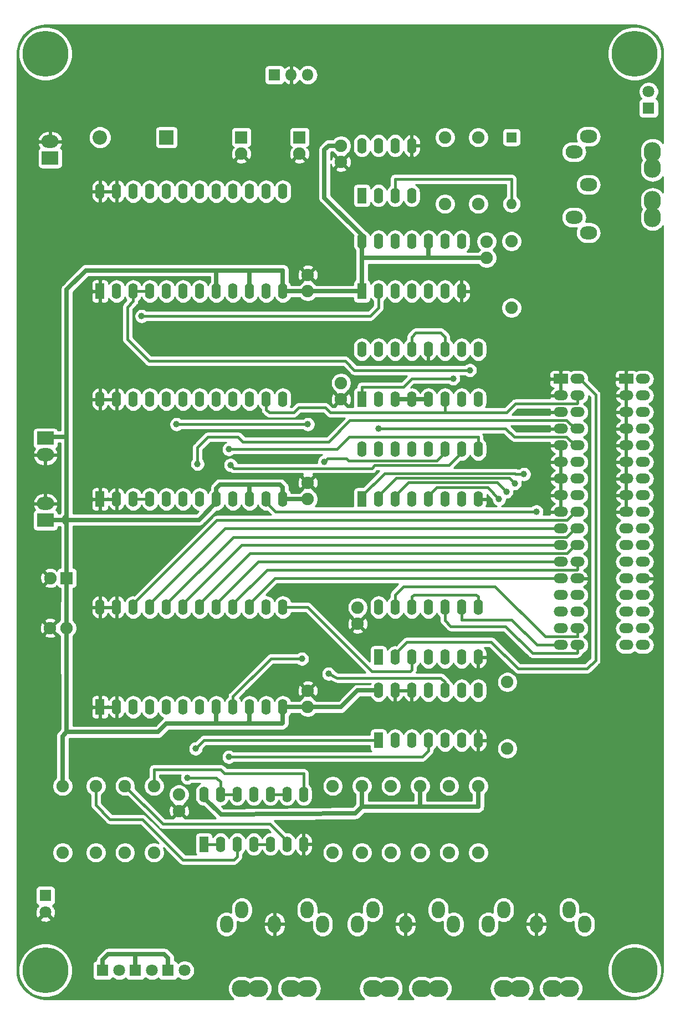
<source format=gtl>
G04 #@! TF.GenerationSoftware,KiCad,Pcbnew,5.1.4-5.1.4*
G04 #@! TF.CreationDate,2019-09-04T11:08:56+01:00*
G04 #@! TF.ProjectId,music2xxx,6d757369-6332-4787-9878-2e6b69636164,rev?*
G04 #@! TF.SameCoordinates,Original*
G04 #@! TF.FileFunction,Copper,L1,Top*
G04 #@! TF.FilePolarity,Positive*
%FSLAX46Y46*%
G04 Gerber Fmt 4.6, Leading zero omitted, Abs format (unit mm)*
G04 Created by KiCad (PCBNEW 5.1.4-5.1.4) date 2019-09-04 11:08:56*
%MOMM*%
%LPD*%
G04 APERTURE LIST*
%ADD10R,1.900000X1.900000*%
%ADD11C,1.900000*%
%ADD12O,3.000000X2.600000*%
%ADD13O,2.000000X2.600000*%
%ADD14O,2.600000X3.000000*%
%ADD15O,2.600000X2.000000*%
%ADD16O,1.800000X1.800000*%
%ADD17R,1.800000X1.800000*%
%ADD18O,2.200000X2.200000*%
%ADD19R,2.200000X2.200000*%
%ADD20R,2.600000X2.000000*%
%ADD21C,1.800000*%
%ADD22R,1.600000X1.600000*%
%ADD23O,1.600000X1.600000*%
%ADD24O,1.400000X2.400000*%
%ADD25R,1.400000X2.400000*%
%ADD26R,2.200000X1.500000*%
%ADD27O,2.200000X1.500000*%
%ADD28C,7.000000*%
%ADD29C,1.000000*%
%ADD30C,0.700000*%
%ADD31C,0.400000*%
%ADD32C,0.254000*%
G04 APERTURE END LIST*
D10*
X8255000Y-85090000D03*
D11*
X5755000Y-85090000D03*
D12*
X45000000Y-147750000D03*
X42500000Y-147750000D03*
X37500000Y-147750000D03*
X35000000Y-147750000D03*
D13*
X40000000Y-137950000D03*
X47350000Y-137950000D03*
X32650000Y-137950000D03*
X45000000Y-135750000D03*
X35000000Y-135750000D03*
D14*
X97750000Y-20000000D03*
X97750000Y-22500000D03*
X97750000Y-27500000D03*
X97750000Y-30000000D03*
D15*
X87950000Y-25000000D03*
X87950000Y-17650000D03*
X87950000Y-32350000D03*
X85750000Y-20000000D03*
X85750000Y-30000000D03*
D12*
X85000000Y-147750000D03*
X82500000Y-147750000D03*
X77500000Y-147750000D03*
X75000000Y-147750000D03*
D13*
X80000000Y-137950000D03*
X87350000Y-137950000D03*
X72650000Y-137950000D03*
X85000000Y-135750000D03*
X75000000Y-135750000D03*
D12*
X65000000Y-147750000D03*
X62500000Y-147750000D03*
X57500000Y-147750000D03*
X55000000Y-147750000D03*
D13*
X60000000Y-137950000D03*
X67350000Y-137950000D03*
X52650000Y-137950000D03*
X65000000Y-135750000D03*
X55000000Y-135750000D03*
D16*
X45085000Y-8255000D03*
X42545000Y-8255000D03*
D17*
X40005000Y-8255000D03*
D18*
X13335000Y-17780000D03*
D19*
X23495000Y-17780000D03*
D11*
X75565000Y-111125000D03*
X75565000Y-100965000D03*
D15*
X5715000Y-18415000D03*
D20*
X5715000Y-20955000D03*
D17*
X97155000Y-13335000D03*
D21*
X97155000Y-10795000D03*
D10*
X34925000Y-17780000D03*
D11*
X34925000Y-20280000D03*
D17*
X4999800Y-133590000D03*
D21*
X4999800Y-136130000D03*
D17*
X13730000Y-145000000D03*
D21*
X16270000Y-145000000D03*
D17*
X23730000Y-145000000D03*
D21*
X26270000Y-145000000D03*
D17*
X18730000Y-145000000D03*
D21*
X21270000Y-145000000D03*
D11*
X52705000Y-89575000D03*
X52705000Y-92075000D03*
X50165000Y-19050000D03*
X50165000Y-21550000D03*
D22*
X76200000Y-17780000D03*
D23*
X76200000Y-27940000D03*
D11*
X12700000Y-127000000D03*
X12700000Y-116840000D03*
X76200000Y-33655000D03*
X76200000Y-43815000D03*
D20*
X5000000Y-76270000D03*
D15*
X5000000Y-73730000D03*
D20*
X5000000Y-63730000D03*
D15*
X5000000Y-66270000D03*
D24*
X53340000Y-65405000D03*
X71120000Y-73025000D03*
X55880000Y-65405000D03*
X68580000Y-73025000D03*
X58420000Y-65405000D03*
X66040000Y-73025000D03*
X60960000Y-65405000D03*
X63500000Y-73025000D03*
X63500000Y-65405000D03*
X60960000Y-73025000D03*
X66040000Y-65405000D03*
X58420000Y-73025000D03*
X68580000Y-65405000D03*
X55880000Y-73025000D03*
X71120000Y-65405000D03*
D25*
X53340000Y-73025000D03*
D24*
X53340000Y-50165000D03*
X71120000Y-57785000D03*
X55880000Y-50165000D03*
X68580000Y-57785000D03*
X58420000Y-50165000D03*
X66040000Y-57785000D03*
X60960000Y-50165000D03*
X63500000Y-57785000D03*
X63500000Y-50165000D03*
X60960000Y-57785000D03*
X66040000Y-50165000D03*
X58420000Y-57785000D03*
X68580000Y-50165000D03*
X55880000Y-57785000D03*
X71120000Y-50165000D03*
D25*
X53340000Y-57785000D03*
X55880000Y-109855000D03*
D24*
X71120000Y-102235000D03*
X58420000Y-109855000D03*
X68580000Y-102235000D03*
X60960000Y-109855000D03*
X66040000Y-102235000D03*
X63500000Y-109855000D03*
X63500000Y-102235000D03*
X66040000Y-109855000D03*
X60960000Y-102235000D03*
X68580000Y-109855000D03*
X58420000Y-102235000D03*
X71120000Y-109855000D03*
X55880000Y-102235000D03*
D25*
X55880000Y-97155000D03*
D24*
X71120000Y-89535000D03*
X58420000Y-97155000D03*
X68580000Y-89535000D03*
X60960000Y-97155000D03*
X66040000Y-89535000D03*
X63500000Y-97155000D03*
X63500000Y-89535000D03*
X66040000Y-97155000D03*
X60960000Y-89535000D03*
X68580000Y-97155000D03*
X58420000Y-89535000D03*
X71120000Y-97155000D03*
X55880000Y-89535000D03*
D25*
X53340000Y-41275000D03*
D24*
X68580000Y-33655000D03*
X55880000Y-41275000D03*
X66040000Y-33655000D03*
X58420000Y-41275000D03*
X63500000Y-33655000D03*
X60960000Y-41275000D03*
X60960000Y-33655000D03*
X63500000Y-41275000D03*
X58420000Y-33655000D03*
X66040000Y-41275000D03*
X55880000Y-33655000D03*
X68580000Y-41275000D03*
X53340000Y-33655000D03*
D25*
X29210000Y-125730000D03*
D24*
X44450000Y-118110000D03*
X31750000Y-125730000D03*
X41910000Y-118110000D03*
X34290000Y-125730000D03*
X39370000Y-118110000D03*
X36830000Y-125730000D03*
X36830000Y-118110000D03*
X39370000Y-125730000D03*
X34290000Y-118110000D03*
X41910000Y-125730000D03*
X31750000Y-118110000D03*
X44450000Y-125730000D03*
X29210000Y-118110000D03*
D25*
X13335000Y-41275000D03*
D24*
X41275000Y-26035000D03*
X15875000Y-41275000D03*
X38735000Y-26035000D03*
X18415000Y-41275000D03*
X36195000Y-26035000D03*
X20955000Y-41275000D03*
X33655000Y-26035000D03*
X23495000Y-41275000D03*
X31115000Y-26035000D03*
X26035000Y-41275000D03*
X28575000Y-26035000D03*
X28575000Y-41275000D03*
X26035000Y-26035000D03*
X31115000Y-41275000D03*
X23495000Y-26035000D03*
X33655000Y-41275000D03*
X20955000Y-26035000D03*
X36195000Y-41275000D03*
X18415000Y-26035000D03*
X38735000Y-41275000D03*
X15875000Y-26035000D03*
X41275000Y-41275000D03*
X13335000Y-26035000D03*
D25*
X13335000Y-73025000D03*
D24*
X41275000Y-57785000D03*
X15875000Y-73025000D03*
X38735000Y-57785000D03*
X18415000Y-73025000D03*
X36195000Y-57785000D03*
X20955000Y-73025000D03*
X33655000Y-57785000D03*
X23495000Y-73025000D03*
X31115000Y-57785000D03*
X26035000Y-73025000D03*
X28575000Y-57785000D03*
X28575000Y-73025000D03*
X26035000Y-57785000D03*
X31115000Y-73025000D03*
X23495000Y-57785000D03*
X33655000Y-73025000D03*
X20955000Y-57785000D03*
X36195000Y-73025000D03*
X18415000Y-57785000D03*
X38735000Y-73025000D03*
X15875000Y-57785000D03*
X41275000Y-73025000D03*
X13335000Y-57785000D03*
D25*
X13335000Y-104775000D03*
D24*
X41275000Y-89535000D03*
X15875000Y-104775000D03*
X38735000Y-89535000D03*
X18415000Y-104775000D03*
X36195000Y-89535000D03*
X20955000Y-104775000D03*
X33655000Y-89535000D03*
X23495000Y-104775000D03*
X31115000Y-89535000D03*
X26035000Y-104775000D03*
X28575000Y-89535000D03*
X28575000Y-104775000D03*
X26035000Y-89535000D03*
X31115000Y-104775000D03*
X23495000Y-89535000D03*
X33655000Y-104775000D03*
X20955000Y-89535000D03*
X36195000Y-104775000D03*
X18415000Y-89535000D03*
X38735000Y-104775000D03*
X15875000Y-89535000D03*
X41275000Y-104775000D03*
X13335000Y-89535000D03*
D11*
X71120000Y-127000000D03*
X71120000Y-116840000D03*
X7620000Y-127000000D03*
X7620000Y-116840000D03*
X71120000Y-17780000D03*
X71120000Y-27940000D03*
X66675000Y-127000000D03*
X66675000Y-116840000D03*
X57785000Y-127000000D03*
X57785000Y-116840000D03*
X62230000Y-127000000D03*
X62230000Y-116840000D03*
X48895000Y-127000000D03*
X48895000Y-116840000D03*
X53340000Y-127000000D03*
X53340000Y-116840000D03*
X66040000Y-17780000D03*
X66040000Y-27940000D03*
X21590000Y-127000000D03*
X21590000Y-116840000D03*
X17145000Y-127000000D03*
X17145000Y-116840000D03*
D24*
X53340000Y-19050000D03*
X60960000Y-26670000D03*
X55880000Y-19050000D03*
X58420000Y-26670000D03*
X58420000Y-19050000D03*
X55880000Y-26670000D03*
X60960000Y-19050000D03*
D25*
X53340000Y-26670000D03*
D11*
X72390000Y-36195000D03*
X72390000Y-33695000D03*
X8215000Y-92710000D03*
X5715000Y-92710000D03*
D10*
X43815000Y-17780000D03*
D11*
X43815000Y-20280000D03*
D26*
X83730000Y-54680000D03*
D27*
X86270000Y-54680000D03*
X83730000Y-57220000D03*
X86270000Y-57220000D03*
X83730000Y-59760000D03*
X86270000Y-59760000D03*
X83730000Y-62300000D03*
X86270000Y-62300000D03*
X83730000Y-64840000D03*
X86270000Y-64840000D03*
X83730000Y-67380000D03*
X86270000Y-67380000D03*
X83730000Y-69920000D03*
X86270000Y-69920000D03*
X83730000Y-72460000D03*
X86270000Y-72460000D03*
X83730000Y-75000000D03*
X86270000Y-75000000D03*
X83730000Y-77540000D03*
X86270000Y-77540000D03*
X83730000Y-80080000D03*
X86270000Y-80080000D03*
X83730000Y-82620000D03*
X86270000Y-82620000D03*
X83730000Y-85160000D03*
X86270000Y-85160000D03*
X83730000Y-87700000D03*
X86270000Y-87700000D03*
X83730000Y-90240000D03*
X86270000Y-90240000D03*
X83730000Y-92780000D03*
X86270000Y-92780000D03*
X83730000Y-95320000D03*
X86270000Y-95320000D03*
D26*
X93730000Y-54680000D03*
D27*
X96270000Y-54680000D03*
X93730000Y-57220000D03*
X96270000Y-57220000D03*
X93730000Y-59760000D03*
X96270000Y-59760000D03*
X93730000Y-62300000D03*
X96270000Y-62300000D03*
X93730000Y-64840000D03*
X96270000Y-64840000D03*
X93730000Y-67380000D03*
X96270000Y-67380000D03*
X93730000Y-69920000D03*
X96270000Y-69920000D03*
X93730000Y-72460000D03*
X96270000Y-72460000D03*
X93730000Y-75000000D03*
X96270000Y-75000000D03*
X93730000Y-77540000D03*
X96270000Y-77540000D03*
X93730000Y-80080000D03*
X96270000Y-80080000D03*
X93730000Y-82620000D03*
X96270000Y-82620000D03*
X93730000Y-85160000D03*
X96270000Y-85160000D03*
X93730000Y-87700000D03*
X96270000Y-87700000D03*
X93730000Y-90240000D03*
X96270000Y-90240000D03*
X93730000Y-92780000D03*
X96270000Y-92780000D03*
X93730000Y-95320000D03*
X96270000Y-95320000D03*
D11*
X45085000Y-104775000D03*
X45085000Y-102275000D03*
X45085000Y-73025000D03*
X45085000Y-70525000D03*
X25400000Y-118150000D03*
X25400000Y-120650000D03*
X45085000Y-41275000D03*
X45085000Y-38775000D03*
X50165000Y-55285000D03*
X50165000Y-57785000D03*
D28*
X95000000Y-145000000D03*
X5000000Y-145000000D03*
X95000000Y-5000000D03*
X5000000Y-5000000D03*
D29*
X67310000Y-54610000D03*
X69850000Y-53340000D03*
X19685000Y-45085000D03*
X55867792Y-62230000D03*
X74295000Y-73025000D03*
X44196000Y-97409000D03*
X47625000Y-67310000D03*
X75438000Y-71882000D03*
X33274000Y-67818000D03*
X76708000Y-70612000D03*
X33020000Y-65405000D03*
X78105000Y-69215000D03*
X80010000Y-74930000D03*
X28212143Y-67672857D03*
X33020000Y-112395000D03*
X45085000Y-61595000D03*
X25019000Y-61595000D03*
X48260000Y-99695000D03*
X27940000Y-111125000D03*
X26670000Y-115570000D03*
D30*
X41275000Y-41275000D02*
X45085000Y-41275000D01*
X58420000Y-57785000D02*
X60960000Y-57785000D01*
X60960000Y-57785000D02*
X63500000Y-57785000D01*
X31115000Y-41275000D02*
X31115000Y-38100000D01*
X41275000Y-38100000D02*
X41275000Y-41275000D01*
X36195000Y-41275000D02*
X36195000Y-38100000D01*
X31115000Y-38100000D02*
X36195000Y-38100000D01*
X36195000Y-38100000D02*
X41275000Y-38100000D01*
X41275000Y-73025000D02*
X45085000Y-73025000D01*
X8215000Y-90805000D02*
X8255000Y-105410000D01*
X8215000Y-90805000D02*
X8255000Y-85090000D01*
X8255000Y-85090000D02*
X8255000Y-76835000D01*
X5080000Y-63500000D02*
X8255000Y-63500000D01*
X31115000Y-73525000D02*
X31115000Y-73025000D01*
X28440000Y-76200000D02*
X31115000Y-73525000D01*
X5080000Y-76200000D02*
X28440000Y-76200000D01*
X7690000Y-76270000D02*
X8255000Y-76835000D01*
X5000000Y-76270000D02*
X7690000Y-76270000D01*
X8255000Y-76835000D02*
X8255000Y-75565000D01*
X7690000Y-76130000D02*
X8255000Y-75565000D01*
X7690000Y-76270000D02*
X7690000Y-76130000D01*
X8255000Y-108585000D02*
X8255000Y-105410000D01*
X63500000Y-33655000D02*
X63500000Y-36195000D01*
X63500000Y-36195000D02*
X53340000Y-36195000D01*
X53340000Y-36195000D02*
X53340000Y-33655000D01*
X53340000Y-41275000D02*
X53340000Y-33655000D01*
X71120000Y-120015000D02*
X71120000Y-116840000D01*
X62230000Y-116840000D02*
X62230000Y-120015000D01*
X62230000Y-120015000D02*
X71120000Y-120015000D01*
X53340000Y-116840000D02*
X53340000Y-120015000D01*
X53340000Y-120015000D02*
X62230000Y-120015000D01*
X53340000Y-32725000D02*
X47625000Y-27010000D01*
X53340000Y-34925000D02*
X53340000Y-32725000D01*
X31115000Y-107315000D02*
X31115000Y-104775000D01*
X41275000Y-104775000D02*
X45085000Y-104775000D01*
X41275000Y-107188000D02*
X41275000Y-104775000D01*
X41148000Y-107315000D02*
X41275000Y-107188000D01*
X35855000Y-107315000D02*
X35814000Y-107315000D01*
X36195000Y-106975000D02*
X35855000Y-107315000D01*
X36195000Y-104775000D02*
X36195000Y-106975000D01*
X31115000Y-107315000D02*
X35814000Y-107315000D01*
X35814000Y-107315000D02*
X41148000Y-107315000D01*
X36195000Y-70866000D02*
X36195000Y-73025000D01*
X36154000Y-70825000D02*
X36195000Y-70866000D01*
X31115000Y-73025000D02*
X31115000Y-71374000D01*
X31664000Y-70825000D02*
X36154000Y-70825000D01*
X31115000Y-71374000D02*
X31664000Y-70825000D01*
X36154000Y-70825000D02*
X40853000Y-70825000D01*
X41275000Y-71247000D02*
X41275000Y-73025000D01*
X40853000Y-70825000D02*
X41275000Y-71247000D01*
X8255000Y-41021000D02*
X8255000Y-75565000D01*
X11176000Y-38100000D02*
X8255000Y-41021000D01*
X31115000Y-38100000D02*
X11176000Y-38100000D01*
X63500000Y-36195000D02*
X72390000Y-36195000D01*
X45085000Y-104775000D02*
X50165000Y-104775000D01*
X52705000Y-102235000D02*
X55880000Y-102235000D01*
X50165000Y-104775000D02*
X52705000Y-102235000D01*
X52339989Y-121015011D02*
X53340000Y-120015000D01*
X31817500Y-121217500D02*
X52339989Y-121015011D01*
X29210000Y-118110000D02*
X29210000Y-118610000D01*
X29210000Y-118610000D02*
X31817500Y-121217500D01*
X45085000Y-41275000D02*
X53340000Y-41275000D01*
X7620000Y-109220000D02*
X8255000Y-108585000D01*
X7620000Y-116840000D02*
X7620000Y-109220000D01*
X48260000Y-19050000D02*
X47625000Y-19685000D01*
X50165000Y-19050000D02*
X48260000Y-19050000D01*
X47625000Y-27010000D02*
X47625000Y-19685000D01*
X22225000Y-108585000D02*
X8255000Y-108585000D01*
X23495000Y-107315000D02*
X22225000Y-108585000D01*
X31115000Y-107315000D02*
X23495000Y-107315000D01*
X13730000Y-143400000D02*
X14605000Y-142525000D01*
X13730000Y-145000000D02*
X13730000Y-143400000D01*
X23730000Y-143110000D02*
X23730000Y-145000000D01*
X23145000Y-142525000D02*
X23730000Y-143110000D01*
X18730000Y-142555000D02*
X18700000Y-142525000D01*
X18730000Y-145000000D02*
X18730000Y-142555000D01*
X14605000Y-142525000D02*
X18700000Y-142525000D01*
X18700000Y-142525000D02*
X23145000Y-142525000D01*
D31*
X65405000Y-47625000D02*
X66040000Y-48260000D01*
X61595000Y-47625000D02*
X65405000Y-47625000D01*
X66040000Y-48260000D02*
X66040000Y-50165000D01*
X60960000Y-48260000D02*
X61595000Y-47625000D01*
X60960000Y-50165000D02*
X60960000Y-48260000D01*
X60960000Y-54610000D02*
X67310000Y-54610000D01*
X59690000Y-55880000D02*
X60960000Y-54610000D01*
X53340000Y-55880000D02*
X59690000Y-55880000D01*
X53340000Y-57785000D02*
X53340000Y-55880000D01*
X58420000Y-26670000D02*
X58420000Y-24130000D01*
X58420000Y-24130000D02*
X76200000Y-24130000D01*
X76200000Y-24130000D02*
X76200000Y-27940000D01*
X18415000Y-41275000D02*
X20955000Y-41275000D01*
X18415000Y-73025000D02*
X20955000Y-73025000D01*
X18415000Y-42799000D02*
X18415000Y-41275000D01*
X69850000Y-53340000D02*
X52197000Y-53340000D01*
X52197000Y-53340000D02*
X50800000Y-51943000D01*
X17526000Y-43688000D02*
X18415000Y-42799000D01*
X50800000Y-51943000D02*
X20828000Y-51943000D01*
X20828000Y-51943000D02*
X17526000Y-48641000D01*
X17526000Y-48641000D02*
X17526000Y-43688000D01*
X55880000Y-43815000D02*
X55880000Y-41275000D01*
X19685000Y-45085000D02*
X54610000Y-45085000D01*
X54610000Y-45085000D02*
X55880000Y-43815000D01*
X18415000Y-89035000D02*
X18415000Y-89535000D01*
X84669990Y-76250010D02*
X31199990Y-76250010D01*
X85920000Y-75000000D02*
X84669990Y-76250010D01*
X86270000Y-75000000D02*
X85920000Y-75000000D01*
X31199990Y-76250010D02*
X18415000Y-89035000D01*
X86270000Y-57220000D02*
X86270000Y-58370000D01*
X86270000Y-58370000D02*
X86169990Y-58470010D01*
X86169990Y-58470010D02*
X76784990Y-58470010D01*
X75438000Y-59817000D02*
X76784990Y-58470010D01*
X66040000Y-57785000D02*
X66040000Y-59817000D01*
X66040000Y-59817000D02*
X75438000Y-59817000D01*
X48514000Y-59817000D02*
X66040000Y-59817000D01*
X47752000Y-59055000D02*
X48514000Y-59817000D01*
X42926000Y-59817000D02*
X43688000Y-59055000D01*
X38735000Y-59385000D02*
X39167000Y-59817000D01*
X39167000Y-59817000D02*
X42926000Y-59817000D01*
X38735000Y-57785000D02*
X38735000Y-59385000D01*
X43688000Y-59055000D02*
X47752000Y-59055000D01*
X76631010Y-63550010D02*
X75311000Y-62230000D01*
X85920000Y-64840000D02*
X84630010Y-63550010D01*
X75311000Y-62230000D02*
X55867792Y-62230000D01*
X84630010Y-63550010D02*
X76631010Y-63550010D01*
X86270000Y-64840000D02*
X85920000Y-64840000D01*
X86270000Y-94030000D02*
X86270000Y-92780000D01*
X86269990Y-94030010D02*
X86270000Y-94030000D01*
X58420000Y-89535000D02*
X58420000Y-87630000D01*
X58420000Y-87630000D02*
X59690000Y-86360000D01*
X59690000Y-86360000D02*
X73660000Y-86360000D01*
X73660000Y-86360000D02*
X81330010Y-94030010D01*
X81330010Y-94030010D02*
X86269990Y-94030010D01*
X60960000Y-87935000D02*
X60960000Y-89535000D01*
X61265000Y-87630000D02*
X60960000Y-87935000D01*
X70815000Y-87630000D02*
X61265000Y-87630000D01*
X71120000Y-87935000D02*
X70815000Y-87630000D01*
X71120000Y-89535000D02*
X71120000Y-87935000D01*
X86270000Y-96470000D02*
X86270000Y-95320000D01*
X66040000Y-89535000D02*
X66040000Y-91567000D01*
X66040000Y-91567000D02*
X66929000Y-92456000D01*
X75311000Y-92456000D02*
X79425010Y-96570010D01*
X79425010Y-96570010D02*
X86169990Y-96570010D01*
X66929000Y-92456000D02*
X75311000Y-92456000D01*
X86169990Y-96570010D02*
X86270000Y-96470000D01*
X60960000Y-99060000D02*
X60960000Y-97155000D01*
X60706000Y-99314000D02*
X60960000Y-99060000D01*
X45085000Y-89535000D02*
X54864000Y-99314000D01*
X54864000Y-99314000D02*
X60706000Y-99314000D01*
X41275000Y-89535000D02*
X45085000Y-89535000D01*
X80080000Y-95320000D02*
X83730000Y-95320000D01*
X76200000Y-91440000D02*
X80080000Y-95320000D01*
X68580000Y-91440000D02*
X76200000Y-91440000D01*
X68580000Y-89535000D02*
X68580000Y-91440000D01*
X89040017Y-97649983D02*
X89040017Y-57100017D01*
X58420000Y-96655000D02*
X60244000Y-94831000D01*
X89040017Y-57100017D02*
X86620000Y-54680000D01*
X60244000Y-94831000D02*
X73114000Y-94831000D01*
X58420000Y-97155000D02*
X58420000Y-96655000D01*
X73114000Y-94831000D02*
X77216000Y-98933000D01*
X77216000Y-98933000D02*
X87757000Y-98933000D01*
X86620000Y-54680000D02*
X86270000Y-54680000D01*
X87757000Y-98933000D02*
X89040017Y-97649983D01*
X72525001Y-71255001D02*
X74295000Y-73025000D01*
X63500000Y-72525000D02*
X64769999Y-71255001D01*
X64769999Y-71255001D02*
X72525001Y-71255001D01*
X63500000Y-73025000D02*
X63500000Y-72525000D01*
X66040000Y-65405000D02*
X66040000Y-64905000D01*
X33655000Y-103175000D02*
X33655000Y-104775000D01*
X39421000Y-97409000D02*
X33655000Y-103175000D01*
X44196000Y-97409000D02*
X39421000Y-97409000D01*
X66040000Y-65905000D02*
X64770001Y-67174999D01*
X66040000Y-65405000D02*
X66040000Y-65905000D01*
X48124999Y-66810001D02*
X50935001Y-66810001D01*
X50935001Y-66810001D02*
X51299999Y-67174999D01*
X47625000Y-67310000D02*
X48124999Y-66810001D01*
X64770001Y-67174999D02*
X51299999Y-67174999D01*
X58420000Y-72525000D02*
X58420000Y-73025000D01*
X60460000Y-70485000D02*
X58420000Y-72525000D01*
X74041000Y-70485000D02*
X60460000Y-70485000D01*
X75438000Y-71882000D02*
X74041000Y-70485000D01*
X68580000Y-65905000D02*
X68580000Y-65405000D01*
X33274000Y-67818000D02*
X33773999Y-68317999D01*
X55312500Y-67877500D02*
X54872001Y-68317999D01*
X33773999Y-68317999D02*
X54872001Y-68317999D01*
X66607500Y-67877500D02*
X55312500Y-67877500D01*
X66607500Y-67877500D02*
X68580000Y-65905000D01*
X58620011Y-69784989D02*
X55880000Y-72525000D01*
X55880000Y-72525000D02*
X55880000Y-73025000D01*
X75880989Y-69784989D02*
X58620011Y-69784989D01*
X75880989Y-69784989D02*
X76708000Y-70612000D01*
X71120000Y-65905000D02*
X71120000Y-65405000D01*
X71120000Y-63500000D02*
X71120000Y-65405000D01*
X33020000Y-65405000D02*
X49530000Y-65405000D01*
X51435000Y-63500000D02*
X49530000Y-65405000D01*
X71120000Y-63500000D02*
X51435000Y-63500000D01*
X76704978Y-69084978D02*
X76835000Y-69215000D01*
X56780022Y-69084978D02*
X76704978Y-69084978D01*
X53340000Y-73025000D02*
X53340000Y-72525000D01*
X76835000Y-69215000D02*
X78105000Y-69215000D01*
X53340000Y-72525000D02*
X56780022Y-69084978D01*
X40140000Y-74930000D02*
X38735000Y-73525000D01*
X38735000Y-73525000D02*
X38735000Y-73025000D01*
X80010000Y-74930000D02*
X40140000Y-74930000D01*
X20955000Y-89035000D02*
X20955000Y-89535000D01*
X83730000Y-77540000D02*
X32450000Y-77540000D01*
X32450000Y-77540000D02*
X20955000Y-89035000D01*
X23495000Y-89035000D02*
X23495000Y-89535000D01*
X84630010Y-78829990D02*
X33700010Y-78829990D01*
X85920000Y-77540000D02*
X84630010Y-78829990D01*
X86270000Y-77540000D02*
X85920000Y-77540000D01*
X33700010Y-78829990D02*
X23495000Y-89035000D01*
X26035000Y-89035000D02*
X26035000Y-89535000D01*
X34990000Y-80080000D02*
X26035000Y-89035000D01*
X83730000Y-80080000D02*
X34990000Y-80080000D01*
X29845000Y-63500000D02*
X28212143Y-65132857D01*
X51511990Y-61010010D02*
X48260000Y-64262000D01*
X85920000Y-62300000D02*
X84630010Y-61010010D01*
X35179000Y-64262000D02*
X34417000Y-63500000D01*
X86270000Y-62300000D02*
X85920000Y-62300000D01*
X28212143Y-65132857D02*
X28212143Y-67672857D01*
X84630010Y-61010010D02*
X51511990Y-61010010D01*
X34417000Y-63500000D02*
X29845000Y-63500000D01*
X48260000Y-64262000D02*
X35179000Y-64262000D01*
X28575000Y-89035000D02*
X28575000Y-89535000D01*
X84669990Y-81330010D02*
X36279990Y-81330010D01*
X85920000Y-80080000D02*
X84669990Y-81330010D01*
X36279990Y-81330010D02*
X28575000Y-89035000D01*
X86270000Y-80080000D02*
X85920000Y-80080000D01*
X31115000Y-89035000D02*
X31115000Y-89535000D01*
X37530000Y-82620000D02*
X31115000Y-89035000D01*
X83730000Y-82620000D02*
X37530000Y-82620000D01*
X86270000Y-82620000D02*
X86270000Y-83770000D01*
X86270000Y-83770000D02*
X86169990Y-83870010D01*
X86169990Y-83870010D02*
X57099990Y-83870010D01*
X33655000Y-89035000D02*
X33655000Y-89535000D01*
X38852039Y-83837961D02*
X33655000Y-89035000D01*
X45737961Y-83837961D02*
X38852039Y-83837961D01*
X57099990Y-83870010D02*
X45737961Y-83837961D01*
X40070000Y-85160000D02*
X83730000Y-85160000D01*
X36195000Y-89035000D02*
X40070000Y-85160000D01*
X36195000Y-89535000D02*
X36195000Y-89035000D01*
X39330022Y-122650022D02*
X41910000Y-125230000D01*
X41910000Y-125230000D02*
X41910000Y-125730000D01*
X17145000Y-116840000D02*
X22955022Y-122650022D01*
X22955022Y-122650022D02*
X39330022Y-122650022D01*
X21590000Y-116840000D02*
X21590000Y-114300000D01*
X31750000Y-114300000D02*
X32385000Y-114935000D01*
X21590000Y-114300000D02*
X31750000Y-114300000D01*
X32385000Y-114935000D02*
X44450000Y-114935000D01*
X44450000Y-114935000D02*
X44450000Y-118110000D01*
X36830000Y-125730000D02*
X39370000Y-125730000D01*
X63500000Y-111455000D02*
X62560000Y-112395000D01*
X63500000Y-109855000D02*
X63500000Y-111455000D01*
X62560000Y-112395000D02*
X33020000Y-112395000D01*
X41910000Y-118110000D02*
X39370000Y-118110000D01*
X25019000Y-61595000D02*
X45085000Y-61595000D01*
X66040000Y-101600000D02*
X66040000Y-102235000D01*
X65405000Y-100330000D02*
X66040000Y-100965000D01*
X49530000Y-100330000D02*
X65405000Y-100330000D01*
X66040000Y-100965000D02*
X66040000Y-101600000D01*
X48260000Y-99695000D02*
X49530000Y-100330000D01*
X29210000Y-125730000D02*
X31750000Y-125730000D01*
X29210000Y-109855000D02*
X27940000Y-111125000D01*
X55880000Y-109855000D02*
X29210000Y-109855000D01*
X34290000Y-125730000D02*
X34290000Y-127635000D01*
X34290000Y-127635000D02*
X33782000Y-128143000D01*
X33782000Y-128143000D02*
X26035000Y-128143000D01*
X26035000Y-128143000D02*
X19812000Y-121920000D01*
X14859000Y-121920000D02*
X12700000Y-119761000D01*
X19812000Y-121920000D02*
X14859000Y-121920000D01*
X12700000Y-116840000D02*
X12700000Y-119761000D01*
X31750000Y-118110000D02*
X34290000Y-118110000D01*
X31115000Y-115570000D02*
X31750000Y-116205000D01*
X31750000Y-118110000D02*
X31750000Y-116205000D01*
X31115000Y-115570000D02*
X26670000Y-115570000D01*
D32*
G36*
X95768083Y-731173D02*
G01*
X96511891Y-934656D01*
X97207905Y-1266638D01*
X97834130Y-1716626D01*
X98370777Y-2270403D01*
X98800871Y-2910451D01*
X99110829Y-3616553D01*
X99292065Y-4371457D01*
X99340000Y-5024207D01*
X99340000Y-18687263D01*
X99124872Y-18425128D01*
X98830230Y-18183322D01*
X98494075Y-18003644D01*
X98129326Y-17892998D01*
X97750000Y-17855638D01*
X97370675Y-17892998D01*
X97005926Y-18003644D01*
X96669771Y-18183322D01*
X96375128Y-18425128D01*
X96133322Y-18719770D01*
X95953644Y-19055925D01*
X95842998Y-19420674D01*
X95815000Y-19704945D01*
X95815000Y-20295054D01*
X95842998Y-20579325D01*
X95953644Y-20944074D01*
X96117164Y-21250000D01*
X95953644Y-21555925D01*
X95842998Y-21920674D01*
X95815000Y-22204945D01*
X95815000Y-22795054D01*
X95842998Y-23079325D01*
X95953644Y-23444074D01*
X96133322Y-23780230D01*
X96375128Y-24074872D01*
X96669770Y-24316678D01*
X97005925Y-24496356D01*
X97370674Y-24607002D01*
X97750000Y-24644362D01*
X98129325Y-24607002D01*
X98494074Y-24496356D01*
X98830230Y-24316678D01*
X99124872Y-24074872D01*
X99340000Y-23812737D01*
X99340000Y-26187263D01*
X99124872Y-25925128D01*
X98830230Y-25683322D01*
X98494075Y-25503644D01*
X98129326Y-25392998D01*
X97750000Y-25355638D01*
X97370675Y-25392998D01*
X97005926Y-25503644D01*
X96669771Y-25683322D01*
X96375128Y-25925128D01*
X96133322Y-26219770D01*
X95953644Y-26555925D01*
X95842998Y-26920674D01*
X95815000Y-27204945D01*
X95815000Y-27795054D01*
X95842998Y-28079325D01*
X95953644Y-28444074D01*
X96117164Y-28750000D01*
X95953644Y-29055925D01*
X95842998Y-29420674D01*
X95815000Y-29704945D01*
X95815000Y-30295054D01*
X95842998Y-30579325D01*
X95953644Y-30944074D01*
X96133322Y-31280230D01*
X96375128Y-31574872D01*
X96669770Y-31816678D01*
X97005925Y-31996356D01*
X97370674Y-32107002D01*
X97750000Y-32144362D01*
X98129325Y-32107002D01*
X98494074Y-31996356D01*
X98830230Y-31816678D01*
X99124872Y-31574872D01*
X99340000Y-31312737D01*
X99340001Y-144970597D01*
X99268827Y-145768083D01*
X99065344Y-146511890D01*
X98733363Y-147207904D01*
X98283374Y-147834130D01*
X97729597Y-148370777D01*
X97089549Y-148800871D01*
X96383447Y-149110829D01*
X95628543Y-149292065D01*
X94975793Y-149340000D01*
X86312737Y-149340000D01*
X86574872Y-149124872D01*
X86816678Y-148830230D01*
X86996356Y-148494075D01*
X87107002Y-148129326D01*
X87144362Y-147750000D01*
X87107002Y-147370674D01*
X86996356Y-147005925D01*
X86816678Y-146669770D01*
X86574872Y-146375128D01*
X86280230Y-146133322D01*
X85944075Y-145953644D01*
X85579326Y-145842998D01*
X85295055Y-145815000D01*
X84704945Y-145815000D01*
X84420674Y-145842998D01*
X84055925Y-145953644D01*
X83750000Y-146117164D01*
X83444075Y-145953644D01*
X83079326Y-145842998D01*
X82795055Y-145815000D01*
X82204945Y-145815000D01*
X81920674Y-145842998D01*
X81555925Y-145953644D01*
X81219770Y-146133322D01*
X80925128Y-146375128D01*
X80683322Y-146669770D01*
X80503644Y-147005925D01*
X80392998Y-147370674D01*
X80355638Y-147750000D01*
X80392998Y-148129326D01*
X80503644Y-148494075D01*
X80683322Y-148830230D01*
X80925128Y-149124872D01*
X81187263Y-149340000D01*
X78812737Y-149340000D01*
X79074872Y-149124872D01*
X79316678Y-148830230D01*
X79496356Y-148494075D01*
X79607002Y-148129326D01*
X79644362Y-147750000D01*
X79607002Y-147370674D01*
X79496356Y-147005925D01*
X79316678Y-146669770D01*
X79074872Y-146375128D01*
X78780230Y-146133322D01*
X78444075Y-145953644D01*
X78079326Y-145842998D01*
X77795055Y-145815000D01*
X77204945Y-145815000D01*
X76920674Y-145842998D01*
X76555925Y-145953644D01*
X76250000Y-146117164D01*
X75944075Y-145953644D01*
X75579326Y-145842998D01*
X75295055Y-145815000D01*
X74704945Y-145815000D01*
X74420674Y-145842998D01*
X74055925Y-145953644D01*
X73719770Y-146133322D01*
X73425128Y-146375128D01*
X73183322Y-146669770D01*
X73003644Y-147005925D01*
X72892998Y-147370674D01*
X72855638Y-147750000D01*
X72892998Y-148129326D01*
X73003644Y-148494075D01*
X73183322Y-148830230D01*
X73425128Y-149124872D01*
X73687263Y-149340000D01*
X66312737Y-149340000D01*
X66574872Y-149124872D01*
X66816678Y-148830230D01*
X66996356Y-148494075D01*
X67107002Y-148129326D01*
X67144362Y-147750000D01*
X67107002Y-147370674D01*
X66996356Y-147005925D01*
X66816678Y-146669770D01*
X66574872Y-146375128D01*
X66280230Y-146133322D01*
X65944075Y-145953644D01*
X65579326Y-145842998D01*
X65295055Y-145815000D01*
X64704945Y-145815000D01*
X64420674Y-145842998D01*
X64055925Y-145953644D01*
X63750000Y-146117164D01*
X63444075Y-145953644D01*
X63079326Y-145842998D01*
X62795055Y-145815000D01*
X62204945Y-145815000D01*
X61920674Y-145842998D01*
X61555925Y-145953644D01*
X61219770Y-146133322D01*
X60925128Y-146375128D01*
X60683322Y-146669770D01*
X60503644Y-147005925D01*
X60392998Y-147370674D01*
X60355638Y-147750000D01*
X60392998Y-148129326D01*
X60503644Y-148494075D01*
X60683322Y-148830230D01*
X60925128Y-149124872D01*
X61187263Y-149340000D01*
X58812737Y-149340000D01*
X59074872Y-149124872D01*
X59316678Y-148830230D01*
X59496356Y-148494075D01*
X59607002Y-148129326D01*
X59644362Y-147750000D01*
X59607002Y-147370674D01*
X59496356Y-147005925D01*
X59316678Y-146669770D01*
X59074872Y-146375128D01*
X58780230Y-146133322D01*
X58444075Y-145953644D01*
X58079326Y-145842998D01*
X57795055Y-145815000D01*
X57204945Y-145815000D01*
X56920674Y-145842998D01*
X56555925Y-145953644D01*
X56250000Y-146117164D01*
X55944075Y-145953644D01*
X55579326Y-145842998D01*
X55295055Y-145815000D01*
X54704945Y-145815000D01*
X54420674Y-145842998D01*
X54055925Y-145953644D01*
X53719770Y-146133322D01*
X53425128Y-146375128D01*
X53183322Y-146669770D01*
X53003644Y-147005925D01*
X52892998Y-147370674D01*
X52855638Y-147750000D01*
X52892998Y-148129326D01*
X53003644Y-148494075D01*
X53183322Y-148830230D01*
X53425128Y-149124872D01*
X53687263Y-149340000D01*
X46312737Y-149340000D01*
X46574872Y-149124872D01*
X46816678Y-148830230D01*
X46996356Y-148494075D01*
X47107002Y-148129326D01*
X47144362Y-147750000D01*
X47107002Y-147370674D01*
X46996356Y-147005925D01*
X46816678Y-146669770D01*
X46574872Y-146375128D01*
X46280230Y-146133322D01*
X45944075Y-145953644D01*
X45579326Y-145842998D01*
X45295055Y-145815000D01*
X44704945Y-145815000D01*
X44420674Y-145842998D01*
X44055925Y-145953644D01*
X43750000Y-146117164D01*
X43444075Y-145953644D01*
X43079326Y-145842998D01*
X42795055Y-145815000D01*
X42204945Y-145815000D01*
X41920674Y-145842998D01*
X41555925Y-145953644D01*
X41219770Y-146133322D01*
X40925128Y-146375128D01*
X40683322Y-146669770D01*
X40503644Y-147005925D01*
X40392998Y-147370674D01*
X40355638Y-147750000D01*
X40392998Y-148129326D01*
X40503644Y-148494075D01*
X40683322Y-148830230D01*
X40925128Y-149124872D01*
X41187263Y-149340000D01*
X38812737Y-149340000D01*
X39074872Y-149124872D01*
X39316678Y-148830230D01*
X39496356Y-148494075D01*
X39607002Y-148129326D01*
X39644362Y-147750000D01*
X39607002Y-147370674D01*
X39496356Y-147005925D01*
X39316678Y-146669770D01*
X39074872Y-146375128D01*
X38780230Y-146133322D01*
X38444075Y-145953644D01*
X38079326Y-145842998D01*
X37795055Y-145815000D01*
X37204945Y-145815000D01*
X36920674Y-145842998D01*
X36555925Y-145953644D01*
X36250000Y-146117164D01*
X35944075Y-145953644D01*
X35579326Y-145842998D01*
X35295055Y-145815000D01*
X34704945Y-145815000D01*
X34420674Y-145842998D01*
X34055925Y-145953644D01*
X33719770Y-146133322D01*
X33425128Y-146375128D01*
X33183322Y-146669770D01*
X33003644Y-147005925D01*
X32892998Y-147370674D01*
X32855638Y-147750000D01*
X32892998Y-148129326D01*
X33003644Y-148494075D01*
X33183322Y-148830230D01*
X33425128Y-149124872D01*
X33687263Y-149340000D01*
X5029392Y-149340000D01*
X4231917Y-149268827D01*
X3488110Y-149065344D01*
X2792096Y-148733363D01*
X2165870Y-148283374D01*
X1629223Y-147729597D01*
X1199129Y-147089549D01*
X889171Y-146383447D01*
X707935Y-145628543D01*
X660000Y-144975793D01*
X660000Y-144592738D01*
X865000Y-144592738D01*
X865000Y-145407262D01*
X1023906Y-146206135D01*
X1335611Y-146958657D01*
X1788136Y-147635909D01*
X2364091Y-148211864D01*
X3041343Y-148664389D01*
X3793865Y-148976094D01*
X4592738Y-149135000D01*
X5407262Y-149135000D01*
X6206135Y-148976094D01*
X6958657Y-148664389D01*
X7635909Y-148211864D01*
X8211864Y-147635909D01*
X8664389Y-146958657D01*
X8976094Y-146206135D01*
X9135000Y-145407262D01*
X9135000Y-144592738D01*
X9036989Y-144100000D01*
X12191928Y-144100000D01*
X12191928Y-145900000D01*
X12204188Y-146024482D01*
X12240498Y-146144180D01*
X12299463Y-146254494D01*
X12378815Y-146351185D01*
X12475506Y-146430537D01*
X12585820Y-146489502D01*
X12705518Y-146525812D01*
X12830000Y-146538072D01*
X14630000Y-146538072D01*
X14754482Y-146525812D01*
X14874180Y-146489502D01*
X14984494Y-146430537D01*
X15081185Y-146351185D01*
X15160537Y-146254494D01*
X15219502Y-146144180D01*
X15225056Y-146125873D01*
X15291495Y-146192312D01*
X15542905Y-146360299D01*
X15822257Y-146476011D01*
X16118816Y-146535000D01*
X16421184Y-146535000D01*
X16717743Y-146476011D01*
X16997095Y-146360299D01*
X17248505Y-146192312D01*
X17260053Y-146180764D01*
X17299463Y-146254494D01*
X17378815Y-146351185D01*
X17475506Y-146430537D01*
X17585820Y-146489502D01*
X17705518Y-146525812D01*
X17830000Y-146538072D01*
X19630000Y-146538072D01*
X19754482Y-146525812D01*
X19874180Y-146489502D01*
X19984494Y-146430537D01*
X20081185Y-146351185D01*
X20160537Y-146254494D01*
X20219502Y-146144180D01*
X20225056Y-146125873D01*
X20291495Y-146192312D01*
X20542905Y-146360299D01*
X20822257Y-146476011D01*
X21118816Y-146535000D01*
X21421184Y-146535000D01*
X21717743Y-146476011D01*
X21997095Y-146360299D01*
X22248505Y-146192312D01*
X22260053Y-146180764D01*
X22299463Y-146254494D01*
X22378815Y-146351185D01*
X22475506Y-146430537D01*
X22585820Y-146489502D01*
X22705518Y-146525812D01*
X22830000Y-146538072D01*
X24630000Y-146538072D01*
X24754482Y-146525812D01*
X24874180Y-146489502D01*
X24984494Y-146430537D01*
X25081185Y-146351185D01*
X25160537Y-146254494D01*
X25219502Y-146144180D01*
X25225056Y-146125873D01*
X25291495Y-146192312D01*
X25542905Y-146360299D01*
X25822257Y-146476011D01*
X26118816Y-146535000D01*
X26421184Y-146535000D01*
X26717743Y-146476011D01*
X26997095Y-146360299D01*
X27248505Y-146192312D01*
X27462312Y-145978505D01*
X27630299Y-145727095D01*
X27746011Y-145447743D01*
X27805000Y-145151184D01*
X27805000Y-144848816D01*
X27754064Y-144592738D01*
X90865000Y-144592738D01*
X90865000Y-145407262D01*
X91023906Y-146206135D01*
X91335611Y-146958657D01*
X91788136Y-147635909D01*
X92364091Y-148211864D01*
X93041343Y-148664389D01*
X93793865Y-148976094D01*
X94592738Y-149135000D01*
X95407262Y-149135000D01*
X96206135Y-148976094D01*
X96958657Y-148664389D01*
X97635909Y-148211864D01*
X98211864Y-147635909D01*
X98664389Y-146958657D01*
X98976094Y-146206135D01*
X99135000Y-145407262D01*
X99135000Y-144592738D01*
X98976094Y-143793865D01*
X98664389Y-143041343D01*
X98211864Y-142364091D01*
X97635909Y-141788136D01*
X96958657Y-141335611D01*
X96206135Y-141023906D01*
X95407262Y-140865000D01*
X94592738Y-140865000D01*
X93793865Y-141023906D01*
X93041343Y-141335611D01*
X92364091Y-141788136D01*
X91788136Y-142364091D01*
X91335611Y-143041343D01*
X91023906Y-143793865D01*
X90865000Y-144592738D01*
X27754064Y-144592738D01*
X27746011Y-144552257D01*
X27630299Y-144272905D01*
X27462312Y-144021495D01*
X27248505Y-143807688D01*
X26997095Y-143639701D01*
X26717743Y-143523989D01*
X26421184Y-143465000D01*
X26118816Y-143465000D01*
X25822257Y-143523989D01*
X25542905Y-143639701D01*
X25291495Y-143807688D01*
X25225056Y-143874127D01*
X25219502Y-143855820D01*
X25160537Y-143745506D01*
X25081185Y-143648815D01*
X24984494Y-143569463D01*
X24874180Y-143510498D01*
X24754482Y-143474188D01*
X24715000Y-143470299D01*
X24715000Y-143158380D01*
X24719765Y-143110000D01*
X24700747Y-142916906D01*
X24644424Y-142731233D01*
X24637401Y-142718094D01*
X24552960Y-142560116D01*
X24429870Y-142410130D01*
X24392284Y-142379284D01*
X23875716Y-141862716D01*
X23844870Y-141825130D01*
X23694884Y-141702040D01*
X23523767Y-141610576D01*
X23338094Y-141554253D01*
X23193380Y-141540000D01*
X23145000Y-141535235D01*
X23096620Y-141540000D01*
X18748380Y-141540000D01*
X18700000Y-141535235D01*
X18651620Y-141540000D01*
X14653380Y-141540000D01*
X14605000Y-141535235D01*
X14556620Y-141540000D01*
X14411906Y-141554253D01*
X14226233Y-141610576D01*
X14055116Y-141702040D01*
X13905130Y-141825130D01*
X13874289Y-141862711D01*
X13067711Y-142669289D01*
X13030131Y-142700130D01*
X12907041Y-142850116D01*
X12862329Y-142933766D01*
X12815576Y-143021234D01*
X12759253Y-143206907D01*
X12740235Y-143400000D01*
X12745001Y-143448389D01*
X12745001Y-143470299D01*
X12705518Y-143474188D01*
X12585820Y-143510498D01*
X12475506Y-143569463D01*
X12378815Y-143648815D01*
X12299463Y-143745506D01*
X12240498Y-143855820D01*
X12204188Y-143975518D01*
X12191928Y-144100000D01*
X9036989Y-144100000D01*
X8976094Y-143793865D01*
X8664389Y-143041343D01*
X8211864Y-142364091D01*
X7635909Y-141788136D01*
X6958657Y-141335611D01*
X6206135Y-141023906D01*
X5407262Y-140865000D01*
X4592738Y-140865000D01*
X3793865Y-141023906D01*
X3041343Y-141335611D01*
X2364091Y-141788136D01*
X1788136Y-142364091D01*
X1335611Y-143041343D01*
X1023906Y-143793865D01*
X865000Y-144592738D01*
X660000Y-144592738D01*
X660000Y-137194080D01*
X4115325Y-137194080D01*
X4199008Y-137448261D01*
X4471575Y-137579158D01*
X4764442Y-137654365D01*
X5066353Y-137670991D01*
X5365707Y-137628397D01*
X5532934Y-137569678D01*
X31015000Y-137569678D01*
X31015000Y-138330321D01*
X31038657Y-138570515D01*
X31132148Y-138878714D01*
X31283969Y-139162751D01*
X31488286Y-139411714D01*
X31737248Y-139616031D01*
X32021285Y-139767852D01*
X32329484Y-139861343D01*
X32650000Y-139892911D01*
X32970515Y-139861343D01*
X33278714Y-139767852D01*
X33562751Y-139616031D01*
X33811714Y-139411714D01*
X34016031Y-139162752D01*
X34167852Y-138878715D01*
X34261343Y-138570516D01*
X34285000Y-138330322D01*
X34285000Y-138077000D01*
X38365000Y-138077000D01*
X38365000Y-138377000D01*
X38421193Y-138693532D01*
X38538058Y-138993020D01*
X38711105Y-139263954D01*
X38933683Y-139495922D01*
X39197239Y-139680010D01*
X39491645Y-139809144D01*
X39619566Y-139840124D01*
X39873000Y-139720777D01*
X39873000Y-138077000D01*
X40127000Y-138077000D01*
X40127000Y-139720777D01*
X40380434Y-139840124D01*
X40508355Y-139809144D01*
X40802761Y-139680010D01*
X41066317Y-139495922D01*
X41288895Y-139263954D01*
X41461942Y-138993020D01*
X41578807Y-138693532D01*
X41635000Y-138377000D01*
X41635000Y-138077000D01*
X40127000Y-138077000D01*
X39873000Y-138077000D01*
X38365000Y-138077000D01*
X34285000Y-138077000D01*
X34285000Y-137569679D01*
X34280015Y-137519067D01*
X34371285Y-137567852D01*
X34679484Y-137661343D01*
X35000000Y-137692911D01*
X35320515Y-137661343D01*
X35628714Y-137567852D01*
X35712626Y-137523000D01*
X38365000Y-137523000D01*
X38365000Y-137823000D01*
X39873000Y-137823000D01*
X39873000Y-136179223D01*
X40127000Y-136179223D01*
X40127000Y-137823000D01*
X41635000Y-137823000D01*
X41635000Y-137523000D01*
X41578807Y-137206468D01*
X41461942Y-136906980D01*
X41288895Y-136636046D01*
X41066317Y-136404078D01*
X40802761Y-136219990D01*
X40508355Y-136090856D01*
X40380434Y-136059876D01*
X40127000Y-136179223D01*
X39873000Y-136179223D01*
X39619566Y-136059876D01*
X39491645Y-136090856D01*
X39197239Y-136219990D01*
X38933683Y-136404078D01*
X38711105Y-136636046D01*
X38538058Y-136906980D01*
X38421193Y-137206468D01*
X38365000Y-137523000D01*
X35712626Y-137523000D01*
X35912751Y-137416031D01*
X36161714Y-137211714D01*
X36366031Y-136962752D01*
X36517852Y-136678715D01*
X36611343Y-136370516D01*
X36635000Y-136130322D01*
X36635000Y-135369679D01*
X36635000Y-135369678D01*
X43365000Y-135369678D01*
X43365000Y-136130321D01*
X43388657Y-136370515D01*
X43482148Y-136678714D01*
X43633969Y-136962751D01*
X43838286Y-137211714D01*
X44087248Y-137416031D01*
X44371285Y-137567852D01*
X44679484Y-137661343D01*
X45000000Y-137692911D01*
X45320515Y-137661343D01*
X45628714Y-137567852D01*
X45719985Y-137519067D01*
X45715000Y-137569678D01*
X45715000Y-138330321D01*
X45738657Y-138570515D01*
X45832148Y-138878714D01*
X45983969Y-139162751D01*
X46188286Y-139411714D01*
X46437248Y-139616031D01*
X46721285Y-139767852D01*
X47029484Y-139861343D01*
X47350000Y-139892911D01*
X47670515Y-139861343D01*
X47978714Y-139767852D01*
X48262751Y-139616031D01*
X48511714Y-139411714D01*
X48716031Y-139162752D01*
X48867852Y-138878715D01*
X48961343Y-138570516D01*
X48985000Y-138330322D01*
X48985000Y-137569679D01*
X48985000Y-137569678D01*
X51015000Y-137569678D01*
X51015000Y-138330321D01*
X51038657Y-138570515D01*
X51132148Y-138878714D01*
X51283969Y-139162751D01*
X51488286Y-139411714D01*
X51737248Y-139616031D01*
X52021285Y-139767852D01*
X52329484Y-139861343D01*
X52650000Y-139892911D01*
X52970515Y-139861343D01*
X53278714Y-139767852D01*
X53562751Y-139616031D01*
X53811714Y-139411714D01*
X54016031Y-139162752D01*
X54167852Y-138878715D01*
X54261343Y-138570516D01*
X54285000Y-138330322D01*
X54285000Y-138077000D01*
X58365000Y-138077000D01*
X58365000Y-138377000D01*
X58421193Y-138693532D01*
X58538058Y-138993020D01*
X58711105Y-139263954D01*
X58933683Y-139495922D01*
X59197239Y-139680010D01*
X59491645Y-139809144D01*
X59619566Y-139840124D01*
X59873000Y-139720777D01*
X59873000Y-138077000D01*
X60127000Y-138077000D01*
X60127000Y-139720777D01*
X60380434Y-139840124D01*
X60508355Y-139809144D01*
X60802761Y-139680010D01*
X61066317Y-139495922D01*
X61288895Y-139263954D01*
X61461942Y-138993020D01*
X61578807Y-138693532D01*
X61635000Y-138377000D01*
X61635000Y-138077000D01*
X60127000Y-138077000D01*
X59873000Y-138077000D01*
X58365000Y-138077000D01*
X54285000Y-138077000D01*
X54285000Y-137569679D01*
X54280015Y-137519067D01*
X54371285Y-137567852D01*
X54679484Y-137661343D01*
X55000000Y-137692911D01*
X55320515Y-137661343D01*
X55628714Y-137567852D01*
X55712626Y-137523000D01*
X58365000Y-137523000D01*
X58365000Y-137823000D01*
X59873000Y-137823000D01*
X59873000Y-136179223D01*
X60127000Y-136179223D01*
X60127000Y-137823000D01*
X61635000Y-137823000D01*
X61635000Y-137523000D01*
X61578807Y-137206468D01*
X61461942Y-136906980D01*
X61288895Y-136636046D01*
X61066317Y-136404078D01*
X60802761Y-136219990D01*
X60508355Y-136090856D01*
X60380434Y-136059876D01*
X60127000Y-136179223D01*
X59873000Y-136179223D01*
X59619566Y-136059876D01*
X59491645Y-136090856D01*
X59197239Y-136219990D01*
X58933683Y-136404078D01*
X58711105Y-136636046D01*
X58538058Y-136906980D01*
X58421193Y-137206468D01*
X58365000Y-137523000D01*
X55712626Y-137523000D01*
X55912751Y-137416031D01*
X56161714Y-137211714D01*
X56366031Y-136962752D01*
X56517852Y-136678715D01*
X56611343Y-136370516D01*
X56635000Y-136130322D01*
X56635000Y-135369679D01*
X56635000Y-135369678D01*
X63365000Y-135369678D01*
X63365000Y-136130321D01*
X63388657Y-136370515D01*
X63482148Y-136678714D01*
X63633969Y-136962751D01*
X63838286Y-137211714D01*
X64087248Y-137416031D01*
X64371285Y-137567852D01*
X64679484Y-137661343D01*
X65000000Y-137692911D01*
X65320515Y-137661343D01*
X65628714Y-137567852D01*
X65719985Y-137519067D01*
X65715000Y-137569678D01*
X65715000Y-138330321D01*
X65738657Y-138570515D01*
X65832148Y-138878714D01*
X65983969Y-139162751D01*
X66188286Y-139411714D01*
X66437248Y-139616031D01*
X66721285Y-139767852D01*
X67029484Y-139861343D01*
X67350000Y-139892911D01*
X67670515Y-139861343D01*
X67978714Y-139767852D01*
X68262751Y-139616031D01*
X68511714Y-139411714D01*
X68716031Y-139162752D01*
X68867852Y-138878715D01*
X68961343Y-138570516D01*
X68985000Y-138330322D01*
X68985000Y-137569679D01*
X68985000Y-137569678D01*
X71015000Y-137569678D01*
X71015000Y-138330321D01*
X71038657Y-138570515D01*
X71132148Y-138878714D01*
X71283969Y-139162751D01*
X71488286Y-139411714D01*
X71737248Y-139616031D01*
X72021285Y-139767852D01*
X72329484Y-139861343D01*
X72650000Y-139892911D01*
X72970515Y-139861343D01*
X73278714Y-139767852D01*
X73562751Y-139616031D01*
X73811714Y-139411714D01*
X74016031Y-139162752D01*
X74167852Y-138878715D01*
X74261343Y-138570516D01*
X74285000Y-138330322D01*
X74285000Y-138077000D01*
X78365000Y-138077000D01*
X78365000Y-138377000D01*
X78421193Y-138693532D01*
X78538058Y-138993020D01*
X78711105Y-139263954D01*
X78933683Y-139495922D01*
X79197239Y-139680010D01*
X79491645Y-139809144D01*
X79619566Y-139840124D01*
X79873000Y-139720777D01*
X79873000Y-138077000D01*
X80127000Y-138077000D01*
X80127000Y-139720777D01*
X80380434Y-139840124D01*
X80508355Y-139809144D01*
X80802761Y-139680010D01*
X81066317Y-139495922D01*
X81288895Y-139263954D01*
X81461942Y-138993020D01*
X81578807Y-138693532D01*
X81635000Y-138377000D01*
X81635000Y-138077000D01*
X80127000Y-138077000D01*
X79873000Y-138077000D01*
X78365000Y-138077000D01*
X74285000Y-138077000D01*
X74285000Y-137569679D01*
X74280015Y-137519067D01*
X74371285Y-137567852D01*
X74679484Y-137661343D01*
X75000000Y-137692911D01*
X75320515Y-137661343D01*
X75628714Y-137567852D01*
X75712626Y-137523000D01*
X78365000Y-137523000D01*
X78365000Y-137823000D01*
X79873000Y-137823000D01*
X79873000Y-136179223D01*
X80127000Y-136179223D01*
X80127000Y-137823000D01*
X81635000Y-137823000D01*
X81635000Y-137523000D01*
X81578807Y-137206468D01*
X81461942Y-136906980D01*
X81288895Y-136636046D01*
X81066317Y-136404078D01*
X80802761Y-136219990D01*
X80508355Y-136090856D01*
X80380434Y-136059876D01*
X80127000Y-136179223D01*
X79873000Y-136179223D01*
X79619566Y-136059876D01*
X79491645Y-136090856D01*
X79197239Y-136219990D01*
X78933683Y-136404078D01*
X78711105Y-136636046D01*
X78538058Y-136906980D01*
X78421193Y-137206468D01*
X78365000Y-137523000D01*
X75712626Y-137523000D01*
X75912751Y-137416031D01*
X76161714Y-137211714D01*
X76366031Y-136962752D01*
X76517852Y-136678715D01*
X76611343Y-136370516D01*
X76635000Y-136130322D01*
X76635000Y-135369679D01*
X76635000Y-135369678D01*
X83365000Y-135369678D01*
X83365000Y-136130321D01*
X83388657Y-136370515D01*
X83482148Y-136678714D01*
X83633969Y-136962751D01*
X83838286Y-137211714D01*
X84087248Y-137416031D01*
X84371285Y-137567852D01*
X84679484Y-137661343D01*
X85000000Y-137692911D01*
X85320515Y-137661343D01*
X85628714Y-137567852D01*
X85719985Y-137519067D01*
X85715000Y-137569678D01*
X85715000Y-138330321D01*
X85738657Y-138570515D01*
X85832148Y-138878714D01*
X85983969Y-139162751D01*
X86188286Y-139411714D01*
X86437248Y-139616031D01*
X86721285Y-139767852D01*
X87029484Y-139861343D01*
X87350000Y-139892911D01*
X87670515Y-139861343D01*
X87978714Y-139767852D01*
X88262751Y-139616031D01*
X88511714Y-139411714D01*
X88716031Y-139162752D01*
X88867852Y-138878715D01*
X88961343Y-138570516D01*
X88985000Y-138330322D01*
X88985000Y-137569679D01*
X88961343Y-137329485D01*
X88867852Y-137021285D01*
X88716031Y-136737248D01*
X88511714Y-136488286D01*
X88262752Y-136283969D01*
X87978715Y-136132148D01*
X87670516Y-136038657D01*
X87350000Y-136007089D01*
X87029485Y-136038657D01*
X86721286Y-136132148D01*
X86630015Y-136180933D01*
X86635000Y-136130322D01*
X86635000Y-135369679D01*
X86611343Y-135129485D01*
X86517852Y-134821285D01*
X86366031Y-134537248D01*
X86161714Y-134288286D01*
X85912752Y-134083969D01*
X85628715Y-133932148D01*
X85320516Y-133838657D01*
X85000000Y-133807089D01*
X84679485Y-133838657D01*
X84371286Y-133932148D01*
X84087249Y-134083969D01*
X83838286Y-134288286D01*
X83633969Y-134537248D01*
X83482148Y-134821285D01*
X83388657Y-135129484D01*
X83365000Y-135369678D01*
X76635000Y-135369678D01*
X76611343Y-135129485D01*
X76517852Y-134821285D01*
X76366031Y-134537248D01*
X76161714Y-134288286D01*
X75912752Y-134083969D01*
X75628715Y-133932148D01*
X75320516Y-133838657D01*
X75000000Y-133807089D01*
X74679485Y-133838657D01*
X74371286Y-133932148D01*
X74087249Y-134083969D01*
X73838286Y-134288286D01*
X73633969Y-134537248D01*
X73482148Y-134821285D01*
X73388657Y-135129484D01*
X73365000Y-135369678D01*
X73365000Y-136130321D01*
X73369985Y-136180933D01*
X73278715Y-136132148D01*
X72970516Y-136038657D01*
X72650000Y-136007089D01*
X72329485Y-136038657D01*
X72021286Y-136132148D01*
X71737249Y-136283969D01*
X71488286Y-136488286D01*
X71283969Y-136737248D01*
X71132148Y-137021285D01*
X71038657Y-137329484D01*
X71015000Y-137569678D01*
X68985000Y-137569678D01*
X68961343Y-137329485D01*
X68867852Y-137021285D01*
X68716031Y-136737248D01*
X68511714Y-136488286D01*
X68262752Y-136283969D01*
X67978715Y-136132148D01*
X67670516Y-136038657D01*
X67350000Y-136007089D01*
X67029485Y-136038657D01*
X66721286Y-136132148D01*
X66630015Y-136180933D01*
X66635000Y-136130322D01*
X66635000Y-135369679D01*
X66611343Y-135129485D01*
X66517852Y-134821285D01*
X66366031Y-134537248D01*
X66161714Y-134288286D01*
X65912752Y-134083969D01*
X65628715Y-133932148D01*
X65320516Y-133838657D01*
X65000000Y-133807089D01*
X64679485Y-133838657D01*
X64371286Y-133932148D01*
X64087249Y-134083969D01*
X63838286Y-134288286D01*
X63633969Y-134537248D01*
X63482148Y-134821285D01*
X63388657Y-135129484D01*
X63365000Y-135369678D01*
X56635000Y-135369678D01*
X56611343Y-135129485D01*
X56517852Y-134821285D01*
X56366031Y-134537248D01*
X56161714Y-134288286D01*
X55912752Y-134083969D01*
X55628715Y-133932148D01*
X55320516Y-133838657D01*
X55000000Y-133807089D01*
X54679485Y-133838657D01*
X54371286Y-133932148D01*
X54087249Y-134083969D01*
X53838286Y-134288286D01*
X53633969Y-134537248D01*
X53482148Y-134821285D01*
X53388657Y-135129484D01*
X53365000Y-135369678D01*
X53365000Y-136130321D01*
X53369985Y-136180933D01*
X53278715Y-136132148D01*
X52970516Y-136038657D01*
X52650000Y-136007089D01*
X52329485Y-136038657D01*
X52021286Y-136132148D01*
X51737249Y-136283969D01*
X51488286Y-136488286D01*
X51283969Y-136737248D01*
X51132148Y-137021285D01*
X51038657Y-137329484D01*
X51015000Y-137569678D01*
X48985000Y-137569678D01*
X48961343Y-137329485D01*
X48867852Y-137021285D01*
X48716031Y-136737248D01*
X48511714Y-136488286D01*
X48262752Y-136283969D01*
X47978715Y-136132148D01*
X47670516Y-136038657D01*
X47350000Y-136007089D01*
X47029485Y-136038657D01*
X46721286Y-136132148D01*
X46630015Y-136180933D01*
X46635000Y-136130322D01*
X46635000Y-135369679D01*
X46611343Y-135129485D01*
X46517852Y-134821285D01*
X46366031Y-134537248D01*
X46161714Y-134288286D01*
X45912752Y-134083969D01*
X45628715Y-133932148D01*
X45320516Y-133838657D01*
X45000000Y-133807089D01*
X44679485Y-133838657D01*
X44371286Y-133932148D01*
X44087249Y-134083969D01*
X43838286Y-134288286D01*
X43633969Y-134537248D01*
X43482148Y-134821285D01*
X43388657Y-135129484D01*
X43365000Y-135369678D01*
X36635000Y-135369678D01*
X36611343Y-135129485D01*
X36517852Y-134821285D01*
X36366031Y-134537248D01*
X36161714Y-134288286D01*
X35912752Y-134083969D01*
X35628715Y-133932148D01*
X35320516Y-133838657D01*
X35000000Y-133807089D01*
X34679485Y-133838657D01*
X34371286Y-133932148D01*
X34087249Y-134083969D01*
X33838286Y-134288286D01*
X33633969Y-134537248D01*
X33482148Y-134821285D01*
X33388657Y-135129484D01*
X33365000Y-135369678D01*
X33365000Y-136130321D01*
X33369985Y-136180933D01*
X33278715Y-136132148D01*
X32970516Y-136038657D01*
X32650000Y-136007089D01*
X32329485Y-136038657D01*
X32021286Y-136132148D01*
X31737249Y-136283969D01*
X31488286Y-136488286D01*
X31283969Y-136737248D01*
X31132148Y-137021285D01*
X31038657Y-137329484D01*
X31015000Y-137569678D01*
X5532934Y-137569678D01*
X5650999Y-137528222D01*
X5800592Y-137448261D01*
X5884275Y-137194080D01*
X4999800Y-136309605D01*
X4115325Y-137194080D01*
X660000Y-137194080D01*
X660000Y-136196553D01*
X3458809Y-136196553D01*
X3501403Y-136495907D01*
X3601578Y-136781199D01*
X3681539Y-136930792D01*
X3935720Y-137014475D01*
X4820195Y-136130000D01*
X4806053Y-136115858D01*
X4985658Y-135936253D01*
X4999800Y-135950395D01*
X5013943Y-135936253D01*
X5193548Y-136115858D01*
X5179405Y-136130000D01*
X6063880Y-137014475D01*
X6318061Y-136930792D01*
X6448958Y-136658225D01*
X6524165Y-136365358D01*
X6540791Y-136063447D01*
X6498197Y-135764093D01*
X6398022Y-135478801D01*
X6318061Y-135329208D01*
X6063882Y-135245526D01*
X6179830Y-135129578D01*
X6133065Y-135082813D01*
X6143980Y-135079502D01*
X6254294Y-135020537D01*
X6350985Y-134941185D01*
X6430337Y-134844494D01*
X6489302Y-134734180D01*
X6525612Y-134614482D01*
X6537872Y-134490000D01*
X6537872Y-132690000D01*
X6525612Y-132565518D01*
X6489302Y-132445820D01*
X6430337Y-132335506D01*
X6350985Y-132238815D01*
X6254294Y-132159463D01*
X6143980Y-132100498D01*
X6024282Y-132064188D01*
X5899800Y-132051928D01*
X4099800Y-132051928D01*
X3975318Y-132064188D01*
X3855620Y-132100498D01*
X3745306Y-132159463D01*
X3648615Y-132238815D01*
X3569263Y-132335506D01*
X3510298Y-132445820D01*
X3473988Y-132565518D01*
X3461728Y-132690000D01*
X3461728Y-134490000D01*
X3473988Y-134614482D01*
X3510298Y-134734180D01*
X3569263Y-134844494D01*
X3648615Y-134941185D01*
X3745306Y-135020537D01*
X3855620Y-135079502D01*
X3866535Y-135082813D01*
X3819770Y-135129578D01*
X3935718Y-135245526D01*
X3681539Y-135329208D01*
X3550642Y-135601775D01*
X3475435Y-135894642D01*
X3458809Y-136196553D01*
X660000Y-136196553D01*
X660000Y-126843891D01*
X6035000Y-126843891D01*
X6035000Y-127156109D01*
X6095911Y-127462327D01*
X6215391Y-127750779D01*
X6388850Y-128010379D01*
X6609621Y-128231150D01*
X6869221Y-128404609D01*
X7157673Y-128524089D01*
X7463891Y-128585000D01*
X7776109Y-128585000D01*
X8082327Y-128524089D01*
X8370779Y-128404609D01*
X8630379Y-128231150D01*
X8851150Y-128010379D01*
X9024609Y-127750779D01*
X9144089Y-127462327D01*
X9205000Y-127156109D01*
X9205000Y-126843891D01*
X11115000Y-126843891D01*
X11115000Y-127156109D01*
X11175911Y-127462327D01*
X11295391Y-127750779D01*
X11468850Y-128010379D01*
X11689621Y-128231150D01*
X11949221Y-128404609D01*
X12237673Y-128524089D01*
X12543891Y-128585000D01*
X12856109Y-128585000D01*
X13162327Y-128524089D01*
X13450779Y-128404609D01*
X13710379Y-128231150D01*
X13931150Y-128010379D01*
X14104609Y-127750779D01*
X14224089Y-127462327D01*
X14285000Y-127156109D01*
X14285000Y-126843891D01*
X15560000Y-126843891D01*
X15560000Y-127156109D01*
X15620911Y-127462327D01*
X15740391Y-127750779D01*
X15913850Y-128010379D01*
X16134621Y-128231150D01*
X16394221Y-128404609D01*
X16682673Y-128524089D01*
X16988891Y-128585000D01*
X17301109Y-128585000D01*
X17607327Y-128524089D01*
X17895779Y-128404609D01*
X18155379Y-128231150D01*
X18376150Y-128010379D01*
X18549609Y-127750779D01*
X18669089Y-127462327D01*
X18730000Y-127156109D01*
X18730000Y-126843891D01*
X18669089Y-126537673D01*
X18549609Y-126249221D01*
X18376150Y-125989621D01*
X18155379Y-125768850D01*
X17895779Y-125595391D01*
X17607327Y-125475911D01*
X17301109Y-125415000D01*
X16988891Y-125415000D01*
X16682673Y-125475911D01*
X16394221Y-125595391D01*
X16134621Y-125768850D01*
X15913850Y-125989621D01*
X15740391Y-126249221D01*
X15620911Y-126537673D01*
X15560000Y-126843891D01*
X14285000Y-126843891D01*
X14224089Y-126537673D01*
X14104609Y-126249221D01*
X13931150Y-125989621D01*
X13710379Y-125768850D01*
X13450779Y-125595391D01*
X13162327Y-125475911D01*
X12856109Y-125415000D01*
X12543891Y-125415000D01*
X12237673Y-125475911D01*
X11949221Y-125595391D01*
X11689621Y-125768850D01*
X11468850Y-125989621D01*
X11295391Y-126249221D01*
X11175911Y-126537673D01*
X11115000Y-126843891D01*
X9205000Y-126843891D01*
X9144089Y-126537673D01*
X9024609Y-126249221D01*
X8851150Y-125989621D01*
X8630379Y-125768850D01*
X8370779Y-125595391D01*
X8082327Y-125475911D01*
X7776109Y-125415000D01*
X7463891Y-125415000D01*
X7157673Y-125475911D01*
X6869221Y-125595391D01*
X6609621Y-125768850D01*
X6388850Y-125989621D01*
X6215391Y-126249221D01*
X6095911Y-126537673D01*
X6035000Y-126843891D01*
X660000Y-126843891D01*
X660000Y-93809752D01*
X4794853Y-93809752D01*
X4884579Y-94069042D01*
X5165671Y-94204935D01*
X5467873Y-94283379D01*
X5779573Y-94301359D01*
X6088791Y-94258184D01*
X6383644Y-94155513D01*
X6545421Y-94069042D01*
X6635147Y-93809752D01*
X5715000Y-92889605D01*
X4794853Y-93809752D01*
X660000Y-93809752D01*
X660000Y-92774573D01*
X4123641Y-92774573D01*
X4166816Y-93083791D01*
X4269487Y-93378644D01*
X4355958Y-93540421D01*
X4615248Y-93630147D01*
X5535395Y-92710000D01*
X4615248Y-91789853D01*
X4355958Y-91879579D01*
X4220065Y-92160671D01*
X4141621Y-92462873D01*
X4123641Y-92774573D01*
X660000Y-92774573D01*
X660000Y-91610248D01*
X4794853Y-91610248D01*
X5715000Y-92530395D01*
X6635147Y-91610248D01*
X6545421Y-91350958D01*
X6264329Y-91215065D01*
X5962127Y-91136621D01*
X5650427Y-91118641D01*
X5341209Y-91161816D01*
X5046356Y-91264487D01*
X4884579Y-91350958D01*
X4794853Y-91610248D01*
X660000Y-91610248D01*
X660000Y-85154573D01*
X4163641Y-85154573D01*
X4206816Y-85463791D01*
X4309487Y-85758644D01*
X4395958Y-85920421D01*
X4655248Y-86010147D01*
X5575395Y-85090000D01*
X4655248Y-84169853D01*
X4395958Y-84259579D01*
X4260065Y-84540671D01*
X4181621Y-84842873D01*
X4163641Y-85154573D01*
X660000Y-85154573D01*
X660000Y-73349566D01*
X3109876Y-73349566D01*
X3229223Y-73603000D01*
X4873000Y-73603000D01*
X4873000Y-72095000D01*
X5127000Y-72095000D01*
X5127000Y-73603000D01*
X6770777Y-73603000D01*
X6890124Y-73349566D01*
X6859144Y-73221645D01*
X6730010Y-72927239D01*
X6545922Y-72663683D01*
X6313954Y-72441105D01*
X6043020Y-72268058D01*
X5743532Y-72151193D01*
X5427000Y-72095000D01*
X5127000Y-72095000D01*
X4873000Y-72095000D01*
X4573000Y-72095000D01*
X4256468Y-72151193D01*
X3956980Y-72268058D01*
X3686046Y-72441105D01*
X3454078Y-72663683D01*
X3269990Y-72927239D01*
X3140856Y-73221645D01*
X3109876Y-73349566D01*
X660000Y-73349566D01*
X660000Y-66650434D01*
X3109876Y-66650434D01*
X3140856Y-66778355D01*
X3269990Y-67072761D01*
X3454078Y-67336317D01*
X3686046Y-67558895D01*
X3956980Y-67731942D01*
X4256468Y-67848807D01*
X4573000Y-67905000D01*
X4873000Y-67905000D01*
X4873000Y-66397000D01*
X5127000Y-66397000D01*
X5127000Y-67905000D01*
X5427000Y-67905000D01*
X5743532Y-67848807D01*
X6043020Y-67731942D01*
X6313954Y-67558895D01*
X6545922Y-67336317D01*
X6730010Y-67072761D01*
X6859144Y-66778355D01*
X6890124Y-66650434D01*
X6770777Y-66397000D01*
X5127000Y-66397000D01*
X4873000Y-66397000D01*
X3229223Y-66397000D01*
X3109876Y-66650434D01*
X660000Y-66650434D01*
X660000Y-62730000D01*
X3061928Y-62730000D01*
X3061928Y-64730000D01*
X3074188Y-64854482D01*
X3110498Y-64974180D01*
X3169463Y-65084494D01*
X3248815Y-65181185D01*
X3345506Y-65260537D01*
X3395647Y-65287338D01*
X3269990Y-65467239D01*
X3140856Y-65761645D01*
X3109876Y-65889566D01*
X3229223Y-66143000D01*
X4873000Y-66143000D01*
X4873000Y-66123000D01*
X5127000Y-66123000D01*
X5127000Y-66143000D01*
X6770777Y-66143000D01*
X6890124Y-65889566D01*
X6859144Y-65761645D01*
X6730010Y-65467239D01*
X6604353Y-65287338D01*
X6654494Y-65260537D01*
X6751185Y-65181185D01*
X6830537Y-65084494D01*
X6889502Y-64974180D01*
X6925812Y-64854482D01*
X6938072Y-64730000D01*
X6938072Y-64485000D01*
X7270001Y-64485000D01*
X7270001Y-75156999D01*
X7212000Y-75215000D01*
X6932655Y-75215000D01*
X6925812Y-75145518D01*
X6889502Y-75025820D01*
X6830537Y-74915506D01*
X6751185Y-74818815D01*
X6654494Y-74739463D01*
X6604353Y-74712662D01*
X6730010Y-74532761D01*
X6859144Y-74238355D01*
X6890124Y-74110434D01*
X6770777Y-73857000D01*
X5127000Y-73857000D01*
X5127000Y-73877000D01*
X4873000Y-73877000D01*
X4873000Y-73857000D01*
X3229223Y-73857000D01*
X3109876Y-74110434D01*
X3140856Y-74238355D01*
X3269990Y-74532761D01*
X3395647Y-74712662D01*
X3345506Y-74739463D01*
X3248815Y-74818815D01*
X3169463Y-74915506D01*
X3110498Y-75025820D01*
X3074188Y-75145518D01*
X3061928Y-75270000D01*
X3061928Y-77270000D01*
X3074188Y-77394482D01*
X3110498Y-77514180D01*
X3169463Y-77624494D01*
X3248815Y-77721185D01*
X3345506Y-77800537D01*
X3455820Y-77859502D01*
X3575518Y-77895812D01*
X3700000Y-77908072D01*
X6300000Y-77908072D01*
X6424482Y-77895812D01*
X6544180Y-77859502D01*
X6654494Y-77800537D01*
X6751185Y-77721185D01*
X6830537Y-77624494D01*
X6889502Y-77514180D01*
X6925812Y-77394482D01*
X6938072Y-77270000D01*
X6938072Y-77255000D01*
X7270001Y-77255000D01*
X7270000Y-83505375D01*
X7180518Y-83514188D01*
X7060820Y-83550498D01*
X6950506Y-83609463D01*
X6853815Y-83688815D01*
X6774463Y-83785506D01*
X6715498Y-83895820D01*
X6691952Y-83973440D01*
X6675146Y-83990246D01*
X6585421Y-83730958D01*
X6304329Y-83595065D01*
X6002127Y-83516621D01*
X5690427Y-83498641D01*
X5381209Y-83541816D01*
X5086356Y-83644487D01*
X4924579Y-83730958D01*
X4834853Y-83990248D01*
X5755000Y-84910395D01*
X5769143Y-84896253D01*
X5948748Y-85075858D01*
X5934605Y-85090000D01*
X5948748Y-85104143D01*
X5769143Y-85283748D01*
X5755000Y-85269605D01*
X4834853Y-86189752D01*
X4924579Y-86449042D01*
X5205671Y-86584935D01*
X5507873Y-86663379D01*
X5819573Y-86681359D01*
X6128791Y-86638184D01*
X6423644Y-86535513D01*
X6585421Y-86449042D01*
X6675146Y-86189754D01*
X6691952Y-86206560D01*
X6715498Y-86284180D01*
X6774463Y-86394494D01*
X6853815Y-86491185D01*
X6950506Y-86570537D01*
X7060820Y-86629502D01*
X7180518Y-86665812D01*
X7258893Y-86673531D01*
X7230330Y-90754538D01*
X7229872Y-90759318D01*
X7229991Y-90802868D01*
X7229686Y-90846484D01*
X7230124Y-90851273D01*
X7231793Y-91460694D01*
X7204621Y-91478850D01*
X6983850Y-91699621D01*
X6903125Y-91820434D01*
X6814752Y-91789853D01*
X5894605Y-92710000D01*
X6814752Y-93630147D01*
X6903125Y-93599566D01*
X6983850Y-93720379D01*
X7204621Y-93941150D01*
X7238649Y-93963887D01*
X7270001Y-105411414D01*
X7270000Y-108177000D01*
X6957711Y-108489289D01*
X6920131Y-108520130D01*
X6797041Y-108670116D01*
X6766751Y-108726785D01*
X6705576Y-108841234D01*
X6649253Y-109026907D01*
X6630235Y-109220000D01*
X6635001Y-109268390D01*
X6635000Y-115591892D01*
X6609621Y-115608850D01*
X6388850Y-115829621D01*
X6215391Y-116089221D01*
X6095911Y-116377673D01*
X6035000Y-116683891D01*
X6035000Y-116996109D01*
X6095911Y-117302327D01*
X6215391Y-117590779D01*
X6388850Y-117850379D01*
X6609621Y-118071150D01*
X6869221Y-118244609D01*
X7157673Y-118364089D01*
X7463891Y-118425000D01*
X7776109Y-118425000D01*
X8082327Y-118364089D01*
X8370779Y-118244609D01*
X8630379Y-118071150D01*
X8851150Y-117850379D01*
X9024609Y-117590779D01*
X9144089Y-117302327D01*
X9205000Y-116996109D01*
X9205000Y-116683891D01*
X11115000Y-116683891D01*
X11115000Y-116996109D01*
X11175911Y-117302327D01*
X11295391Y-117590779D01*
X11468850Y-117850379D01*
X11689621Y-118071150D01*
X11865000Y-118188335D01*
X11865001Y-119719972D01*
X11860960Y-119761000D01*
X11877082Y-119924688D01*
X11924828Y-120082086D01*
X12002364Y-120227145D01*
X12020059Y-120248706D01*
X12106710Y-120354291D01*
X12138574Y-120380441D01*
X14239559Y-122481427D01*
X14265709Y-122513291D01*
X14392854Y-122617636D01*
X14537913Y-122695172D01*
X14695311Y-122742918D01*
X14858999Y-122759040D01*
X14900018Y-122755000D01*
X19466133Y-122755000D01*
X22282301Y-125571169D01*
X22052327Y-125475911D01*
X21746109Y-125415000D01*
X21433891Y-125415000D01*
X21127673Y-125475911D01*
X20839221Y-125595391D01*
X20579621Y-125768850D01*
X20358850Y-125989621D01*
X20185391Y-126249221D01*
X20065911Y-126537673D01*
X20005000Y-126843891D01*
X20005000Y-127156109D01*
X20065911Y-127462327D01*
X20185391Y-127750779D01*
X20358850Y-128010379D01*
X20579621Y-128231150D01*
X20839221Y-128404609D01*
X21127673Y-128524089D01*
X21433891Y-128585000D01*
X21746109Y-128585000D01*
X22052327Y-128524089D01*
X22340779Y-128404609D01*
X22600379Y-128231150D01*
X22821150Y-128010379D01*
X22994609Y-127750779D01*
X23114089Y-127462327D01*
X23175000Y-127156109D01*
X23175000Y-126843891D01*
X23114089Y-126537673D01*
X23018831Y-126307699D01*
X25415559Y-128704427D01*
X25441709Y-128736291D01*
X25568854Y-128840636D01*
X25713913Y-128918172D01*
X25871311Y-128965918D01*
X26035000Y-128982040D01*
X26076018Y-128978000D01*
X33740982Y-128978000D01*
X33782000Y-128982040D01*
X33823018Y-128978000D01*
X33823019Y-128978000D01*
X33945689Y-128965918D01*
X34103087Y-128918172D01*
X34248146Y-128840636D01*
X34375291Y-128736291D01*
X34401446Y-128704421D01*
X34851421Y-128254446D01*
X34883291Y-128228291D01*
X34987636Y-128101146D01*
X35065172Y-127956087D01*
X35112918Y-127798689D01*
X35125000Y-127676019D01*
X35125000Y-127676009D01*
X35129039Y-127635001D01*
X35125000Y-127593993D01*
X35125000Y-127271747D01*
X35238555Y-127178555D01*
X35405382Y-126975275D01*
X35529347Y-126743354D01*
X35560000Y-126642304D01*
X35590653Y-126743354D01*
X35714618Y-126975275D01*
X35881446Y-127178555D01*
X36084726Y-127345382D01*
X36316647Y-127469347D01*
X36568295Y-127545683D01*
X36830000Y-127571459D01*
X37091706Y-127545683D01*
X37343354Y-127469347D01*
X37575275Y-127345382D01*
X37778555Y-127178555D01*
X37945382Y-126975275D01*
X38069347Y-126743354D01*
X38100000Y-126642304D01*
X38130653Y-126743354D01*
X38254618Y-126975275D01*
X38421446Y-127178555D01*
X38624726Y-127345382D01*
X38856647Y-127469347D01*
X39108295Y-127545683D01*
X39370000Y-127571459D01*
X39631706Y-127545683D01*
X39883354Y-127469347D01*
X40115275Y-127345382D01*
X40318555Y-127178555D01*
X40485382Y-126975275D01*
X40609347Y-126743354D01*
X40640000Y-126642304D01*
X40670653Y-126743354D01*
X40794618Y-126975275D01*
X40961446Y-127178555D01*
X41164726Y-127345382D01*
X41396647Y-127469347D01*
X41648295Y-127545683D01*
X41910000Y-127571459D01*
X42171706Y-127545683D01*
X42423354Y-127469347D01*
X42655275Y-127345382D01*
X42858555Y-127178555D01*
X43025382Y-126975275D01*
X43149347Y-126743354D01*
X43178567Y-126647027D01*
X43265221Y-126858215D01*
X43410545Y-127077283D01*
X43595815Y-127263790D01*
X43813910Y-127410569D01*
X44056450Y-127511980D01*
X44116671Y-127522716D01*
X44323000Y-127399374D01*
X44323000Y-125857000D01*
X44577000Y-125857000D01*
X44577000Y-127399374D01*
X44783329Y-127522716D01*
X44843550Y-127511980D01*
X45086090Y-127410569D01*
X45304185Y-127263790D01*
X45489455Y-127077283D01*
X45634779Y-126858215D01*
X45640656Y-126843891D01*
X47310000Y-126843891D01*
X47310000Y-127156109D01*
X47370911Y-127462327D01*
X47490391Y-127750779D01*
X47663850Y-128010379D01*
X47884621Y-128231150D01*
X48144221Y-128404609D01*
X48432673Y-128524089D01*
X48738891Y-128585000D01*
X49051109Y-128585000D01*
X49357327Y-128524089D01*
X49645779Y-128404609D01*
X49905379Y-128231150D01*
X50126150Y-128010379D01*
X50299609Y-127750779D01*
X50419089Y-127462327D01*
X50480000Y-127156109D01*
X50480000Y-126843891D01*
X51755000Y-126843891D01*
X51755000Y-127156109D01*
X51815911Y-127462327D01*
X51935391Y-127750779D01*
X52108850Y-128010379D01*
X52329621Y-128231150D01*
X52589221Y-128404609D01*
X52877673Y-128524089D01*
X53183891Y-128585000D01*
X53496109Y-128585000D01*
X53802327Y-128524089D01*
X54090779Y-128404609D01*
X54350379Y-128231150D01*
X54571150Y-128010379D01*
X54744609Y-127750779D01*
X54864089Y-127462327D01*
X54925000Y-127156109D01*
X54925000Y-126843891D01*
X56200000Y-126843891D01*
X56200000Y-127156109D01*
X56260911Y-127462327D01*
X56380391Y-127750779D01*
X56553850Y-128010379D01*
X56774621Y-128231150D01*
X57034221Y-128404609D01*
X57322673Y-128524089D01*
X57628891Y-128585000D01*
X57941109Y-128585000D01*
X58247327Y-128524089D01*
X58535779Y-128404609D01*
X58795379Y-128231150D01*
X59016150Y-128010379D01*
X59189609Y-127750779D01*
X59309089Y-127462327D01*
X59370000Y-127156109D01*
X59370000Y-126843891D01*
X60645000Y-126843891D01*
X60645000Y-127156109D01*
X60705911Y-127462327D01*
X60825391Y-127750779D01*
X60998850Y-128010379D01*
X61219621Y-128231150D01*
X61479221Y-128404609D01*
X61767673Y-128524089D01*
X62073891Y-128585000D01*
X62386109Y-128585000D01*
X62692327Y-128524089D01*
X62980779Y-128404609D01*
X63240379Y-128231150D01*
X63461150Y-128010379D01*
X63634609Y-127750779D01*
X63754089Y-127462327D01*
X63815000Y-127156109D01*
X63815000Y-126843891D01*
X65090000Y-126843891D01*
X65090000Y-127156109D01*
X65150911Y-127462327D01*
X65270391Y-127750779D01*
X65443850Y-128010379D01*
X65664621Y-128231150D01*
X65924221Y-128404609D01*
X66212673Y-128524089D01*
X66518891Y-128585000D01*
X66831109Y-128585000D01*
X67137327Y-128524089D01*
X67425779Y-128404609D01*
X67685379Y-128231150D01*
X67906150Y-128010379D01*
X68079609Y-127750779D01*
X68199089Y-127462327D01*
X68260000Y-127156109D01*
X68260000Y-126843891D01*
X69535000Y-126843891D01*
X69535000Y-127156109D01*
X69595911Y-127462327D01*
X69715391Y-127750779D01*
X69888850Y-128010379D01*
X70109621Y-128231150D01*
X70369221Y-128404609D01*
X70657673Y-128524089D01*
X70963891Y-128585000D01*
X71276109Y-128585000D01*
X71582327Y-128524089D01*
X71870779Y-128404609D01*
X72130379Y-128231150D01*
X72351150Y-128010379D01*
X72524609Y-127750779D01*
X72644089Y-127462327D01*
X72705000Y-127156109D01*
X72705000Y-126843891D01*
X72644089Y-126537673D01*
X72524609Y-126249221D01*
X72351150Y-125989621D01*
X72130379Y-125768850D01*
X71870779Y-125595391D01*
X71582327Y-125475911D01*
X71276109Y-125415000D01*
X70963891Y-125415000D01*
X70657673Y-125475911D01*
X70369221Y-125595391D01*
X70109621Y-125768850D01*
X69888850Y-125989621D01*
X69715391Y-126249221D01*
X69595911Y-126537673D01*
X69535000Y-126843891D01*
X68260000Y-126843891D01*
X68199089Y-126537673D01*
X68079609Y-126249221D01*
X67906150Y-125989621D01*
X67685379Y-125768850D01*
X67425779Y-125595391D01*
X67137327Y-125475911D01*
X66831109Y-125415000D01*
X66518891Y-125415000D01*
X66212673Y-125475911D01*
X65924221Y-125595391D01*
X65664621Y-125768850D01*
X65443850Y-125989621D01*
X65270391Y-126249221D01*
X65150911Y-126537673D01*
X65090000Y-126843891D01*
X63815000Y-126843891D01*
X63754089Y-126537673D01*
X63634609Y-126249221D01*
X63461150Y-125989621D01*
X63240379Y-125768850D01*
X62980779Y-125595391D01*
X62692327Y-125475911D01*
X62386109Y-125415000D01*
X62073891Y-125415000D01*
X61767673Y-125475911D01*
X61479221Y-125595391D01*
X61219621Y-125768850D01*
X60998850Y-125989621D01*
X60825391Y-126249221D01*
X60705911Y-126537673D01*
X60645000Y-126843891D01*
X59370000Y-126843891D01*
X59309089Y-126537673D01*
X59189609Y-126249221D01*
X59016150Y-125989621D01*
X58795379Y-125768850D01*
X58535779Y-125595391D01*
X58247327Y-125475911D01*
X57941109Y-125415000D01*
X57628891Y-125415000D01*
X57322673Y-125475911D01*
X57034221Y-125595391D01*
X56774621Y-125768850D01*
X56553850Y-125989621D01*
X56380391Y-126249221D01*
X56260911Y-126537673D01*
X56200000Y-126843891D01*
X54925000Y-126843891D01*
X54864089Y-126537673D01*
X54744609Y-126249221D01*
X54571150Y-125989621D01*
X54350379Y-125768850D01*
X54090779Y-125595391D01*
X53802327Y-125475911D01*
X53496109Y-125415000D01*
X53183891Y-125415000D01*
X52877673Y-125475911D01*
X52589221Y-125595391D01*
X52329621Y-125768850D01*
X52108850Y-125989621D01*
X51935391Y-126249221D01*
X51815911Y-126537673D01*
X51755000Y-126843891D01*
X50480000Y-126843891D01*
X50419089Y-126537673D01*
X50299609Y-126249221D01*
X50126150Y-125989621D01*
X49905379Y-125768850D01*
X49645779Y-125595391D01*
X49357327Y-125475911D01*
X49051109Y-125415000D01*
X48738891Y-125415000D01*
X48432673Y-125475911D01*
X48144221Y-125595391D01*
X47884621Y-125768850D01*
X47663850Y-125989621D01*
X47490391Y-126249221D01*
X47370911Y-126537673D01*
X47310000Y-126843891D01*
X45640656Y-126843891D01*
X45734572Y-126615005D01*
X45785000Y-126357000D01*
X45785000Y-125857000D01*
X44577000Y-125857000D01*
X44323000Y-125857000D01*
X44303000Y-125857000D01*
X44303000Y-125603000D01*
X44323000Y-125603000D01*
X44323000Y-124060626D01*
X44577000Y-124060626D01*
X44577000Y-125603000D01*
X45785000Y-125603000D01*
X45785000Y-125103000D01*
X45734572Y-124844995D01*
X45634779Y-124601785D01*
X45489455Y-124382717D01*
X45304185Y-124196210D01*
X45086090Y-124049431D01*
X44843550Y-123948020D01*
X44783329Y-123937284D01*
X44577000Y-124060626D01*
X44323000Y-124060626D01*
X44116671Y-123937284D01*
X44056450Y-123948020D01*
X43813910Y-124049431D01*
X43595815Y-124196210D01*
X43410545Y-124382717D01*
X43265221Y-124601785D01*
X43178567Y-124812973D01*
X43149347Y-124716646D01*
X43025382Y-124484725D01*
X42858555Y-124281445D01*
X42655274Y-124114618D01*
X42423353Y-123990653D01*
X42171705Y-123914317D01*
X41910000Y-123888541D01*
X41763808Y-123902940D01*
X39982850Y-122121982D01*
X52296450Y-122000488D01*
X52339989Y-122004776D01*
X52393222Y-121999533D01*
X52398084Y-121999485D01*
X52441298Y-121994798D01*
X52533082Y-121985758D01*
X52537778Y-121984334D01*
X52542651Y-121983805D01*
X52630533Y-121956197D01*
X52718755Y-121929435D01*
X52723081Y-121927122D01*
X52727759Y-121925653D01*
X52808612Y-121881405D01*
X52889872Y-121837970D01*
X52893661Y-121834860D01*
X52897965Y-121832505D01*
X52968632Y-121773334D01*
X53002279Y-121745721D01*
X53005723Y-121742277D01*
X53046730Y-121707941D01*
X53074146Y-121673854D01*
X53748000Y-121000000D01*
X62181620Y-121000000D01*
X62230000Y-121004765D01*
X62278380Y-121000000D01*
X71071620Y-121000000D01*
X71120000Y-121004765D01*
X71168380Y-121000000D01*
X71313094Y-120985747D01*
X71498767Y-120929424D01*
X71669884Y-120837960D01*
X71819870Y-120714870D01*
X71942960Y-120564884D01*
X72034424Y-120393767D01*
X72090747Y-120208094D01*
X72109765Y-120015000D01*
X72105000Y-119966620D01*
X72105000Y-118088108D01*
X72130379Y-118071150D01*
X72351150Y-117850379D01*
X72524609Y-117590779D01*
X72644089Y-117302327D01*
X72705000Y-116996109D01*
X72705000Y-116683891D01*
X72644089Y-116377673D01*
X72524609Y-116089221D01*
X72351150Y-115829621D01*
X72130379Y-115608850D01*
X71870779Y-115435391D01*
X71582327Y-115315911D01*
X71276109Y-115255000D01*
X70963891Y-115255000D01*
X70657673Y-115315911D01*
X70369221Y-115435391D01*
X70109621Y-115608850D01*
X69888850Y-115829621D01*
X69715391Y-116089221D01*
X69595911Y-116377673D01*
X69535000Y-116683891D01*
X69535000Y-116996109D01*
X69595911Y-117302327D01*
X69715391Y-117590779D01*
X69888850Y-117850379D01*
X70109621Y-118071150D01*
X70135001Y-118088108D01*
X70135000Y-119030000D01*
X63215000Y-119030000D01*
X63215000Y-118088108D01*
X63240379Y-118071150D01*
X63461150Y-117850379D01*
X63634609Y-117590779D01*
X63754089Y-117302327D01*
X63815000Y-116996109D01*
X63815000Y-116683891D01*
X65090000Y-116683891D01*
X65090000Y-116996109D01*
X65150911Y-117302327D01*
X65270391Y-117590779D01*
X65443850Y-117850379D01*
X65664621Y-118071150D01*
X65924221Y-118244609D01*
X66212673Y-118364089D01*
X66518891Y-118425000D01*
X66831109Y-118425000D01*
X67137327Y-118364089D01*
X67425779Y-118244609D01*
X67685379Y-118071150D01*
X67906150Y-117850379D01*
X68079609Y-117590779D01*
X68199089Y-117302327D01*
X68260000Y-116996109D01*
X68260000Y-116683891D01*
X68199089Y-116377673D01*
X68079609Y-116089221D01*
X67906150Y-115829621D01*
X67685379Y-115608850D01*
X67425779Y-115435391D01*
X67137327Y-115315911D01*
X66831109Y-115255000D01*
X66518891Y-115255000D01*
X66212673Y-115315911D01*
X65924221Y-115435391D01*
X65664621Y-115608850D01*
X65443850Y-115829621D01*
X65270391Y-116089221D01*
X65150911Y-116377673D01*
X65090000Y-116683891D01*
X63815000Y-116683891D01*
X63754089Y-116377673D01*
X63634609Y-116089221D01*
X63461150Y-115829621D01*
X63240379Y-115608850D01*
X62980779Y-115435391D01*
X62692327Y-115315911D01*
X62386109Y-115255000D01*
X62073891Y-115255000D01*
X61767673Y-115315911D01*
X61479221Y-115435391D01*
X61219621Y-115608850D01*
X60998850Y-115829621D01*
X60825391Y-116089221D01*
X60705911Y-116377673D01*
X60645000Y-116683891D01*
X60645000Y-116996109D01*
X60705911Y-117302327D01*
X60825391Y-117590779D01*
X60998850Y-117850379D01*
X61219621Y-118071150D01*
X61245000Y-118088108D01*
X61245001Y-119030000D01*
X54325000Y-119030000D01*
X54325000Y-118088108D01*
X54350379Y-118071150D01*
X54571150Y-117850379D01*
X54744609Y-117590779D01*
X54864089Y-117302327D01*
X54925000Y-116996109D01*
X54925000Y-116683891D01*
X56200000Y-116683891D01*
X56200000Y-116996109D01*
X56260911Y-117302327D01*
X56380391Y-117590779D01*
X56553850Y-117850379D01*
X56774621Y-118071150D01*
X57034221Y-118244609D01*
X57322673Y-118364089D01*
X57628891Y-118425000D01*
X57941109Y-118425000D01*
X58247327Y-118364089D01*
X58535779Y-118244609D01*
X58795379Y-118071150D01*
X59016150Y-117850379D01*
X59189609Y-117590779D01*
X59309089Y-117302327D01*
X59370000Y-116996109D01*
X59370000Y-116683891D01*
X59309089Y-116377673D01*
X59189609Y-116089221D01*
X59016150Y-115829621D01*
X58795379Y-115608850D01*
X58535779Y-115435391D01*
X58247327Y-115315911D01*
X57941109Y-115255000D01*
X57628891Y-115255000D01*
X57322673Y-115315911D01*
X57034221Y-115435391D01*
X56774621Y-115608850D01*
X56553850Y-115829621D01*
X56380391Y-116089221D01*
X56260911Y-116377673D01*
X56200000Y-116683891D01*
X54925000Y-116683891D01*
X54864089Y-116377673D01*
X54744609Y-116089221D01*
X54571150Y-115829621D01*
X54350379Y-115608850D01*
X54090779Y-115435391D01*
X53802327Y-115315911D01*
X53496109Y-115255000D01*
X53183891Y-115255000D01*
X52877673Y-115315911D01*
X52589221Y-115435391D01*
X52329621Y-115608850D01*
X52108850Y-115829621D01*
X51935391Y-116089221D01*
X51815911Y-116377673D01*
X51755000Y-116683891D01*
X51755000Y-116996109D01*
X51815911Y-117302327D01*
X51935391Y-117590779D01*
X52108850Y-117850379D01*
X52329621Y-118071150D01*
X52355000Y-118088108D01*
X52355001Y-119606999D01*
X51927971Y-120034029D01*
X32221468Y-120228467D01*
X31927024Y-119934023D01*
X32011706Y-119925683D01*
X32263354Y-119849347D01*
X32495275Y-119725382D01*
X32698555Y-119558555D01*
X32865382Y-119355275D01*
X32989347Y-119123354D01*
X33020000Y-119022304D01*
X33050653Y-119123354D01*
X33174618Y-119355275D01*
X33341446Y-119558555D01*
X33544726Y-119725382D01*
X33776647Y-119849347D01*
X34028295Y-119925683D01*
X34290000Y-119951459D01*
X34551706Y-119925683D01*
X34803354Y-119849347D01*
X35035275Y-119725382D01*
X35238555Y-119558555D01*
X35405382Y-119355275D01*
X35529347Y-119123354D01*
X35560000Y-119022304D01*
X35590653Y-119123354D01*
X35714618Y-119355275D01*
X35881446Y-119558555D01*
X36084726Y-119725382D01*
X36316647Y-119849347D01*
X36568295Y-119925683D01*
X36830000Y-119951459D01*
X37091706Y-119925683D01*
X37343354Y-119849347D01*
X37575275Y-119725382D01*
X37778555Y-119558555D01*
X37945382Y-119355275D01*
X38069347Y-119123354D01*
X38100000Y-119022304D01*
X38130653Y-119123354D01*
X38254618Y-119355275D01*
X38421446Y-119558555D01*
X38624726Y-119725382D01*
X38856647Y-119849347D01*
X39108295Y-119925683D01*
X39370000Y-119951459D01*
X39631706Y-119925683D01*
X39883354Y-119849347D01*
X40115275Y-119725382D01*
X40318555Y-119558555D01*
X40485382Y-119355275D01*
X40609347Y-119123354D01*
X40640000Y-119022304D01*
X40670653Y-119123354D01*
X40794618Y-119355275D01*
X40961446Y-119558555D01*
X41164726Y-119725382D01*
X41396647Y-119849347D01*
X41648295Y-119925683D01*
X41910000Y-119951459D01*
X42171706Y-119925683D01*
X42423354Y-119849347D01*
X42655275Y-119725382D01*
X42858555Y-119558555D01*
X43025382Y-119355275D01*
X43149347Y-119123354D01*
X43180000Y-119022304D01*
X43210653Y-119123354D01*
X43334618Y-119355275D01*
X43501446Y-119558555D01*
X43704726Y-119725382D01*
X43936647Y-119849347D01*
X44188295Y-119925683D01*
X44450000Y-119951459D01*
X44711706Y-119925683D01*
X44963354Y-119849347D01*
X45195275Y-119725382D01*
X45398555Y-119558555D01*
X45565382Y-119355275D01*
X45689347Y-119123354D01*
X45765683Y-118871706D01*
X45785000Y-118675579D01*
X45785000Y-117544421D01*
X45765683Y-117348294D01*
X45689347Y-117096646D01*
X45565382Y-116864725D01*
X45416976Y-116683891D01*
X47310000Y-116683891D01*
X47310000Y-116996109D01*
X47370911Y-117302327D01*
X47490391Y-117590779D01*
X47663850Y-117850379D01*
X47884621Y-118071150D01*
X48144221Y-118244609D01*
X48432673Y-118364089D01*
X48738891Y-118425000D01*
X49051109Y-118425000D01*
X49357327Y-118364089D01*
X49645779Y-118244609D01*
X49905379Y-118071150D01*
X50126150Y-117850379D01*
X50299609Y-117590779D01*
X50419089Y-117302327D01*
X50480000Y-116996109D01*
X50480000Y-116683891D01*
X50419089Y-116377673D01*
X50299609Y-116089221D01*
X50126150Y-115829621D01*
X49905379Y-115608850D01*
X49645779Y-115435391D01*
X49357327Y-115315911D01*
X49051109Y-115255000D01*
X48738891Y-115255000D01*
X48432673Y-115315911D01*
X48144221Y-115435391D01*
X47884621Y-115608850D01*
X47663850Y-115829621D01*
X47490391Y-116089221D01*
X47370911Y-116377673D01*
X47310000Y-116683891D01*
X45416976Y-116683891D01*
X45398555Y-116661445D01*
X45285000Y-116568254D01*
X45285000Y-114976019D01*
X45289040Y-114935000D01*
X45272918Y-114771311D01*
X45225172Y-114613913D01*
X45147636Y-114468854D01*
X45043291Y-114341709D01*
X44916146Y-114237364D01*
X44771087Y-114159828D01*
X44613689Y-114112082D01*
X44491019Y-114100000D01*
X44491018Y-114100000D01*
X44450000Y-114095960D01*
X44408981Y-114100000D01*
X32730868Y-114100000D01*
X32369445Y-113738578D01*
X32343291Y-113706709D01*
X32216146Y-113602364D01*
X32071087Y-113524828D01*
X31913689Y-113477082D01*
X31791019Y-113465000D01*
X31791018Y-113465000D01*
X31750000Y-113460960D01*
X31708982Y-113465000D01*
X21631019Y-113465000D01*
X21590000Y-113460960D01*
X21548982Y-113465000D01*
X21548981Y-113465000D01*
X21426311Y-113477082D01*
X21268913Y-113524828D01*
X21123854Y-113602364D01*
X20996709Y-113706709D01*
X20892364Y-113833854D01*
X20814828Y-113978913D01*
X20767082Y-114136311D01*
X20750960Y-114300000D01*
X20755001Y-114341029D01*
X20755001Y-115491665D01*
X20579621Y-115608850D01*
X20358850Y-115829621D01*
X20185391Y-116089221D01*
X20065911Y-116377673D01*
X20005000Y-116683891D01*
X20005000Y-116996109D01*
X20065911Y-117302327D01*
X20185391Y-117590779D01*
X20358850Y-117850379D01*
X20579621Y-118071150D01*
X20839221Y-118244609D01*
X21127673Y-118364089D01*
X21433891Y-118425000D01*
X21746109Y-118425000D01*
X22052327Y-118364089D01*
X22340779Y-118244609D01*
X22600379Y-118071150D01*
X22677638Y-117993891D01*
X23815000Y-117993891D01*
X23815000Y-118306109D01*
X23875911Y-118612327D01*
X23995391Y-118900779D01*
X24168850Y-119160379D01*
X24389621Y-119381150D01*
X24510434Y-119461875D01*
X24479853Y-119550248D01*
X25400000Y-120470395D01*
X26320147Y-119550248D01*
X26289566Y-119461875D01*
X26410379Y-119381150D01*
X26631150Y-119160379D01*
X26804609Y-118900779D01*
X26924089Y-118612327D01*
X26985000Y-118306109D01*
X26985000Y-117993891D01*
X26924089Y-117687673D01*
X26804609Y-117399221D01*
X26631150Y-117139621D01*
X26410379Y-116918850D01*
X26150779Y-116745391D01*
X25862327Y-116625911D01*
X25556109Y-116565000D01*
X25243891Y-116565000D01*
X24937673Y-116625911D01*
X24649221Y-116745391D01*
X24389621Y-116918850D01*
X24168850Y-117139621D01*
X23995391Y-117399221D01*
X23875911Y-117687673D01*
X23815000Y-117993891D01*
X22677638Y-117993891D01*
X22821150Y-117850379D01*
X22994609Y-117590779D01*
X23114089Y-117302327D01*
X23175000Y-116996109D01*
X23175000Y-116683891D01*
X23114089Y-116377673D01*
X22994609Y-116089221D01*
X22821150Y-115829621D01*
X22600379Y-115608850D01*
X22425000Y-115491666D01*
X22425000Y-115135000D01*
X25621668Y-115135000D01*
X25578617Y-115238933D01*
X25535000Y-115458212D01*
X25535000Y-115681788D01*
X25578617Y-115901067D01*
X25664176Y-116107624D01*
X25788388Y-116293520D01*
X25946480Y-116451612D01*
X26132376Y-116575824D01*
X26338933Y-116661383D01*
X26558212Y-116705000D01*
X26781788Y-116705000D01*
X27001067Y-116661383D01*
X27207624Y-116575824D01*
X27393520Y-116451612D01*
X27440132Y-116405000D01*
X28632388Y-116405000D01*
X28464725Y-116494618D01*
X28261445Y-116661445D01*
X28094618Y-116864726D01*
X27970653Y-117096647D01*
X27894317Y-117348295D01*
X27875000Y-117544422D01*
X27875000Y-118675579D01*
X27894317Y-118871706D01*
X27970653Y-119123354D01*
X28094618Y-119355275D01*
X28261446Y-119558555D01*
X28464726Y-119725382D01*
X28696647Y-119849347D01*
X28948295Y-119925683D01*
X29152828Y-119945828D01*
X31022021Y-121815022D01*
X26297561Y-121815022D01*
X26320147Y-121749752D01*
X25400000Y-120829605D01*
X24479853Y-121749752D01*
X24502439Y-121815022D01*
X23300891Y-121815022D01*
X22200442Y-120714573D01*
X23808641Y-120714573D01*
X23851816Y-121023791D01*
X23954487Y-121318644D01*
X24040958Y-121480421D01*
X24300248Y-121570147D01*
X25220395Y-120650000D01*
X25579605Y-120650000D01*
X26499752Y-121570147D01*
X26759042Y-121480421D01*
X26894935Y-121199329D01*
X26973379Y-120897127D01*
X26991359Y-120585427D01*
X26948184Y-120276209D01*
X26845513Y-119981356D01*
X26759042Y-119819579D01*
X26499752Y-119729853D01*
X25579605Y-120650000D01*
X25220395Y-120650000D01*
X24300248Y-119729853D01*
X24040958Y-119819579D01*
X23905065Y-120100671D01*
X23826621Y-120402873D01*
X23808641Y-120714573D01*
X22200442Y-120714573D01*
X18688850Y-117202983D01*
X18730000Y-116996109D01*
X18730000Y-116683891D01*
X18669089Y-116377673D01*
X18549609Y-116089221D01*
X18376150Y-115829621D01*
X18155379Y-115608850D01*
X17895779Y-115435391D01*
X17607327Y-115315911D01*
X17301109Y-115255000D01*
X16988891Y-115255000D01*
X16682673Y-115315911D01*
X16394221Y-115435391D01*
X16134621Y-115608850D01*
X15913850Y-115829621D01*
X15740391Y-116089221D01*
X15620911Y-116377673D01*
X15560000Y-116683891D01*
X15560000Y-116996109D01*
X15620911Y-117302327D01*
X15740391Y-117590779D01*
X15913850Y-117850379D01*
X16134621Y-118071150D01*
X16394221Y-118244609D01*
X16682673Y-118364089D01*
X16988891Y-118425000D01*
X17301109Y-118425000D01*
X17507983Y-118383850D01*
X22335585Y-123211454D01*
X22361731Y-123243313D01*
X22393590Y-123269459D01*
X22393592Y-123269461D01*
X22488876Y-123347658D01*
X22633935Y-123425194D01*
X22791333Y-123472940D01*
X22955022Y-123489062D01*
X22996040Y-123485022D01*
X38984155Y-123485022D01*
X39389604Y-123890472D01*
X39370000Y-123888541D01*
X39108294Y-123914317D01*
X38856646Y-123990653D01*
X38624725Y-124114618D01*
X38421445Y-124281445D01*
X38254618Y-124484726D01*
X38130653Y-124716647D01*
X38100000Y-124817697D01*
X38069347Y-124716646D01*
X37945382Y-124484725D01*
X37778555Y-124281445D01*
X37575274Y-124114618D01*
X37343353Y-123990653D01*
X37091705Y-123914317D01*
X36830000Y-123888541D01*
X36568294Y-123914317D01*
X36316646Y-123990653D01*
X36084725Y-124114618D01*
X35881445Y-124281445D01*
X35714618Y-124484726D01*
X35590653Y-124716647D01*
X35560000Y-124817697D01*
X35529347Y-124716646D01*
X35405382Y-124484725D01*
X35238555Y-124281445D01*
X35035274Y-124114618D01*
X34803353Y-123990653D01*
X34551705Y-123914317D01*
X34290000Y-123888541D01*
X34028294Y-123914317D01*
X33776646Y-123990653D01*
X33544725Y-124114618D01*
X33341445Y-124281445D01*
X33174618Y-124484726D01*
X33050653Y-124716647D01*
X33020000Y-124817697D01*
X32989347Y-124716646D01*
X32865382Y-124484725D01*
X32698555Y-124281445D01*
X32495274Y-124114618D01*
X32263353Y-123990653D01*
X32011705Y-123914317D01*
X31750000Y-123888541D01*
X31488294Y-123914317D01*
X31236646Y-123990653D01*
X31004725Y-124114618D01*
X30801445Y-124281445D01*
X30634618Y-124484726D01*
X30548072Y-124646641D01*
X30548072Y-124530000D01*
X30535812Y-124405518D01*
X30499502Y-124285820D01*
X30440537Y-124175506D01*
X30361185Y-124078815D01*
X30264494Y-123999463D01*
X30154180Y-123940498D01*
X30034482Y-123904188D01*
X29910000Y-123891928D01*
X28510000Y-123891928D01*
X28385518Y-123904188D01*
X28265820Y-123940498D01*
X28155506Y-123999463D01*
X28058815Y-124078815D01*
X27979463Y-124175506D01*
X27920498Y-124285820D01*
X27884188Y-124405518D01*
X27871928Y-124530000D01*
X27871928Y-126930000D01*
X27884188Y-127054482D01*
X27920498Y-127174180D01*
X27979463Y-127284494D01*
X27998754Y-127308000D01*
X26380868Y-127308000D01*
X20431446Y-121358579D01*
X20405291Y-121326709D01*
X20278146Y-121222364D01*
X20133087Y-121144828D01*
X19975689Y-121097082D01*
X19853019Y-121085000D01*
X19853018Y-121085000D01*
X19812000Y-121080960D01*
X19770982Y-121085000D01*
X15204868Y-121085000D01*
X13535000Y-119415133D01*
X13535000Y-118188334D01*
X13710379Y-118071150D01*
X13931150Y-117850379D01*
X14104609Y-117590779D01*
X14224089Y-117302327D01*
X14285000Y-116996109D01*
X14285000Y-116683891D01*
X14224089Y-116377673D01*
X14104609Y-116089221D01*
X13931150Y-115829621D01*
X13710379Y-115608850D01*
X13450779Y-115435391D01*
X13162327Y-115315911D01*
X12856109Y-115255000D01*
X12543891Y-115255000D01*
X12237673Y-115315911D01*
X11949221Y-115435391D01*
X11689621Y-115608850D01*
X11468850Y-115829621D01*
X11295391Y-116089221D01*
X11175911Y-116377673D01*
X11115000Y-116683891D01*
X9205000Y-116683891D01*
X9144089Y-116377673D01*
X9024609Y-116089221D01*
X8851150Y-115829621D01*
X8630379Y-115608850D01*
X8605000Y-115591892D01*
X8605000Y-111013212D01*
X26805000Y-111013212D01*
X26805000Y-111236788D01*
X26848617Y-111456067D01*
X26934176Y-111662624D01*
X27058388Y-111848520D01*
X27216480Y-112006612D01*
X27402376Y-112130824D01*
X27608933Y-112216383D01*
X27828212Y-112260000D01*
X28051788Y-112260000D01*
X28271067Y-112216383D01*
X28477624Y-112130824D01*
X28663520Y-112006612D01*
X28821612Y-111848520D01*
X28945824Y-111662624D01*
X29031383Y-111456067D01*
X29075000Y-111236788D01*
X29075000Y-111170867D01*
X29555868Y-110690000D01*
X54541928Y-110690000D01*
X54541928Y-111055000D01*
X54554188Y-111179482D01*
X54590498Y-111299180D01*
X54649463Y-111409494D01*
X54728815Y-111506185D01*
X54794389Y-111560000D01*
X33790132Y-111560000D01*
X33743520Y-111513388D01*
X33557624Y-111389176D01*
X33351067Y-111303617D01*
X33131788Y-111260000D01*
X32908212Y-111260000D01*
X32688933Y-111303617D01*
X32482376Y-111389176D01*
X32296480Y-111513388D01*
X32138388Y-111671480D01*
X32014176Y-111857376D01*
X31928617Y-112063933D01*
X31885000Y-112283212D01*
X31885000Y-112506788D01*
X31928617Y-112726067D01*
X32014176Y-112932624D01*
X32138388Y-113118520D01*
X32296480Y-113276612D01*
X32482376Y-113400824D01*
X32688933Y-113486383D01*
X32908212Y-113530000D01*
X33131788Y-113530000D01*
X33351067Y-113486383D01*
X33557624Y-113400824D01*
X33743520Y-113276612D01*
X33790132Y-113230000D01*
X62518982Y-113230000D01*
X62560000Y-113234040D01*
X62601018Y-113230000D01*
X62601019Y-113230000D01*
X62723689Y-113217918D01*
X62881087Y-113170172D01*
X63026146Y-113092636D01*
X63153291Y-112988291D01*
X63179445Y-112956422D01*
X64061432Y-112074437D01*
X64093291Y-112048291D01*
X64197636Y-111921146D01*
X64275172Y-111776087D01*
X64322918Y-111618689D01*
X64335000Y-111496019D01*
X64335000Y-111496018D01*
X64339040Y-111455000D01*
X64335000Y-111413982D01*
X64335000Y-111396747D01*
X64448555Y-111303555D01*
X64615382Y-111100275D01*
X64739347Y-110868354D01*
X64770000Y-110767304D01*
X64800653Y-110868354D01*
X64924618Y-111100275D01*
X65091446Y-111303555D01*
X65294726Y-111470382D01*
X65526647Y-111594347D01*
X65778295Y-111670683D01*
X66040000Y-111696459D01*
X66301706Y-111670683D01*
X66553354Y-111594347D01*
X66785275Y-111470382D01*
X66988555Y-111303555D01*
X67155382Y-111100275D01*
X67279347Y-110868354D01*
X67310000Y-110767304D01*
X67340653Y-110868354D01*
X67464618Y-111100275D01*
X67631446Y-111303555D01*
X67834726Y-111470382D01*
X68066647Y-111594347D01*
X68318295Y-111670683D01*
X68580000Y-111696459D01*
X68841706Y-111670683D01*
X69093354Y-111594347D01*
X69325275Y-111470382D01*
X69528555Y-111303555D01*
X69695382Y-111100275D01*
X69819347Y-110868354D01*
X69848567Y-110772027D01*
X69935221Y-110983215D01*
X70080545Y-111202283D01*
X70265815Y-111388790D01*
X70483910Y-111535569D01*
X70726450Y-111636980D01*
X70786671Y-111647716D01*
X70993000Y-111524374D01*
X70993000Y-109982000D01*
X71247000Y-109982000D01*
X71247000Y-111524374D01*
X71453329Y-111647716D01*
X71513550Y-111636980D01*
X71756090Y-111535569D01*
X71974185Y-111388790D01*
X72159455Y-111202283D01*
X72304779Y-110983215D01*
X72310656Y-110968891D01*
X73980000Y-110968891D01*
X73980000Y-111281109D01*
X74040911Y-111587327D01*
X74160391Y-111875779D01*
X74333850Y-112135379D01*
X74554621Y-112356150D01*
X74814221Y-112529609D01*
X75102673Y-112649089D01*
X75408891Y-112710000D01*
X75721109Y-112710000D01*
X76027327Y-112649089D01*
X76315779Y-112529609D01*
X76575379Y-112356150D01*
X76796150Y-112135379D01*
X76969609Y-111875779D01*
X77089089Y-111587327D01*
X77150000Y-111281109D01*
X77150000Y-110968891D01*
X77089089Y-110662673D01*
X76969609Y-110374221D01*
X76796150Y-110114621D01*
X76575379Y-109893850D01*
X76315779Y-109720391D01*
X76027327Y-109600911D01*
X75721109Y-109540000D01*
X75408891Y-109540000D01*
X75102673Y-109600911D01*
X74814221Y-109720391D01*
X74554621Y-109893850D01*
X74333850Y-110114621D01*
X74160391Y-110374221D01*
X74040911Y-110662673D01*
X73980000Y-110968891D01*
X72310656Y-110968891D01*
X72404572Y-110740005D01*
X72455000Y-110482000D01*
X72455000Y-109982000D01*
X71247000Y-109982000D01*
X70993000Y-109982000D01*
X70973000Y-109982000D01*
X70973000Y-109728000D01*
X70993000Y-109728000D01*
X70993000Y-108185626D01*
X71247000Y-108185626D01*
X71247000Y-109728000D01*
X72455000Y-109728000D01*
X72455000Y-109228000D01*
X72404572Y-108969995D01*
X72304779Y-108726785D01*
X72159455Y-108507717D01*
X71974185Y-108321210D01*
X71756090Y-108174431D01*
X71513550Y-108073020D01*
X71453329Y-108062284D01*
X71247000Y-108185626D01*
X70993000Y-108185626D01*
X70786671Y-108062284D01*
X70726450Y-108073020D01*
X70483910Y-108174431D01*
X70265815Y-108321210D01*
X70080545Y-108507717D01*
X69935221Y-108726785D01*
X69848567Y-108937973D01*
X69819347Y-108841646D01*
X69695382Y-108609725D01*
X69528555Y-108406445D01*
X69325274Y-108239618D01*
X69093353Y-108115653D01*
X68841705Y-108039317D01*
X68580000Y-108013541D01*
X68318294Y-108039317D01*
X68066646Y-108115653D01*
X67834725Y-108239618D01*
X67631445Y-108406445D01*
X67464618Y-108609726D01*
X67340653Y-108841647D01*
X67310000Y-108942697D01*
X67279347Y-108841646D01*
X67155382Y-108609725D01*
X66988555Y-108406445D01*
X66785274Y-108239618D01*
X66553353Y-108115653D01*
X66301705Y-108039317D01*
X66040000Y-108013541D01*
X65778294Y-108039317D01*
X65526646Y-108115653D01*
X65294725Y-108239618D01*
X65091445Y-108406445D01*
X64924618Y-108609726D01*
X64800653Y-108841647D01*
X64770000Y-108942697D01*
X64739347Y-108841646D01*
X64615382Y-108609725D01*
X64448555Y-108406445D01*
X64245274Y-108239618D01*
X64013353Y-108115653D01*
X63761705Y-108039317D01*
X63500000Y-108013541D01*
X63238294Y-108039317D01*
X62986646Y-108115653D01*
X62754725Y-108239618D01*
X62551445Y-108406445D01*
X62384618Y-108609726D01*
X62260653Y-108841647D01*
X62230000Y-108942697D01*
X62199347Y-108841646D01*
X62075382Y-108609725D01*
X61908555Y-108406445D01*
X61705274Y-108239618D01*
X61473353Y-108115653D01*
X61221705Y-108039317D01*
X60960000Y-108013541D01*
X60698294Y-108039317D01*
X60446646Y-108115653D01*
X60214725Y-108239618D01*
X60011445Y-108406445D01*
X59844618Y-108609726D01*
X59720653Y-108841647D01*
X59690000Y-108942697D01*
X59659347Y-108841646D01*
X59535382Y-108609725D01*
X59368555Y-108406445D01*
X59165274Y-108239618D01*
X58933353Y-108115653D01*
X58681705Y-108039317D01*
X58420000Y-108013541D01*
X58158294Y-108039317D01*
X57906646Y-108115653D01*
X57674725Y-108239618D01*
X57471445Y-108406445D01*
X57304618Y-108609726D01*
X57218072Y-108771641D01*
X57218072Y-108655000D01*
X57205812Y-108530518D01*
X57169502Y-108410820D01*
X57110537Y-108300506D01*
X57031185Y-108203815D01*
X56934494Y-108124463D01*
X56824180Y-108065498D01*
X56704482Y-108029188D01*
X56580000Y-108016928D01*
X55180000Y-108016928D01*
X55055518Y-108029188D01*
X54935820Y-108065498D01*
X54825506Y-108124463D01*
X54728815Y-108203815D01*
X54649463Y-108300506D01*
X54590498Y-108410820D01*
X54554188Y-108530518D01*
X54541928Y-108655000D01*
X54541928Y-109020000D01*
X29251015Y-109020000D01*
X29209999Y-109015960D01*
X29168983Y-109020000D01*
X29168981Y-109020000D01*
X29046311Y-109032082D01*
X28888913Y-109079828D01*
X28743854Y-109157364D01*
X28616709Y-109261709D01*
X28590558Y-109293574D01*
X27894133Y-109990000D01*
X27828212Y-109990000D01*
X27608933Y-110033617D01*
X27402376Y-110119176D01*
X27216480Y-110243388D01*
X27058388Y-110401480D01*
X26934176Y-110587376D01*
X26848617Y-110793933D01*
X26805000Y-111013212D01*
X8605000Y-111013212D01*
X8605000Y-109628000D01*
X8663000Y-109570000D01*
X22176620Y-109570000D01*
X22225000Y-109574765D01*
X22273380Y-109570000D01*
X22418094Y-109555747D01*
X22603767Y-109499424D01*
X22774884Y-109407960D01*
X22924870Y-109284870D01*
X22955716Y-109247284D01*
X23903000Y-108300000D01*
X31066620Y-108300000D01*
X31115000Y-108304765D01*
X31163380Y-108300000D01*
X35806620Y-108300000D01*
X35855000Y-108304765D01*
X35903380Y-108300000D01*
X41099620Y-108300000D01*
X41148000Y-108304765D01*
X41196380Y-108300000D01*
X41341094Y-108285747D01*
X41526767Y-108229424D01*
X41697884Y-108137960D01*
X41847870Y-108014870D01*
X41878717Y-107977282D01*
X41937281Y-107918719D01*
X41974870Y-107887870D01*
X42097960Y-107737884D01*
X42189424Y-107566767D01*
X42245747Y-107381094D01*
X42260000Y-107236380D01*
X42260000Y-107236379D01*
X42264765Y-107188001D01*
X42260000Y-107139621D01*
X42260000Y-106179146D01*
X42390382Y-106020275D01*
X42514347Y-105788354D01*
X42522948Y-105760000D01*
X43836892Y-105760000D01*
X43853850Y-105785379D01*
X44074621Y-106006150D01*
X44334221Y-106179609D01*
X44622673Y-106299089D01*
X44928891Y-106360000D01*
X45241109Y-106360000D01*
X45547327Y-106299089D01*
X45835779Y-106179609D01*
X46095379Y-106006150D01*
X46316150Y-105785379D01*
X46333108Y-105760000D01*
X50116620Y-105760000D01*
X50165000Y-105764765D01*
X50213380Y-105760000D01*
X50358094Y-105745747D01*
X50543767Y-105689424D01*
X50714884Y-105597960D01*
X50864870Y-105474870D01*
X50895716Y-105437284D01*
X53113000Y-103220000D01*
X54632052Y-103220000D01*
X54640653Y-103248354D01*
X54764618Y-103480275D01*
X54931446Y-103683555D01*
X55134726Y-103850382D01*
X55366647Y-103974347D01*
X55618295Y-104050683D01*
X55880000Y-104076459D01*
X56141706Y-104050683D01*
X56393354Y-103974347D01*
X56625275Y-103850382D01*
X56828555Y-103683555D01*
X56995382Y-103480275D01*
X57119347Y-103248354D01*
X57148567Y-103152027D01*
X57235221Y-103363215D01*
X57380545Y-103582283D01*
X57565815Y-103768790D01*
X57783910Y-103915569D01*
X58026450Y-104016980D01*
X58086671Y-104027716D01*
X58293000Y-103904374D01*
X58293000Y-102362000D01*
X58547000Y-102362000D01*
X58547000Y-103904374D01*
X58753329Y-104027716D01*
X58813550Y-104016980D01*
X59056090Y-103915569D01*
X59274185Y-103768790D01*
X59459455Y-103582283D01*
X59604779Y-103363215D01*
X59690000Y-103155519D01*
X59775221Y-103363215D01*
X59920545Y-103582283D01*
X60105815Y-103768790D01*
X60323910Y-103915569D01*
X60566450Y-104016980D01*
X60626671Y-104027716D01*
X60833000Y-103904374D01*
X60833000Y-102362000D01*
X58547000Y-102362000D01*
X58293000Y-102362000D01*
X58273000Y-102362000D01*
X58273000Y-102108000D01*
X58293000Y-102108000D01*
X58293000Y-102088000D01*
X58547000Y-102088000D01*
X58547000Y-102108000D01*
X60833000Y-102108000D01*
X60833000Y-102088000D01*
X61087000Y-102088000D01*
X61087000Y-102108000D01*
X61107000Y-102108000D01*
X61107000Y-102362000D01*
X61087000Y-102362000D01*
X61087000Y-103904374D01*
X61293329Y-104027716D01*
X61353550Y-104016980D01*
X61596090Y-103915569D01*
X61814185Y-103768790D01*
X61999455Y-103582283D01*
X62144779Y-103363215D01*
X62231433Y-103152027D01*
X62260653Y-103248354D01*
X62384618Y-103480275D01*
X62551446Y-103683555D01*
X62754726Y-103850382D01*
X62986647Y-103974347D01*
X63238295Y-104050683D01*
X63500000Y-104076459D01*
X63761706Y-104050683D01*
X64013354Y-103974347D01*
X64245275Y-103850382D01*
X64448555Y-103683555D01*
X64615382Y-103480275D01*
X64739347Y-103248354D01*
X64770000Y-103147304D01*
X64800653Y-103248354D01*
X64924618Y-103480275D01*
X65091446Y-103683555D01*
X65294726Y-103850382D01*
X65526647Y-103974347D01*
X65778295Y-104050683D01*
X66040000Y-104076459D01*
X66301706Y-104050683D01*
X66553354Y-103974347D01*
X66785275Y-103850382D01*
X66988555Y-103683555D01*
X67155382Y-103480275D01*
X67279347Y-103248354D01*
X67310000Y-103147304D01*
X67340653Y-103248354D01*
X67464618Y-103480275D01*
X67631446Y-103683555D01*
X67834726Y-103850382D01*
X68066647Y-103974347D01*
X68318295Y-104050683D01*
X68580000Y-104076459D01*
X68841706Y-104050683D01*
X69093354Y-103974347D01*
X69325275Y-103850382D01*
X69528555Y-103683555D01*
X69695382Y-103480275D01*
X69819347Y-103248354D01*
X69850000Y-103147304D01*
X69880653Y-103248354D01*
X70004618Y-103480275D01*
X70171446Y-103683555D01*
X70374726Y-103850382D01*
X70606647Y-103974347D01*
X70858295Y-104050683D01*
X71120000Y-104076459D01*
X71381706Y-104050683D01*
X71633354Y-103974347D01*
X71865275Y-103850382D01*
X72068555Y-103683555D01*
X72235382Y-103480275D01*
X72359347Y-103248354D01*
X72435683Y-102996706D01*
X72455000Y-102800579D01*
X72455000Y-101669421D01*
X72435683Y-101473294D01*
X72359347Y-101221646D01*
X72235382Y-100989725D01*
X72086976Y-100808891D01*
X73980000Y-100808891D01*
X73980000Y-101121109D01*
X74040911Y-101427327D01*
X74160391Y-101715779D01*
X74333850Y-101975379D01*
X74554621Y-102196150D01*
X74814221Y-102369609D01*
X75102673Y-102489089D01*
X75408891Y-102550000D01*
X75721109Y-102550000D01*
X76027327Y-102489089D01*
X76315779Y-102369609D01*
X76575379Y-102196150D01*
X76796150Y-101975379D01*
X76969609Y-101715779D01*
X77089089Y-101427327D01*
X77150000Y-101121109D01*
X77150000Y-100808891D01*
X77089089Y-100502673D01*
X76969609Y-100214221D01*
X76796150Y-99954621D01*
X76575379Y-99733850D01*
X76315779Y-99560391D01*
X76027327Y-99440911D01*
X75721109Y-99380000D01*
X75408891Y-99380000D01*
X75102673Y-99440911D01*
X74814221Y-99560391D01*
X74554621Y-99733850D01*
X74333850Y-99954621D01*
X74160391Y-100214221D01*
X74040911Y-100502673D01*
X73980000Y-100808891D01*
X72086976Y-100808891D01*
X72068555Y-100786445D01*
X71865274Y-100619618D01*
X71633353Y-100495653D01*
X71381705Y-100419317D01*
X71120000Y-100393541D01*
X70858294Y-100419317D01*
X70606646Y-100495653D01*
X70374725Y-100619618D01*
X70171445Y-100786445D01*
X70004618Y-100989726D01*
X69880653Y-101221647D01*
X69850000Y-101322697D01*
X69819347Y-101221646D01*
X69695382Y-100989725D01*
X69528555Y-100786445D01*
X69325274Y-100619618D01*
X69093353Y-100495653D01*
X68841705Y-100419317D01*
X68580000Y-100393541D01*
X68318294Y-100419317D01*
X68066646Y-100495653D01*
X67834725Y-100619618D01*
X67631445Y-100786445D01*
X67464618Y-100989726D01*
X67340653Y-101221647D01*
X67310000Y-101322697D01*
X67279347Y-101221646D01*
X67155382Y-100989725D01*
X66988555Y-100786445D01*
X66815270Y-100644234D01*
X66815172Y-100643913D01*
X66737636Y-100498854D01*
X66700021Y-100453020D01*
X66659439Y-100403570D01*
X66659437Y-100403568D01*
X66633291Y-100371709D01*
X66601432Y-100345564D01*
X66024445Y-99768578D01*
X65998291Y-99736709D01*
X65871146Y-99632364D01*
X65726087Y-99554828D01*
X65568689Y-99507082D01*
X65446019Y-99495000D01*
X65446018Y-99495000D01*
X65405000Y-99490960D01*
X65363982Y-99495000D01*
X61674284Y-99495000D01*
X61735172Y-99381087D01*
X61782918Y-99223689D01*
X61795000Y-99101019D01*
X61795000Y-99101017D01*
X61799040Y-99060001D01*
X61795000Y-99018985D01*
X61795000Y-98696747D01*
X61908555Y-98603555D01*
X62075382Y-98400275D01*
X62199347Y-98168354D01*
X62230000Y-98067304D01*
X62260653Y-98168354D01*
X62384618Y-98400275D01*
X62551446Y-98603555D01*
X62754726Y-98770382D01*
X62986647Y-98894347D01*
X63238295Y-98970683D01*
X63500000Y-98996459D01*
X63761706Y-98970683D01*
X64013354Y-98894347D01*
X64245275Y-98770382D01*
X64448555Y-98603555D01*
X64615382Y-98400275D01*
X64739347Y-98168354D01*
X64770000Y-98067304D01*
X64800653Y-98168354D01*
X64924618Y-98400275D01*
X65091446Y-98603555D01*
X65294726Y-98770382D01*
X65526647Y-98894347D01*
X65778295Y-98970683D01*
X66040000Y-98996459D01*
X66301706Y-98970683D01*
X66553354Y-98894347D01*
X66785275Y-98770382D01*
X66988555Y-98603555D01*
X67155382Y-98400275D01*
X67279347Y-98168354D01*
X67310000Y-98067304D01*
X67340653Y-98168354D01*
X67464618Y-98400275D01*
X67631446Y-98603555D01*
X67834726Y-98770382D01*
X68066647Y-98894347D01*
X68318295Y-98970683D01*
X68580000Y-98996459D01*
X68841706Y-98970683D01*
X69093354Y-98894347D01*
X69325275Y-98770382D01*
X69528555Y-98603555D01*
X69695382Y-98400275D01*
X69819347Y-98168354D01*
X69848567Y-98072027D01*
X69935221Y-98283215D01*
X70080545Y-98502283D01*
X70265815Y-98688790D01*
X70483910Y-98835569D01*
X70726450Y-98936980D01*
X70786671Y-98947716D01*
X70993000Y-98824374D01*
X70993000Y-97282000D01*
X71247000Y-97282000D01*
X71247000Y-98824374D01*
X71453329Y-98947716D01*
X71513550Y-98936980D01*
X71756090Y-98835569D01*
X71974185Y-98688790D01*
X72159455Y-98502283D01*
X72304779Y-98283215D01*
X72404572Y-98040005D01*
X72455000Y-97782000D01*
X72455000Y-97282000D01*
X71247000Y-97282000D01*
X70993000Y-97282000D01*
X70973000Y-97282000D01*
X70973000Y-97028000D01*
X70993000Y-97028000D01*
X70993000Y-97008000D01*
X71247000Y-97008000D01*
X71247000Y-97028000D01*
X72455000Y-97028000D01*
X72455000Y-96528000D01*
X72404572Y-96269995D01*
X72304779Y-96026785D01*
X72159455Y-95807717D01*
X72018678Y-95666000D01*
X72768133Y-95666000D01*
X76596559Y-99494427D01*
X76622709Y-99526291D01*
X76692068Y-99583212D01*
X76749854Y-99630636D01*
X76894913Y-99708172D01*
X77052311Y-99755918D01*
X77215999Y-99772040D01*
X77257018Y-99768000D01*
X87715982Y-99768000D01*
X87757000Y-99772040D01*
X87798018Y-99768000D01*
X87798019Y-99768000D01*
X87920689Y-99755918D01*
X88078087Y-99708172D01*
X88223146Y-99630636D01*
X88350291Y-99526291D01*
X88376446Y-99494421D01*
X89601445Y-98269423D01*
X89633308Y-98243274D01*
X89737653Y-98116129D01*
X89815189Y-97971070D01*
X89862935Y-97813672D01*
X89866054Y-97782000D01*
X89879057Y-97649984D01*
X89875017Y-97608965D01*
X89875017Y-77540000D01*
X91988299Y-77540000D01*
X92015040Y-77811507D01*
X92094236Y-78072581D01*
X92222843Y-78313188D01*
X92395919Y-78524081D01*
X92606812Y-78697157D01*
X92817927Y-78810000D01*
X92606812Y-78922843D01*
X92395919Y-79095919D01*
X92222843Y-79306812D01*
X92094236Y-79547419D01*
X92015040Y-79808493D01*
X91988299Y-80080000D01*
X92015040Y-80351507D01*
X92094236Y-80612581D01*
X92222843Y-80853188D01*
X92395919Y-81064081D01*
X92606812Y-81237157D01*
X92817927Y-81350000D01*
X92606812Y-81462843D01*
X92395919Y-81635919D01*
X92222843Y-81846812D01*
X92094236Y-82087419D01*
X92015040Y-82348493D01*
X91988299Y-82620000D01*
X92015040Y-82891507D01*
X92094236Y-83152581D01*
X92222843Y-83393188D01*
X92395919Y-83604081D01*
X92606812Y-83777157D01*
X92817927Y-83890000D01*
X92606812Y-84002843D01*
X92395919Y-84175919D01*
X92222843Y-84386812D01*
X92094236Y-84627419D01*
X92015040Y-84888493D01*
X91988299Y-85160000D01*
X92015040Y-85431507D01*
X92094236Y-85692581D01*
X92222843Y-85933188D01*
X92395919Y-86144081D01*
X92606812Y-86317157D01*
X92817927Y-86430000D01*
X92606812Y-86542843D01*
X92395919Y-86715919D01*
X92222843Y-86926812D01*
X92094236Y-87167419D01*
X92015040Y-87428493D01*
X91988299Y-87700000D01*
X92015040Y-87971507D01*
X92094236Y-88232581D01*
X92222843Y-88473188D01*
X92395919Y-88684081D01*
X92606812Y-88857157D01*
X92817927Y-88970000D01*
X92606812Y-89082843D01*
X92395919Y-89255919D01*
X92222843Y-89466812D01*
X92094236Y-89707419D01*
X92015040Y-89968493D01*
X91988299Y-90240000D01*
X92015040Y-90511507D01*
X92094236Y-90772581D01*
X92222843Y-91013188D01*
X92395919Y-91224081D01*
X92606812Y-91397157D01*
X92817927Y-91510000D01*
X92606812Y-91622843D01*
X92395919Y-91795919D01*
X92222843Y-92006812D01*
X92094236Y-92247419D01*
X92015040Y-92508493D01*
X91988299Y-92780000D01*
X92015040Y-93051507D01*
X92094236Y-93312581D01*
X92222843Y-93553188D01*
X92395919Y-93764081D01*
X92606812Y-93937157D01*
X92817927Y-94050000D01*
X92606812Y-94162843D01*
X92395919Y-94335919D01*
X92222843Y-94546812D01*
X92094236Y-94787419D01*
X92015040Y-95048493D01*
X91988299Y-95320000D01*
X92015040Y-95591507D01*
X92094236Y-95852581D01*
X92222843Y-96093188D01*
X92395919Y-96304081D01*
X92606812Y-96477157D01*
X92847419Y-96605764D01*
X93108493Y-96684960D01*
X93311963Y-96705000D01*
X94148037Y-96705000D01*
X94351507Y-96684960D01*
X94612581Y-96605764D01*
X94853188Y-96477157D01*
X95000000Y-96356671D01*
X95146812Y-96477157D01*
X95387419Y-96605764D01*
X95648493Y-96684960D01*
X95851963Y-96705000D01*
X96688037Y-96705000D01*
X96891507Y-96684960D01*
X97152581Y-96605764D01*
X97393188Y-96477157D01*
X97604081Y-96304081D01*
X97777157Y-96093188D01*
X97905764Y-95852581D01*
X97984960Y-95591507D01*
X98011701Y-95320000D01*
X97984960Y-95048493D01*
X97905764Y-94787419D01*
X97777157Y-94546812D01*
X97604081Y-94335919D01*
X97393188Y-94162843D01*
X97182073Y-94050000D01*
X97393188Y-93937157D01*
X97604081Y-93764081D01*
X97777157Y-93553188D01*
X97905764Y-93312581D01*
X97984960Y-93051507D01*
X98011701Y-92780000D01*
X97984960Y-92508493D01*
X97905764Y-92247419D01*
X97777157Y-92006812D01*
X97604081Y-91795919D01*
X97393188Y-91622843D01*
X97182073Y-91510000D01*
X97393188Y-91397157D01*
X97604081Y-91224081D01*
X97777157Y-91013188D01*
X97905764Y-90772581D01*
X97984960Y-90511507D01*
X98011701Y-90240000D01*
X97984960Y-89968493D01*
X97905764Y-89707419D01*
X97777157Y-89466812D01*
X97604081Y-89255919D01*
X97393188Y-89082843D01*
X97182073Y-88970000D01*
X97393188Y-88857157D01*
X97604081Y-88684081D01*
X97777157Y-88473188D01*
X97905764Y-88232581D01*
X97984960Y-87971507D01*
X98011701Y-87700000D01*
X97984960Y-87428493D01*
X97905764Y-87167419D01*
X97777157Y-86926812D01*
X97604081Y-86715919D01*
X97393188Y-86542843D01*
X97177422Y-86427514D01*
X97267349Y-86390972D01*
X97495061Y-86241028D01*
X97689145Y-86049540D01*
X97842142Y-85823868D01*
X97948173Y-85572684D01*
X97962318Y-85501185D01*
X97839656Y-85287000D01*
X96397000Y-85287000D01*
X96397000Y-85307000D01*
X96143000Y-85307000D01*
X96143000Y-85287000D01*
X96123000Y-85287000D01*
X96123000Y-85033000D01*
X96143000Y-85033000D01*
X96143000Y-85013000D01*
X96397000Y-85013000D01*
X96397000Y-85033000D01*
X97839656Y-85033000D01*
X97962318Y-84818815D01*
X97948173Y-84747316D01*
X97842142Y-84496132D01*
X97689145Y-84270460D01*
X97495061Y-84078972D01*
X97267349Y-83929028D01*
X97177422Y-83892486D01*
X97393188Y-83777157D01*
X97604081Y-83604081D01*
X97777157Y-83393188D01*
X97905764Y-83152581D01*
X97984960Y-82891507D01*
X98011701Y-82620000D01*
X97984960Y-82348493D01*
X97905764Y-82087419D01*
X97777157Y-81846812D01*
X97604081Y-81635919D01*
X97393188Y-81462843D01*
X97182073Y-81350000D01*
X97393188Y-81237157D01*
X97604081Y-81064081D01*
X97777157Y-80853188D01*
X97905764Y-80612581D01*
X97984960Y-80351507D01*
X98011701Y-80080000D01*
X97984960Y-79808493D01*
X97905764Y-79547419D01*
X97777157Y-79306812D01*
X97604081Y-79095919D01*
X97393188Y-78922843D01*
X97182073Y-78810000D01*
X97393188Y-78697157D01*
X97604081Y-78524081D01*
X97777157Y-78313188D01*
X97905764Y-78072581D01*
X97984960Y-77811507D01*
X98011701Y-77540000D01*
X97984960Y-77268493D01*
X97905764Y-77007419D01*
X97777157Y-76766812D01*
X97604081Y-76555919D01*
X97393188Y-76382843D01*
X97182073Y-76270000D01*
X97393188Y-76157157D01*
X97604081Y-75984081D01*
X97777157Y-75773188D01*
X97905764Y-75532581D01*
X97984960Y-75271507D01*
X98011701Y-75000000D01*
X97984960Y-74728493D01*
X97905764Y-74467419D01*
X97777157Y-74226812D01*
X97604081Y-74015919D01*
X97393188Y-73842843D01*
X97182073Y-73730000D01*
X97393188Y-73617157D01*
X97604081Y-73444081D01*
X97777157Y-73233188D01*
X97905764Y-72992581D01*
X97984960Y-72731507D01*
X98011701Y-72460000D01*
X97984960Y-72188493D01*
X97905764Y-71927419D01*
X97777157Y-71686812D01*
X97604081Y-71475919D01*
X97393188Y-71302843D01*
X97182073Y-71190000D01*
X97393188Y-71077157D01*
X97604081Y-70904081D01*
X97777157Y-70693188D01*
X97905764Y-70452581D01*
X97984960Y-70191507D01*
X98011701Y-69920000D01*
X97984960Y-69648493D01*
X97905764Y-69387419D01*
X97777157Y-69146812D01*
X97604081Y-68935919D01*
X97393188Y-68762843D01*
X97182073Y-68650000D01*
X97393188Y-68537157D01*
X97604081Y-68364081D01*
X97777157Y-68153188D01*
X97905764Y-67912581D01*
X97984960Y-67651507D01*
X98011701Y-67380000D01*
X97984960Y-67108493D01*
X97905764Y-66847419D01*
X97777157Y-66606812D01*
X97604081Y-66395919D01*
X97393188Y-66222843D01*
X97182073Y-66110000D01*
X97393188Y-65997157D01*
X97604081Y-65824081D01*
X97777157Y-65613188D01*
X97905764Y-65372581D01*
X97984960Y-65111507D01*
X98011701Y-64840000D01*
X97984960Y-64568493D01*
X97905764Y-64307419D01*
X97777157Y-64066812D01*
X97604081Y-63855919D01*
X97393188Y-63682843D01*
X97182073Y-63570000D01*
X97393188Y-63457157D01*
X97604081Y-63284081D01*
X97777157Y-63073188D01*
X97905764Y-62832581D01*
X97984960Y-62571507D01*
X98011701Y-62300000D01*
X97984960Y-62028493D01*
X97905764Y-61767419D01*
X97777157Y-61526812D01*
X97604081Y-61315919D01*
X97393188Y-61142843D01*
X97182073Y-61030000D01*
X97393188Y-60917157D01*
X97604081Y-60744081D01*
X97777157Y-60533188D01*
X97905764Y-60292581D01*
X97984960Y-60031507D01*
X98011701Y-59760000D01*
X97984960Y-59488493D01*
X97905764Y-59227419D01*
X97777157Y-58986812D01*
X97604081Y-58775919D01*
X97393188Y-58602843D01*
X97182073Y-58490000D01*
X97393188Y-58377157D01*
X97604081Y-58204081D01*
X97777157Y-57993188D01*
X97905764Y-57752581D01*
X97984960Y-57491507D01*
X98011701Y-57220000D01*
X97984960Y-56948493D01*
X97905764Y-56687419D01*
X97777157Y-56446812D01*
X97604081Y-56235919D01*
X97393188Y-56062843D01*
X97182073Y-55950000D01*
X97393188Y-55837157D01*
X97604081Y-55664081D01*
X97777157Y-55453188D01*
X97905764Y-55212581D01*
X97984960Y-54951507D01*
X98011701Y-54680000D01*
X97984960Y-54408493D01*
X97905764Y-54147419D01*
X97777157Y-53906812D01*
X97604081Y-53695919D01*
X97393188Y-53522843D01*
X97152581Y-53394236D01*
X96891507Y-53315040D01*
X96688037Y-53295000D01*
X95851963Y-53295000D01*
X95648493Y-53315040D01*
X95387419Y-53394236D01*
X95260674Y-53461982D01*
X95184494Y-53399463D01*
X95074180Y-53340498D01*
X94954482Y-53304188D01*
X94830000Y-53291928D01*
X94015750Y-53295000D01*
X93857000Y-53453750D01*
X93857000Y-54553000D01*
X93877000Y-54553000D01*
X93877000Y-54807000D01*
X93857000Y-54807000D01*
X93857000Y-57093000D01*
X93877000Y-57093000D01*
X93877000Y-57347000D01*
X93857000Y-57347000D01*
X93857000Y-59633000D01*
X93877000Y-59633000D01*
X93877000Y-59887000D01*
X93857000Y-59887000D01*
X93857000Y-62173000D01*
X93877000Y-62173000D01*
X93877000Y-62427000D01*
X93857000Y-62427000D01*
X93857000Y-64713000D01*
X93877000Y-64713000D01*
X93877000Y-64967000D01*
X93857000Y-64967000D01*
X93857000Y-67253000D01*
X93877000Y-67253000D01*
X93877000Y-67507000D01*
X93857000Y-67507000D01*
X93857000Y-69793000D01*
X93877000Y-69793000D01*
X93877000Y-70047000D01*
X93857000Y-70047000D01*
X93857000Y-72333000D01*
X93877000Y-72333000D01*
X93877000Y-72587000D01*
X93857000Y-72587000D01*
X93857000Y-74873000D01*
X93877000Y-74873000D01*
X93877000Y-75127000D01*
X93857000Y-75127000D01*
X93857000Y-75147000D01*
X93603000Y-75147000D01*
X93603000Y-75127000D01*
X92160344Y-75127000D01*
X92037682Y-75341185D01*
X92051827Y-75412684D01*
X92157858Y-75663868D01*
X92310855Y-75889540D01*
X92504939Y-76081028D01*
X92732651Y-76230972D01*
X92822578Y-76267514D01*
X92606812Y-76382843D01*
X92395919Y-76555919D01*
X92222843Y-76766812D01*
X92094236Y-77007419D01*
X92015040Y-77268493D01*
X91988299Y-77540000D01*
X89875017Y-77540000D01*
X89875017Y-72801185D01*
X92037682Y-72801185D01*
X92051827Y-72872684D01*
X92157858Y-73123868D01*
X92310855Y-73349540D01*
X92504939Y-73541028D01*
X92732651Y-73690972D01*
X92828697Y-73730000D01*
X92732651Y-73769028D01*
X92504939Y-73918972D01*
X92310855Y-74110460D01*
X92157858Y-74336132D01*
X92051827Y-74587316D01*
X92037682Y-74658815D01*
X92160344Y-74873000D01*
X93603000Y-74873000D01*
X93603000Y-72587000D01*
X92160344Y-72587000D01*
X92037682Y-72801185D01*
X89875017Y-72801185D01*
X89875017Y-70261185D01*
X92037682Y-70261185D01*
X92051827Y-70332684D01*
X92157858Y-70583868D01*
X92310855Y-70809540D01*
X92504939Y-71001028D01*
X92732651Y-71150972D01*
X92828697Y-71190000D01*
X92732651Y-71229028D01*
X92504939Y-71378972D01*
X92310855Y-71570460D01*
X92157858Y-71796132D01*
X92051827Y-72047316D01*
X92037682Y-72118815D01*
X92160344Y-72333000D01*
X93603000Y-72333000D01*
X93603000Y-70047000D01*
X92160344Y-70047000D01*
X92037682Y-70261185D01*
X89875017Y-70261185D01*
X89875017Y-67721185D01*
X92037682Y-67721185D01*
X92051827Y-67792684D01*
X92157858Y-68043868D01*
X92310855Y-68269540D01*
X92504939Y-68461028D01*
X92732651Y-68610972D01*
X92828697Y-68650000D01*
X92732651Y-68689028D01*
X92504939Y-68838972D01*
X92310855Y-69030460D01*
X92157858Y-69256132D01*
X92051827Y-69507316D01*
X92037682Y-69578815D01*
X92160344Y-69793000D01*
X93603000Y-69793000D01*
X93603000Y-67507000D01*
X92160344Y-67507000D01*
X92037682Y-67721185D01*
X89875017Y-67721185D01*
X89875017Y-65181185D01*
X92037682Y-65181185D01*
X92051827Y-65252684D01*
X92157858Y-65503868D01*
X92310855Y-65729540D01*
X92504939Y-65921028D01*
X92732651Y-66070972D01*
X92828697Y-66110000D01*
X92732651Y-66149028D01*
X92504939Y-66298972D01*
X92310855Y-66490460D01*
X92157858Y-66716132D01*
X92051827Y-66967316D01*
X92037682Y-67038815D01*
X92160344Y-67253000D01*
X93603000Y-67253000D01*
X93603000Y-64967000D01*
X92160344Y-64967000D01*
X92037682Y-65181185D01*
X89875017Y-65181185D01*
X89875017Y-62641185D01*
X92037682Y-62641185D01*
X92051827Y-62712684D01*
X92157858Y-62963868D01*
X92310855Y-63189540D01*
X92504939Y-63381028D01*
X92732651Y-63530972D01*
X92828697Y-63570000D01*
X92732651Y-63609028D01*
X92504939Y-63758972D01*
X92310855Y-63950460D01*
X92157858Y-64176132D01*
X92051827Y-64427316D01*
X92037682Y-64498815D01*
X92160344Y-64713000D01*
X93603000Y-64713000D01*
X93603000Y-62427000D01*
X92160344Y-62427000D01*
X92037682Y-62641185D01*
X89875017Y-62641185D01*
X89875017Y-60101185D01*
X92037682Y-60101185D01*
X92051827Y-60172684D01*
X92157858Y-60423868D01*
X92310855Y-60649540D01*
X92504939Y-60841028D01*
X92732651Y-60990972D01*
X92828697Y-61030000D01*
X92732651Y-61069028D01*
X92504939Y-61218972D01*
X92310855Y-61410460D01*
X92157858Y-61636132D01*
X92051827Y-61887316D01*
X92037682Y-61958815D01*
X92160344Y-62173000D01*
X93603000Y-62173000D01*
X93603000Y-59887000D01*
X92160344Y-59887000D01*
X92037682Y-60101185D01*
X89875017Y-60101185D01*
X89875017Y-57561185D01*
X92037682Y-57561185D01*
X92051827Y-57632684D01*
X92157858Y-57883868D01*
X92310855Y-58109540D01*
X92504939Y-58301028D01*
X92732651Y-58450972D01*
X92828697Y-58490000D01*
X92732651Y-58529028D01*
X92504939Y-58678972D01*
X92310855Y-58870460D01*
X92157858Y-59096132D01*
X92051827Y-59347316D01*
X92037682Y-59418815D01*
X92160344Y-59633000D01*
X93603000Y-59633000D01*
X93603000Y-57347000D01*
X92160344Y-57347000D01*
X92037682Y-57561185D01*
X89875017Y-57561185D01*
X89875017Y-57141035D01*
X89879057Y-57100017D01*
X89862935Y-56936328D01*
X89815189Y-56778930D01*
X89737653Y-56633871D01*
X89659456Y-56538587D01*
X89659454Y-56538585D01*
X89633308Y-56506726D01*
X89601449Y-56480580D01*
X88550869Y-55430000D01*
X91991928Y-55430000D01*
X92004188Y-55554482D01*
X92040498Y-55674180D01*
X92099463Y-55784494D01*
X92178815Y-55881185D01*
X92275506Y-55960537D01*
X92385820Y-56019502D01*
X92505518Y-56055812D01*
X92614874Y-56066582D01*
X92504939Y-56138972D01*
X92310855Y-56330460D01*
X92157858Y-56556132D01*
X92051827Y-56807316D01*
X92037682Y-56878815D01*
X92160344Y-57093000D01*
X93603000Y-57093000D01*
X93603000Y-54807000D01*
X92153750Y-54807000D01*
X91995000Y-54965750D01*
X91991928Y-55430000D01*
X88550869Y-55430000D01*
X87992798Y-54871930D01*
X88011701Y-54680000D01*
X87984960Y-54408493D01*
X87905764Y-54147419D01*
X87789552Y-53930000D01*
X91991928Y-53930000D01*
X91995000Y-54394250D01*
X92153750Y-54553000D01*
X93603000Y-54553000D01*
X93603000Y-53453750D01*
X93444250Y-53295000D01*
X92630000Y-53291928D01*
X92505518Y-53304188D01*
X92385820Y-53340498D01*
X92275506Y-53399463D01*
X92178815Y-53478815D01*
X92099463Y-53575506D01*
X92040498Y-53685820D01*
X92004188Y-53805518D01*
X91991928Y-53930000D01*
X87789552Y-53930000D01*
X87777157Y-53906812D01*
X87604081Y-53695919D01*
X87393188Y-53522843D01*
X87152581Y-53394236D01*
X86891507Y-53315040D01*
X86688037Y-53295000D01*
X85851963Y-53295000D01*
X85648493Y-53315040D01*
X85387419Y-53394236D01*
X85260674Y-53461982D01*
X85184494Y-53399463D01*
X85074180Y-53340498D01*
X84954482Y-53304188D01*
X84830000Y-53291928D01*
X84015750Y-53295000D01*
X83857000Y-53453750D01*
X83857000Y-54553000D01*
X83877000Y-54553000D01*
X83877000Y-54807000D01*
X83857000Y-54807000D01*
X83857000Y-57093000D01*
X83877000Y-57093000D01*
X83877000Y-57347000D01*
X83857000Y-57347000D01*
X83857000Y-57367000D01*
X83603000Y-57367000D01*
X83603000Y-57347000D01*
X82160344Y-57347000D01*
X82037682Y-57561185D01*
X82051827Y-57632684D01*
X82052809Y-57635010D01*
X76826008Y-57635010D01*
X76784990Y-57630970D01*
X76743972Y-57635010D01*
X76743971Y-57635010D01*
X76621301Y-57647092D01*
X76463903Y-57694838D01*
X76318844Y-57772374D01*
X76255013Y-57824759D01*
X76224777Y-57849573D01*
X76191699Y-57876719D01*
X76165553Y-57908578D01*
X75092133Y-58982000D01*
X72261186Y-58982000D01*
X72359347Y-58798354D01*
X72435683Y-58546706D01*
X72455000Y-58350579D01*
X72455000Y-57219421D01*
X72435683Y-57023294D01*
X72359347Y-56771646D01*
X72235382Y-56539725D01*
X72068555Y-56336445D01*
X71865274Y-56169618D01*
X71633353Y-56045653D01*
X71381705Y-55969317D01*
X71120000Y-55943541D01*
X70858294Y-55969317D01*
X70606646Y-56045653D01*
X70374725Y-56169618D01*
X70171445Y-56336445D01*
X70004618Y-56539726D01*
X69880653Y-56771647D01*
X69850000Y-56872697D01*
X69819347Y-56771646D01*
X69695382Y-56539725D01*
X69528555Y-56336445D01*
X69325274Y-56169618D01*
X69093353Y-56045653D01*
X68841705Y-55969317D01*
X68580000Y-55943541D01*
X68318294Y-55969317D01*
X68066646Y-56045653D01*
X67834725Y-56169618D01*
X67631445Y-56336445D01*
X67464618Y-56539726D01*
X67340653Y-56771647D01*
X67310000Y-56872697D01*
X67279347Y-56771646D01*
X67155382Y-56539725D01*
X66988555Y-56336445D01*
X66785274Y-56169618D01*
X66553353Y-56045653D01*
X66301705Y-55969317D01*
X66040000Y-55943541D01*
X65778294Y-55969317D01*
X65526646Y-56045653D01*
X65294725Y-56169618D01*
X65091445Y-56336445D01*
X64924618Y-56539726D01*
X64800653Y-56771647D01*
X64770000Y-56872697D01*
X64739347Y-56771646D01*
X64615382Y-56539725D01*
X64448555Y-56336445D01*
X64245274Y-56169618D01*
X64013353Y-56045653D01*
X63761705Y-55969317D01*
X63500000Y-55943541D01*
X63238294Y-55969317D01*
X62986646Y-56045653D01*
X62754725Y-56169618D01*
X62551445Y-56336445D01*
X62384618Y-56539726D01*
X62260653Y-56771647D01*
X62252052Y-56800000D01*
X62207948Y-56800000D01*
X62199347Y-56771646D01*
X62075382Y-56539725D01*
X61908555Y-56336445D01*
X61705274Y-56169618D01*
X61473353Y-56045653D01*
X61221705Y-55969317D01*
X60960000Y-55943541D01*
X60790646Y-55960221D01*
X61305868Y-55445000D01*
X66539868Y-55445000D01*
X66586480Y-55491612D01*
X66772376Y-55615824D01*
X66978933Y-55701383D01*
X67198212Y-55745000D01*
X67421788Y-55745000D01*
X67641067Y-55701383D01*
X67847624Y-55615824D01*
X68033520Y-55491612D01*
X68095132Y-55430000D01*
X81991928Y-55430000D01*
X82004188Y-55554482D01*
X82040498Y-55674180D01*
X82099463Y-55784494D01*
X82178815Y-55881185D01*
X82275506Y-55960537D01*
X82385820Y-56019502D01*
X82505518Y-56055812D01*
X82614874Y-56066582D01*
X82504939Y-56138972D01*
X82310855Y-56330460D01*
X82157858Y-56556132D01*
X82051827Y-56807316D01*
X82037682Y-56878815D01*
X82160344Y-57093000D01*
X83603000Y-57093000D01*
X83603000Y-54807000D01*
X82153750Y-54807000D01*
X81995000Y-54965750D01*
X81991928Y-55430000D01*
X68095132Y-55430000D01*
X68191612Y-55333520D01*
X68315824Y-55147624D01*
X68401383Y-54941067D01*
X68445000Y-54721788D01*
X68445000Y-54498212D01*
X68401383Y-54278933D01*
X68358332Y-54175000D01*
X69079868Y-54175000D01*
X69126480Y-54221612D01*
X69312376Y-54345824D01*
X69518933Y-54431383D01*
X69738212Y-54475000D01*
X69961788Y-54475000D01*
X70181067Y-54431383D01*
X70387624Y-54345824D01*
X70573520Y-54221612D01*
X70731612Y-54063520D01*
X70820827Y-53930000D01*
X81991928Y-53930000D01*
X81995000Y-54394250D01*
X82153750Y-54553000D01*
X83603000Y-54553000D01*
X83603000Y-53453750D01*
X83444250Y-53295000D01*
X82630000Y-53291928D01*
X82505518Y-53304188D01*
X82385820Y-53340498D01*
X82275506Y-53399463D01*
X82178815Y-53478815D01*
X82099463Y-53575506D01*
X82040498Y-53685820D01*
X82004188Y-53805518D01*
X81991928Y-53930000D01*
X70820827Y-53930000D01*
X70855824Y-53877624D01*
X70941383Y-53671067D01*
X70985000Y-53451788D01*
X70985000Y-53228212D01*
X70941383Y-53008933D01*
X70855824Y-52802376D01*
X70731612Y-52616480D01*
X70573520Y-52458388D01*
X70387624Y-52334176D01*
X70181067Y-52248617D01*
X69961788Y-52205000D01*
X69738212Y-52205000D01*
X69518933Y-52248617D01*
X69312376Y-52334176D01*
X69126480Y-52458388D01*
X69079868Y-52505000D01*
X52542868Y-52505000D01*
X51419446Y-51381579D01*
X51393291Y-51349709D01*
X51266146Y-51245364D01*
X51121087Y-51167828D01*
X50963689Y-51120082D01*
X50841019Y-51108000D01*
X50841018Y-51108000D01*
X50800000Y-51103960D01*
X50758982Y-51108000D01*
X21173868Y-51108000D01*
X19665290Y-49599422D01*
X52005000Y-49599422D01*
X52005000Y-50730579D01*
X52024317Y-50926706D01*
X52100653Y-51178354D01*
X52224618Y-51410275D01*
X52391446Y-51613555D01*
X52594726Y-51780382D01*
X52826647Y-51904347D01*
X53078295Y-51980683D01*
X53340000Y-52006459D01*
X53601706Y-51980683D01*
X53853354Y-51904347D01*
X54085275Y-51780382D01*
X54288555Y-51613555D01*
X54455382Y-51410275D01*
X54579347Y-51178354D01*
X54610000Y-51077304D01*
X54640653Y-51178354D01*
X54764618Y-51410275D01*
X54931446Y-51613555D01*
X55134726Y-51780382D01*
X55366647Y-51904347D01*
X55618295Y-51980683D01*
X55880000Y-52006459D01*
X56141706Y-51980683D01*
X56393354Y-51904347D01*
X56625275Y-51780382D01*
X56828555Y-51613555D01*
X56995382Y-51410275D01*
X57119347Y-51178354D01*
X57150000Y-51077304D01*
X57180653Y-51178354D01*
X57304618Y-51410275D01*
X57471446Y-51613555D01*
X57674726Y-51780382D01*
X57906647Y-51904347D01*
X58158295Y-51980683D01*
X58420000Y-52006459D01*
X58681706Y-51980683D01*
X58933354Y-51904347D01*
X59165275Y-51780382D01*
X59368555Y-51613555D01*
X59535382Y-51410275D01*
X59659347Y-51178354D01*
X59690000Y-51077304D01*
X59720653Y-51178354D01*
X59844618Y-51410275D01*
X60011446Y-51613555D01*
X60214726Y-51780382D01*
X60446647Y-51904347D01*
X60698295Y-51980683D01*
X60960000Y-52006459D01*
X61221706Y-51980683D01*
X61473354Y-51904347D01*
X61705275Y-51780382D01*
X61908555Y-51613555D01*
X62075382Y-51410275D01*
X62199347Y-51178354D01*
X62228567Y-51082027D01*
X62315221Y-51293215D01*
X62460545Y-51512283D01*
X62645815Y-51698790D01*
X62863910Y-51845569D01*
X63106450Y-51946980D01*
X63166671Y-51957716D01*
X63373000Y-51834374D01*
X63373000Y-50292000D01*
X63353000Y-50292000D01*
X63353000Y-50038000D01*
X63373000Y-50038000D01*
X63373000Y-50018000D01*
X63627000Y-50018000D01*
X63627000Y-50038000D01*
X63647000Y-50038000D01*
X63647000Y-50292000D01*
X63627000Y-50292000D01*
X63627000Y-51834374D01*
X63833329Y-51957716D01*
X63893550Y-51946980D01*
X64136090Y-51845569D01*
X64354185Y-51698790D01*
X64539455Y-51512283D01*
X64684779Y-51293215D01*
X64771433Y-51082027D01*
X64800653Y-51178354D01*
X64924618Y-51410275D01*
X65091446Y-51613555D01*
X65294726Y-51780382D01*
X65526647Y-51904347D01*
X65778295Y-51980683D01*
X66040000Y-52006459D01*
X66301706Y-51980683D01*
X66553354Y-51904347D01*
X66785275Y-51780382D01*
X66988555Y-51613555D01*
X67155382Y-51410275D01*
X67279347Y-51178354D01*
X67310000Y-51077304D01*
X67340653Y-51178354D01*
X67464618Y-51410275D01*
X67631446Y-51613555D01*
X67834726Y-51780382D01*
X68066647Y-51904347D01*
X68318295Y-51980683D01*
X68580000Y-52006459D01*
X68841706Y-51980683D01*
X69093354Y-51904347D01*
X69325275Y-51780382D01*
X69528555Y-51613555D01*
X69695382Y-51410275D01*
X69819347Y-51178354D01*
X69850000Y-51077304D01*
X69880653Y-51178354D01*
X70004618Y-51410275D01*
X70171446Y-51613555D01*
X70374726Y-51780382D01*
X70606647Y-51904347D01*
X70858295Y-51980683D01*
X71120000Y-52006459D01*
X71381706Y-51980683D01*
X71633354Y-51904347D01*
X71865275Y-51780382D01*
X72068555Y-51613555D01*
X72235382Y-51410275D01*
X72359347Y-51178354D01*
X72435683Y-50926706D01*
X72455000Y-50730579D01*
X72455000Y-49599421D01*
X72435683Y-49403294D01*
X72359347Y-49151646D01*
X72235382Y-48919725D01*
X72068555Y-48716445D01*
X71865274Y-48549618D01*
X71633353Y-48425653D01*
X71381705Y-48349317D01*
X71120000Y-48323541D01*
X70858294Y-48349317D01*
X70606646Y-48425653D01*
X70374725Y-48549618D01*
X70171445Y-48716445D01*
X70004618Y-48919726D01*
X69880653Y-49151647D01*
X69850000Y-49252697D01*
X69819347Y-49151646D01*
X69695382Y-48919725D01*
X69528555Y-48716445D01*
X69325274Y-48549618D01*
X69093353Y-48425653D01*
X68841705Y-48349317D01*
X68580000Y-48323541D01*
X68318294Y-48349317D01*
X68066646Y-48425653D01*
X67834725Y-48549618D01*
X67631445Y-48716445D01*
X67464618Y-48919726D01*
X67340653Y-49151647D01*
X67310000Y-49252697D01*
X67279347Y-49151646D01*
X67155382Y-48919725D01*
X66988555Y-48716445D01*
X66875000Y-48623254D01*
X66875000Y-48301018D01*
X66879040Y-48260000D01*
X66862918Y-48096312D01*
X66815172Y-47938913D01*
X66737636Y-47793854D01*
X66659439Y-47698570D01*
X66659437Y-47698568D01*
X66633291Y-47666709D01*
X66601432Y-47640564D01*
X66024445Y-47063578D01*
X65998291Y-47031709D01*
X65871146Y-46927364D01*
X65726087Y-46849828D01*
X65568689Y-46802082D01*
X65446019Y-46790000D01*
X65446018Y-46790000D01*
X65405000Y-46785960D01*
X65363982Y-46790000D01*
X61636018Y-46790000D01*
X61595000Y-46785960D01*
X61553982Y-46790000D01*
X61553981Y-46790000D01*
X61431311Y-46802082D01*
X61273913Y-46849828D01*
X61128854Y-46927364D01*
X61001709Y-47031709D01*
X60975562Y-47063569D01*
X60398573Y-47640559D01*
X60366710Y-47666709D01*
X60340562Y-47698571D01*
X60262364Y-47793855D01*
X60184828Y-47938914D01*
X60137082Y-48096312D01*
X60120960Y-48260000D01*
X60125001Y-48301028D01*
X60125001Y-48623252D01*
X60011445Y-48716445D01*
X59844618Y-48919726D01*
X59720653Y-49151647D01*
X59690000Y-49252697D01*
X59659347Y-49151646D01*
X59535382Y-48919725D01*
X59368555Y-48716445D01*
X59165274Y-48549618D01*
X58933353Y-48425653D01*
X58681705Y-48349317D01*
X58420000Y-48323541D01*
X58158294Y-48349317D01*
X57906646Y-48425653D01*
X57674725Y-48549618D01*
X57471445Y-48716445D01*
X57304618Y-48919726D01*
X57180653Y-49151647D01*
X57150000Y-49252697D01*
X57119347Y-49151646D01*
X56995382Y-48919725D01*
X56828555Y-48716445D01*
X56625274Y-48549618D01*
X56393353Y-48425653D01*
X56141705Y-48349317D01*
X55880000Y-48323541D01*
X55618294Y-48349317D01*
X55366646Y-48425653D01*
X55134725Y-48549618D01*
X54931445Y-48716445D01*
X54764618Y-48919726D01*
X54640653Y-49151647D01*
X54610000Y-49252697D01*
X54579347Y-49151646D01*
X54455382Y-48919725D01*
X54288555Y-48716445D01*
X54085274Y-48549618D01*
X53853353Y-48425653D01*
X53601705Y-48349317D01*
X53340000Y-48323541D01*
X53078294Y-48349317D01*
X52826646Y-48425653D01*
X52594725Y-48549618D01*
X52391445Y-48716445D01*
X52224618Y-48919726D01*
X52100653Y-49151647D01*
X52024317Y-49403295D01*
X52005000Y-49599422D01*
X19665290Y-49599422D01*
X18361000Y-48295133D01*
X18361000Y-44033868D01*
X18976433Y-43418436D01*
X19008291Y-43392291D01*
X19112636Y-43265146D01*
X19190172Y-43120087D01*
X19237918Y-42962689D01*
X19250000Y-42840019D01*
X19250000Y-42840018D01*
X19252494Y-42814700D01*
X19363555Y-42723555D01*
X19530382Y-42520275D01*
X19654347Y-42288354D01*
X19685000Y-42187304D01*
X19715653Y-42288354D01*
X19839618Y-42520275D01*
X20006446Y-42723555D01*
X20209726Y-42890382D01*
X20441647Y-43014347D01*
X20693295Y-43090683D01*
X20955000Y-43116459D01*
X21216706Y-43090683D01*
X21468354Y-43014347D01*
X21700275Y-42890382D01*
X21903555Y-42723555D01*
X22070382Y-42520275D01*
X22194347Y-42288354D01*
X22225000Y-42187304D01*
X22255653Y-42288354D01*
X22379618Y-42520275D01*
X22546446Y-42723555D01*
X22749726Y-42890382D01*
X22981647Y-43014347D01*
X23233295Y-43090683D01*
X23495000Y-43116459D01*
X23756706Y-43090683D01*
X24008354Y-43014347D01*
X24240275Y-42890382D01*
X24443555Y-42723555D01*
X24610382Y-42520275D01*
X24734347Y-42288354D01*
X24765000Y-42187304D01*
X24795653Y-42288354D01*
X24919618Y-42520275D01*
X25086446Y-42723555D01*
X25289726Y-42890382D01*
X25521647Y-43014347D01*
X25773295Y-43090683D01*
X26035000Y-43116459D01*
X26296706Y-43090683D01*
X26548354Y-43014347D01*
X26780275Y-42890382D01*
X26983555Y-42723555D01*
X27150382Y-42520275D01*
X27274347Y-42288354D01*
X27305000Y-42187304D01*
X27335653Y-42288354D01*
X27459618Y-42520275D01*
X27626446Y-42723555D01*
X27829726Y-42890382D01*
X28061647Y-43014347D01*
X28313295Y-43090683D01*
X28575000Y-43116459D01*
X28836706Y-43090683D01*
X29088354Y-43014347D01*
X29320275Y-42890382D01*
X29523555Y-42723555D01*
X29690382Y-42520275D01*
X29814347Y-42288354D01*
X29845000Y-42187304D01*
X29875653Y-42288354D01*
X29999618Y-42520275D01*
X30166446Y-42723555D01*
X30369726Y-42890382D01*
X30601647Y-43014347D01*
X30853295Y-43090683D01*
X31115000Y-43116459D01*
X31376706Y-43090683D01*
X31628354Y-43014347D01*
X31860275Y-42890382D01*
X32063555Y-42723555D01*
X32230382Y-42520275D01*
X32354347Y-42288354D01*
X32385000Y-42187304D01*
X32415653Y-42288354D01*
X32539618Y-42520275D01*
X32706446Y-42723555D01*
X32909726Y-42890382D01*
X33141647Y-43014347D01*
X33393295Y-43090683D01*
X33655000Y-43116459D01*
X33916706Y-43090683D01*
X34168354Y-43014347D01*
X34400275Y-42890382D01*
X34603555Y-42723555D01*
X34770382Y-42520275D01*
X34894347Y-42288354D01*
X34925000Y-42187304D01*
X34955653Y-42288354D01*
X35079618Y-42520275D01*
X35246446Y-42723555D01*
X35449726Y-42890382D01*
X35681647Y-43014347D01*
X35933295Y-43090683D01*
X36195000Y-43116459D01*
X36456706Y-43090683D01*
X36708354Y-43014347D01*
X36940275Y-42890382D01*
X37143555Y-42723555D01*
X37310382Y-42520275D01*
X37434347Y-42288354D01*
X37465000Y-42187304D01*
X37495653Y-42288354D01*
X37619618Y-42520275D01*
X37786446Y-42723555D01*
X37989726Y-42890382D01*
X38221647Y-43014347D01*
X38473295Y-43090683D01*
X38735000Y-43116459D01*
X38996706Y-43090683D01*
X39248354Y-43014347D01*
X39480275Y-42890382D01*
X39683555Y-42723555D01*
X39850382Y-42520275D01*
X39974347Y-42288354D01*
X40005000Y-42187304D01*
X40035653Y-42288354D01*
X40159618Y-42520275D01*
X40326446Y-42723555D01*
X40529726Y-42890382D01*
X40761647Y-43014347D01*
X41013295Y-43090683D01*
X41275000Y-43116459D01*
X41536706Y-43090683D01*
X41788354Y-43014347D01*
X42020275Y-42890382D01*
X42223555Y-42723555D01*
X42390382Y-42520275D01*
X42514347Y-42288354D01*
X42522948Y-42260000D01*
X43836892Y-42260000D01*
X43853850Y-42285379D01*
X44074621Y-42506150D01*
X44334221Y-42679609D01*
X44622673Y-42799089D01*
X44928891Y-42860000D01*
X45241109Y-42860000D01*
X45547327Y-42799089D01*
X45835779Y-42679609D01*
X46095379Y-42506150D01*
X46316150Y-42285379D01*
X46333108Y-42260000D01*
X52001928Y-42260000D01*
X52001928Y-42475000D01*
X52014188Y-42599482D01*
X52050498Y-42719180D01*
X52109463Y-42829494D01*
X52188815Y-42926185D01*
X52285506Y-43005537D01*
X52395820Y-43064502D01*
X52515518Y-43100812D01*
X52640000Y-43113072D01*
X54040000Y-43113072D01*
X54164482Y-43100812D01*
X54284180Y-43064502D01*
X54394494Y-43005537D01*
X54491185Y-42926185D01*
X54570537Y-42829494D01*
X54629502Y-42719180D01*
X54665812Y-42599482D01*
X54678072Y-42475000D01*
X54678072Y-42358360D01*
X54764618Y-42520275D01*
X54931446Y-42723555D01*
X55045000Y-42816746D01*
X55045000Y-43469132D01*
X54264133Y-44250000D01*
X20455132Y-44250000D01*
X20408520Y-44203388D01*
X20222624Y-44079176D01*
X20016067Y-43993617D01*
X19796788Y-43950000D01*
X19573212Y-43950000D01*
X19353933Y-43993617D01*
X19147376Y-44079176D01*
X18961480Y-44203388D01*
X18803388Y-44361480D01*
X18679176Y-44547376D01*
X18593617Y-44753933D01*
X18550000Y-44973212D01*
X18550000Y-45196788D01*
X18593617Y-45416067D01*
X18679176Y-45622624D01*
X18803388Y-45808520D01*
X18961480Y-45966612D01*
X19147376Y-46090824D01*
X19353933Y-46176383D01*
X19573212Y-46220000D01*
X19796788Y-46220000D01*
X20016067Y-46176383D01*
X20222624Y-46090824D01*
X20408520Y-45966612D01*
X20455132Y-45920000D01*
X54568982Y-45920000D01*
X54610000Y-45924040D01*
X54651018Y-45920000D01*
X54651019Y-45920000D01*
X54773689Y-45907918D01*
X54931087Y-45860172D01*
X55076146Y-45782636D01*
X55203291Y-45678291D01*
X55229446Y-45646421D01*
X56441428Y-44434440D01*
X56473291Y-44408291D01*
X56577636Y-44281146D01*
X56655172Y-44136087D01*
X56702918Y-43978689D01*
X56715000Y-43856019D01*
X56715000Y-43856017D01*
X56719040Y-43815001D01*
X56715000Y-43773985D01*
X56715000Y-43658891D01*
X74615000Y-43658891D01*
X74615000Y-43971109D01*
X74675911Y-44277327D01*
X74795391Y-44565779D01*
X74968850Y-44825379D01*
X75189621Y-45046150D01*
X75449221Y-45219609D01*
X75737673Y-45339089D01*
X76043891Y-45400000D01*
X76356109Y-45400000D01*
X76662327Y-45339089D01*
X76950779Y-45219609D01*
X77210379Y-45046150D01*
X77431150Y-44825379D01*
X77604609Y-44565779D01*
X77724089Y-44277327D01*
X77785000Y-43971109D01*
X77785000Y-43658891D01*
X77724089Y-43352673D01*
X77604609Y-43064221D01*
X77431150Y-42804621D01*
X77210379Y-42583850D01*
X76950779Y-42410391D01*
X76662327Y-42290911D01*
X76356109Y-42230000D01*
X76043891Y-42230000D01*
X75737673Y-42290911D01*
X75449221Y-42410391D01*
X75189621Y-42583850D01*
X74968850Y-42804621D01*
X74795391Y-43064221D01*
X74675911Y-43352673D01*
X74615000Y-43658891D01*
X56715000Y-43658891D01*
X56715000Y-42816747D01*
X56828555Y-42723555D01*
X56995382Y-42520275D01*
X57119347Y-42288354D01*
X57150000Y-42187304D01*
X57180653Y-42288354D01*
X57304618Y-42520275D01*
X57471446Y-42723555D01*
X57674726Y-42890382D01*
X57906647Y-43014347D01*
X58158295Y-43090683D01*
X58420000Y-43116459D01*
X58681706Y-43090683D01*
X58933354Y-43014347D01*
X59165275Y-42890382D01*
X59368555Y-42723555D01*
X59535382Y-42520275D01*
X59659347Y-42288354D01*
X59690000Y-42187304D01*
X59720653Y-42288354D01*
X59844618Y-42520275D01*
X60011446Y-42723555D01*
X60214726Y-42890382D01*
X60446647Y-43014347D01*
X60698295Y-43090683D01*
X60960000Y-43116459D01*
X61221706Y-43090683D01*
X61473354Y-43014347D01*
X61705275Y-42890382D01*
X61908555Y-42723555D01*
X62075382Y-42520275D01*
X62199347Y-42288354D01*
X62230000Y-42187304D01*
X62260653Y-42288354D01*
X62384618Y-42520275D01*
X62551446Y-42723555D01*
X62754726Y-42890382D01*
X62986647Y-43014347D01*
X63238295Y-43090683D01*
X63500000Y-43116459D01*
X63761706Y-43090683D01*
X64013354Y-43014347D01*
X64245275Y-42890382D01*
X64448555Y-42723555D01*
X64615382Y-42520275D01*
X64739347Y-42288354D01*
X64770000Y-42187304D01*
X64800653Y-42288354D01*
X64924618Y-42520275D01*
X65091446Y-42723555D01*
X65294726Y-42890382D01*
X65526647Y-43014347D01*
X65778295Y-43090683D01*
X66040000Y-43116459D01*
X66301706Y-43090683D01*
X66553354Y-43014347D01*
X66785275Y-42890382D01*
X66988555Y-42723555D01*
X67155382Y-42520275D01*
X67279347Y-42288354D01*
X67308567Y-42192027D01*
X67395221Y-42403215D01*
X67540545Y-42622283D01*
X67725815Y-42808790D01*
X67943910Y-42955569D01*
X68186450Y-43056980D01*
X68246671Y-43067716D01*
X68453000Y-42944374D01*
X68453000Y-41402000D01*
X68707000Y-41402000D01*
X68707000Y-42944374D01*
X68913329Y-43067716D01*
X68973550Y-43056980D01*
X69216090Y-42955569D01*
X69434185Y-42808790D01*
X69619455Y-42622283D01*
X69764779Y-42403215D01*
X69864572Y-42160005D01*
X69915000Y-41902000D01*
X69915000Y-41402000D01*
X68707000Y-41402000D01*
X68453000Y-41402000D01*
X68433000Y-41402000D01*
X68433000Y-41148000D01*
X68453000Y-41148000D01*
X68453000Y-39605626D01*
X68707000Y-39605626D01*
X68707000Y-41148000D01*
X69915000Y-41148000D01*
X69915000Y-40648000D01*
X69864572Y-40389995D01*
X69764779Y-40146785D01*
X69619455Y-39927717D01*
X69434185Y-39741210D01*
X69216090Y-39594431D01*
X68973550Y-39493020D01*
X68913329Y-39482284D01*
X68707000Y-39605626D01*
X68453000Y-39605626D01*
X68246671Y-39482284D01*
X68186450Y-39493020D01*
X67943910Y-39594431D01*
X67725815Y-39741210D01*
X67540545Y-39927717D01*
X67395221Y-40146785D01*
X67308567Y-40357973D01*
X67279347Y-40261646D01*
X67155382Y-40029725D01*
X66988555Y-39826445D01*
X66785274Y-39659618D01*
X66553353Y-39535653D01*
X66301705Y-39459317D01*
X66040000Y-39433541D01*
X65778294Y-39459317D01*
X65526646Y-39535653D01*
X65294725Y-39659618D01*
X65091445Y-39826445D01*
X64924618Y-40029726D01*
X64800653Y-40261647D01*
X64770000Y-40362697D01*
X64739347Y-40261646D01*
X64615382Y-40029725D01*
X64448555Y-39826445D01*
X64245274Y-39659618D01*
X64013353Y-39535653D01*
X63761705Y-39459317D01*
X63500000Y-39433541D01*
X63238294Y-39459317D01*
X62986646Y-39535653D01*
X62754725Y-39659618D01*
X62551445Y-39826445D01*
X62384618Y-40029726D01*
X62260653Y-40261647D01*
X62230000Y-40362697D01*
X62199347Y-40261646D01*
X62075382Y-40029725D01*
X61908555Y-39826445D01*
X61705274Y-39659618D01*
X61473353Y-39535653D01*
X61221705Y-39459317D01*
X60960000Y-39433541D01*
X60698294Y-39459317D01*
X60446646Y-39535653D01*
X60214725Y-39659618D01*
X60011445Y-39826445D01*
X59844618Y-40029726D01*
X59720653Y-40261647D01*
X59690000Y-40362697D01*
X59659347Y-40261646D01*
X59535382Y-40029725D01*
X59368555Y-39826445D01*
X59165274Y-39659618D01*
X58933353Y-39535653D01*
X58681705Y-39459317D01*
X58420000Y-39433541D01*
X58158294Y-39459317D01*
X57906646Y-39535653D01*
X57674725Y-39659618D01*
X57471445Y-39826445D01*
X57304618Y-40029726D01*
X57180653Y-40261647D01*
X57150000Y-40362697D01*
X57119347Y-40261646D01*
X56995382Y-40029725D01*
X56828555Y-39826445D01*
X56625274Y-39659618D01*
X56393353Y-39535653D01*
X56141705Y-39459317D01*
X55880000Y-39433541D01*
X55618294Y-39459317D01*
X55366646Y-39535653D01*
X55134725Y-39659618D01*
X54931445Y-39826445D01*
X54764618Y-40029726D01*
X54678072Y-40191641D01*
X54678072Y-40075000D01*
X54665812Y-39950518D01*
X54629502Y-39830820D01*
X54570537Y-39720506D01*
X54491185Y-39623815D01*
X54394494Y-39544463D01*
X54325000Y-39507317D01*
X54325000Y-37180000D01*
X63451620Y-37180000D01*
X63500000Y-37184765D01*
X63548380Y-37180000D01*
X71141892Y-37180000D01*
X71158850Y-37205379D01*
X71379621Y-37426150D01*
X71639221Y-37599609D01*
X71927673Y-37719089D01*
X72233891Y-37780000D01*
X72546109Y-37780000D01*
X72852327Y-37719089D01*
X73140779Y-37599609D01*
X73400379Y-37426150D01*
X73621150Y-37205379D01*
X73794609Y-36945779D01*
X73914089Y-36657327D01*
X73975000Y-36351109D01*
X73975000Y-36038891D01*
X73914089Y-35732673D01*
X73794609Y-35444221D01*
X73621150Y-35184621D01*
X73400379Y-34963850D01*
X73372168Y-34945000D01*
X73400379Y-34926150D01*
X73621150Y-34705379D01*
X73794609Y-34445779D01*
X73914089Y-34157327D01*
X73975000Y-33851109D01*
X73975000Y-33538891D01*
X73967044Y-33498891D01*
X74615000Y-33498891D01*
X74615000Y-33811109D01*
X74675911Y-34117327D01*
X74795391Y-34405779D01*
X74968850Y-34665379D01*
X75189621Y-34886150D01*
X75449221Y-35059609D01*
X75737673Y-35179089D01*
X76043891Y-35240000D01*
X76356109Y-35240000D01*
X76662327Y-35179089D01*
X76950779Y-35059609D01*
X77210379Y-34886150D01*
X77431150Y-34665379D01*
X77604609Y-34405779D01*
X77724089Y-34117327D01*
X77785000Y-33811109D01*
X77785000Y-33498891D01*
X77724089Y-33192673D01*
X77604609Y-32904221D01*
X77431150Y-32644621D01*
X77210379Y-32423850D01*
X76950779Y-32250391D01*
X76662327Y-32130911D01*
X76356109Y-32070000D01*
X76043891Y-32070000D01*
X75737673Y-32130911D01*
X75449221Y-32250391D01*
X75189621Y-32423850D01*
X74968850Y-32644621D01*
X74795391Y-32904221D01*
X74675911Y-33192673D01*
X74615000Y-33498891D01*
X73967044Y-33498891D01*
X73914089Y-33232673D01*
X73794609Y-32944221D01*
X73621150Y-32684621D01*
X73400379Y-32463850D01*
X73140779Y-32290391D01*
X72852327Y-32170911D01*
X72546109Y-32110000D01*
X72233891Y-32110000D01*
X71927673Y-32170911D01*
X71639221Y-32290391D01*
X71379621Y-32463850D01*
X71158850Y-32684621D01*
X70985391Y-32944221D01*
X70865911Y-33232673D01*
X70805000Y-33538891D01*
X70805000Y-33851109D01*
X70865911Y-34157327D01*
X70985391Y-34445779D01*
X71158850Y-34705379D01*
X71379621Y-34926150D01*
X71407832Y-34945000D01*
X71379621Y-34963850D01*
X71158850Y-35184621D01*
X71141892Y-35210000D01*
X69398851Y-35210000D01*
X69528555Y-35103555D01*
X69695382Y-34900275D01*
X69819347Y-34668354D01*
X69895683Y-34416706D01*
X69915000Y-34220579D01*
X69915000Y-33089421D01*
X69895683Y-32893294D01*
X69819347Y-32641646D01*
X69695382Y-32409725D01*
X69528555Y-32206445D01*
X69325274Y-32039618D01*
X69093353Y-31915653D01*
X68841705Y-31839317D01*
X68580000Y-31813541D01*
X68318294Y-31839317D01*
X68066646Y-31915653D01*
X67834725Y-32039618D01*
X67631445Y-32206445D01*
X67464618Y-32409726D01*
X67340653Y-32641647D01*
X67310000Y-32742697D01*
X67279347Y-32641646D01*
X67155382Y-32409725D01*
X66988555Y-32206445D01*
X66785274Y-32039618D01*
X66553353Y-31915653D01*
X66301705Y-31839317D01*
X66040000Y-31813541D01*
X65778294Y-31839317D01*
X65526646Y-31915653D01*
X65294725Y-32039618D01*
X65091445Y-32206445D01*
X64924618Y-32409726D01*
X64800653Y-32641647D01*
X64770000Y-32742697D01*
X64739347Y-32641646D01*
X64615382Y-32409725D01*
X64448555Y-32206445D01*
X64245274Y-32039618D01*
X64013353Y-31915653D01*
X63761705Y-31839317D01*
X63500000Y-31813541D01*
X63238294Y-31839317D01*
X62986646Y-31915653D01*
X62754725Y-32039618D01*
X62551445Y-32206445D01*
X62384618Y-32409726D01*
X62260653Y-32641647D01*
X62230000Y-32742697D01*
X62199347Y-32641646D01*
X62075382Y-32409725D01*
X61908555Y-32206445D01*
X61705274Y-32039618D01*
X61473353Y-31915653D01*
X61221705Y-31839317D01*
X60960000Y-31813541D01*
X60698294Y-31839317D01*
X60446646Y-31915653D01*
X60214725Y-32039618D01*
X60011445Y-32206445D01*
X59844618Y-32409726D01*
X59720653Y-32641647D01*
X59690000Y-32742697D01*
X59659347Y-32641646D01*
X59535382Y-32409725D01*
X59368555Y-32206445D01*
X59165274Y-32039618D01*
X58933353Y-31915653D01*
X58681705Y-31839317D01*
X58420000Y-31813541D01*
X58158294Y-31839317D01*
X57906646Y-31915653D01*
X57674725Y-32039618D01*
X57471445Y-32206445D01*
X57304618Y-32409726D01*
X57180653Y-32641647D01*
X57150000Y-32742697D01*
X57119347Y-32641646D01*
X56995382Y-32409725D01*
X56828555Y-32206445D01*
X56625274Y-32039618D01*
X56393353Y-31915653D01*
X56141705Y-31839317D01*
X55880000Y-31813541D01*
X55618294Y-31839317D01*
X55366646Y-31915653D01*
X55134725Y-32039618D01*
X54931445Y-32206445D01*
X54764618Y-32409726D01*
X54640653Y-32641647D01*
X54610000Y-32742697D01*
X54579347Y-32641646D01*
X54455382Y-32409725D01*
X54288555Y-32206445D01*
X54085274Y-32039618D01*
X54005690Y-31997079D01*
X54002290Y-31994289D01*
X52008001Y-30000000D01*
X83807089Y-30000000D01*
X83838657Y-30320516D01*
X83932148Y-30628715D01*
X84083969Y-30912752D01*
X84288286Y-31161714D01*
X84537248Y-31366031D01*
X84821285Y-31517852D01*
X85129484Y-31611343D01*
X85369678Y-31635000D01*
X86130322Y-31635000D01*
X86180933Y-31630015D01*
X86132148Y-31721285D01*
X86038657Y-32029484D01*
X86007089Y-32350000D01*
X86038657Y-32670516D01*
X86132148Y-32978715D01*
X86283969Y-33262752D01*
X86488286Y-33511714D01*
X86737248Y-33716031D01*
X87021285Y-33867852D01*
X87329484Y-33961343D01*
X87569678Y-33985000D01*
X88330322Y-33985000D01*
X88570516Y-33961343D01*
X88878715Y-33867852D01*
X89162752Y-33716031D01*
X89411714Y-33511714D01*
X89616031Y-33262752D01*
X89767852Y-32978715D01*
X89861343Y-32670516D01*
X89892911Y-32350000D01*
X89861343Y-32029484D01*
X89767852Y-31721285D01*
X89616031Y-31437248D01*
X89411714Y-31188286D01*
X89162752Y-30983969D01*
X88878715Y-30832148D01*
X88570516Y-30738657D01*
X88330322Y-30715000D01*
X87569678Y-30715000D01*
X87519067Y-30719985D01*
X87567852Y-30628715D01*
X87661343Y-30320516D01*
X87692911Y-30000000D01*
X87661343Y-29679484D01*
X87567852Y-29371285D01*
X87416031Y-29087248D01*
X87211714Y-28838286D01*
X86962752Y-28633969D01*
X86678715Y-28482148D01*
X86370516Y-28388657D01*
X86130322Y-28365000D01*
X85369678Y-28365000D01*
X85129484Y-28388657D01*
X84821285Y-28482148D01*
X84537248Y-28633969D01*
X84288286Y-28838286D01*
X84083969Y-29087248D01*
X83932148Y-29371285D01*
X83838657Y-29679484D01*
X83807089Y-30000000D01*
X52008001Y-30000000D01*
X48610000Y-26602000D01*
X48610000Y-25470000D01*
X52001928Y-25470000D01*
X52001928Y-27870000D01*
X52014188Y-27994482D01*
X52050498Y-28114180D01*
X52109463Y-28224494D01*
X52188815Y-28321185D01*
X52285506Y-28400537D01*
X52395820Y-28459502D01*
X52515518Y-28495812D01*
X52640000Y-28508072D01*
X54040000Y-28508072D01*
X54164482Y-28495812D01*
X54284180Y-28459502D01*
X54394494Y-28400537D01*
X54491185Y-28321185D01*
X54570537Y-28224494D01*
X54629502Y-28114180D01*
X54665812Y-27994482D01*
X54678072Y-27870000D01*
X54678072Y-27753360D01*
X54764618Y-27915275D01*
X54931446Y-28118555D01*
X55134726Y-28285382D01*
X55366647Y-28409347D01*
X55618295Y-28485683D01*
X55880000Y-28511459D01*
X56141706Y-28485683D01*
X56393354Y-28409347D01*
X56625275Y-28285382D01*
X56828555Y-28118555D01*
X56995382Y-27915275D01*
X57119347Y-27683354D01*
X57150000Y-27582304D01*
X57180653Y-27683354D01*
X57304618Y-27915275D01*
X57471446Y-28118555D01*
X57674726Y-28285382D01*
X57906647Y-28409347D01*
X58158295Y-28485683D01*
X58420000Y-28511459D01*
X58681706Y-28485683D01*
X58933354Y-28409347D01*
X59165275Y-28285382D01*
X59368555Y-28118555D01*
X59535382Y-27915275D01*
X59659347Y-27683354D01*
X59690000Y-27582304D01*
X59720653Y-27683354D01*
X59844618Y-27915275D01*
X60011446Y-28118555D01*
X60214726Y-28285382D01*
X60446647Y-28409347D01*
X60698295Y-28485683D01*
X60960000Y-28511459D01*
X61221706Y-28485683D01*
X61473354Y-28409347D01*
X61705275Y-28285382D01*
X61908555Y-28118555D01*
X62075382Y-27915275D01*
X62145608Y-27783891D01*
X64455000Y-27783891D01*
X64455000Y-28096109D01*
X64515911Y-28402327D01*
X64635391Y-28690779D01*
X64808850Y-28950379D01*
X65029621Y-29171150D01*
X65289221Y-29344609D01*
X65577673Y-29464089D01*
X65883891Y-29525000D01*
X66196109Y-29525000D01*
X66502327Y-29464089D01*
X66790779Y-29344609D01*
X67050379Y-29171150D01*
X67271150Y-28950379D01*
X67444609Y-28690779D01*
X67564089Y-28402327D01*
X67625000Y-28096109D01*
X67625000Y-27783891D01*
X69535000Y-27783891D01*
X69535000Y-28096109D01*
X69595911Y-28402327D01*
X69715391Y-28690779D01*
X69888850Y-28950379D01*
X70109621Y-29171150D01*
X70369221Y-29344609D01*
X70657673Y-29464089D01*
X70963891Y-29525000D01*
X71276109Y-29525000D01*
X71582327Y-29464089D01*
X71870779Y-29344609D01*
X72130379Y-29171150D01*
X72351150Y-28950379D01*
X72524609Y-28690779D01*
X72644089Y-28402327D01*
X72705000Y-28096109D01*
X72705000Y-27783891D01*
X72644089Y-27477673D01*
X72524609Y-27189221D01*
X72351150Y-26929621D01*
X72130379Y-26708850D01*
X71870779Y-26535391D01*
X71582327Y-26415911D01*
X71276109Y-26355000D01*
X70963891Y-26355000D01*
X70657673Y-26415911D01*
X70369221Y-26535391D01*
X70109621Y-26708850D01*
X69888850Y-26929621D01*
X69715391Y-27189221D01*
X69595911Y-27477673D01*
X69535000Y-27783891D01*
X67625000Y-27783891D01*
X67564089Y-27477673D01*
X67444609Y-27189221D01*
X67271150Y-26929621D01*
X67050379Y-26708850D01*
X66790779Y-26535391D01*
X66502327Y-26415911D01*
X66196109Y-26355000D01*
X65883891Y-26355000D01*
X65577673Y-26415911D01*
X65289221Y-26535391D01*
X65029621Y-26708850D01*
X64808850Y-26929621D01*
X64635391Y-27189221D01*
X64515911Y-27477673D01*
X64455000Y-27783891D01*
X62145608Y-27783891D01*
X62199347Y-27683354D01*
X62275683Y-27431706D01*
X62295000Y-27235579D01*
X62295000Y-26104421D01*
X62275683Y-25908294D01*
X62199347Y-25656646D01*
X62075382Y-25424725D01*
X61908555Y-25221445D01*
X61705274Y-25054618D01*
X61537611Y-24965000D01*
X75365000Y-24965000D01*
X75365001Y-26768888D01*
X75180392Y-26920392D01*
X75001068Y-27138899D01*
X74867818Y-27388192D01*
X74785764Y-27658691D01*
X74758057Y-27940000D01*
X74785764Y-28221309D01*
X74867818Y-28491808D01*
X75001068Y-28741101D01*
X75180392Y-28959608D01*
X75398899Y-29138932D01*
X75648192Y-29272182D01*
X75918691Y-29354236D01*
X76129508Y-29375000D01*
X76270492Y-29375000D01*
X76481309Y-29354236D01*
X76751808Y-29272182D01*
X77001101Y-29138932D01*
X77219608Y-28959608D01*
X77398932Y-28741101D01*
X77532182Y-28491808D01*
X77614236Y-28221309D01*
X77641943Y-27940000D01*
X77614236Y-27658691D01*
X77532182Y-27388192D01*
X77398932Y-27138899D01*
X77219608Y-26920392D01*
X77035000Y-26768888D01*
X77035000Y-25000000D01*
X86007089Y-25000000D01*
X86038657Y-25320516D01*
X86132148Y-25628715D01*
X86283969Y-25912752D01*
X86488286Y-26161714D01*
X86737248Y-26366031D01*
X87021285Y-26517852D01*
X87329484Y-26611343D01*
X87569678Y-26635000D01*
X88330322Y-26635000D01*
X88570516Y-26611343D01*
X88878715Y-26517852D01*
X89162752Y-26366031D01*
X89411714Y-26161714D01*
X89616031Y-25912752D01*
X89767852Y-25628715D01*
X89861343Y-25320516D01*
X89892911Y-25000000D01*
X89861343Y-24679484D01*
X89767852Y-24371285D01*
X89616031Y-24087248D01*
X89411714Y-23838286D01*
X89162752Y-23633969D01*
X88878715Y-23482148D01*
X88570516Y-23388657D01*
X88330322Y-23365000D01*
X87569678Y-23365000D01*
X87329484Y-23388657D01*
X87021285Y-23482148D01*
X86737248Y-23633969D01*
X86488286Y-23838286D01*
X86283969Y-24087248D01*
X86132148Y-24371285D01*
X86038657Y-24679484D01*
X86007089Y-25000000D01*
X77035000Y-25000000D01*
X77035000Y-24171019D01*
X77039040Y-24130000D01*
X77022918Y-23966311D01*
X76975172Y-23808913D01*
X76897636Y-23663854D01*
X76793291Y-23536709D01*
X76666146Y-23432364D01*
X76521087Y-23354828D01*
X76363689Y-23307082D01*
X76241019Y-23295000D01*
X76241018Y-23295000D01*
X76200000Y-23290960D01*
X76158981Y-23295000D01*
X58461019Y-23295000D01*
X58420000Y-23290960D01*
X58378982Y-23295000D01*
X58378981Y-23295000D01*
X58256311Y-23307082D01*
X58098913Y-23354828D01*
X57953854Y-23432364D01*
X57826709Y-23536709D01*
X57722364Y-23663854D01*
X57644828Y-23808913D01*
X57597082Y-23966311D01*
X57580960Y-24130000D01*
X57585001Y-24171029D01*
X57585001Y-25128253D01*
X57471445Y-25221445D01*
X57304618Y-25424726D01*
X57180653Y-25656647D01*
X57150000Y-25757697D01*
X57119347Y-25656646D01*
X56995382Y-25424725D01*
X56828555Y-25221445D01*
X56625274Y-25054618D01*
X56393353Y-24930653D01*
X56141705Y-24854317D01*
X55880000Y-24828541D01*
X55618294Y-24854317D01*
X55366646Y-24930653D01*
X55134725Y-25054618D01*
X54931445Y-25221445D01*
X54764618Y-25424726D01*
X54678072Y-25586641D01*
X54678072Y-25470000D01*
X54665812Y-25345518D01*
X54629502Y-25225820D01*
X54570537Y-25115506D01*
X54491185Y-25018815D01*
X54394494Y-24939463D01*
X54284180Y-24880498D01*
X54164482Y-24844188D01*
X54040000Y-24831928D01*
X52640000Y-24831928D01*
X52515518Y-24844188D01*
X52395820Y-24880498D01*
X52285506Y-24939463D01*
X52188815Y-25018815D01*
X52109463Y-25115506D01*
X52050498Y-25225820D01*
X52014188Y-25345518D01*
X52001928Y-25470000D01*
X48610000Y-25470000D01*
X48610000Y-22649752D01*
X49244853Y-22649752D01*
X49334579Y-22909042D01*
X49615671Y-23044935D01*
X49917873Y-23123379D01*
X50229573Y-23141359D01*
X50538791Y-23098184D01*
X50833644Y-22995513D01*
X50995421Y-22909042D01*
X51085147Y-22649752D01*
X50165000Y-21729605D01*
X49244853Y-22649752D01*
X48610000Y-22649752D01*
X48610000Y-21874975D01*
X48616816Y-21923791D01*
X48719487Y-22218644D01*
X48805958Y-22380421D01*
X49065248Y-22470147D01*
X49985395Y-21550000D01*
X50344605Y-21550000D01*
X51264752Y-22470147D01*
X51524042Y-22380421D01*
X51659935Y-22099329D01*
X51738379Y-21797127D01*
X51756359Y-21485427D01*
X51713184Y-21176209D01*
X51610513Y-20881356D01*
X51524042Y-20719579D01*
X51264752Y-20629853D01*
X50344605Y-21550000D01*
X49985395Y-21550000D01*
X49065248Y-20629853D01*
X48805958Y-20719579D01*
X48670065Y-21000671D01*
X48610000Y-21232069D01*
X48610000Y-20093000D01*
X48668000Y-20035000D01*
X48916892Y-20035000D01*
X48933850Y-20060379D01*
X49154621Y-20281150D01*
X49275434Y-20361875D01*
X49244853Y-20450248D01*
X50165000Y-21370395D01*
X51085147Y-20450248D01*
X51054566Y-20361875D01*
X51175379Y-20281150D01*
X51396150Y-20060379D01*
X51569609Y-19800779D01*
X51689089Y-19512327D01*
X51750000Y-19206109D01*
X51750000Y-18893891D01*
X51689089Y-18587673D01*
X51646322Y-18484422D01*
X52005000Y-18484422D01*
X52005000Y-19615579D01*
X52024317Y-19811706D01*
X52100653Y-20063354D01*
X52224618Y-20295275D01*
X52391446Y-20498555D01*
X52594726Y-20665382D01*
X52826647Y-20789347D01*
X53078295Y-20865683D01*
X53340000Y-20891459D01*
X53601706Y-20865683D01*
X53853354Y-20789347D01*
X54085275Y-20665382D01*
X54288555Y-20498555D01*
X54455382Y-20295275D01*
X54579347Y-20063354D01*
X54610000Y-19962304D01*
X54640653Y-20063354D01*
X54764618Y-20295275D01*
X54931446Y-20498555D01*
X55134726Y-20665382D01*
X55366647Y-20789347D01*
X55618295Y-20865683D01*
X55880000Y-20891459D01*
X56141706Y-20865683D01*
X56393354Y-20789347D01*
X56625275Y-20665382D01*
X56828555Y-20498555D01*
X56995382Y-20295275D01*
X57119347Y-20063354D01*
X57150000Y-19962304D01*
X57180653Y-20063354D01*
X57304618Y-20295275D01*
X57471446Y-20498555D01*
X57674726Y-20665382D01*
X57906647Y-20789347D01*
X58158295Y-20865683D01*
X58420000Y-20891459D01*
X58681706Y-20865683D01*
X58933354Y-20789347D01*
X59165275Y-20665382D01*
X59368555Y-20498555D01*
X59535382Y-20295275D01*
X59659347Y-20063354D01*
X59688567Y-19967027D01*
X59775221Y-20178215D01*
X59920545Y-20397283D01*
X60105815Y-20583790D01*
X60323910Y-20730569D01*
X60566450Y-20831980D01*
X60626671Y-20842716D01*
X60833000Y-20719374D01*
X60833000Y-19177000D01*
X61087000Y-19177000D01*
X61087000Y-20719374D01*
X61293329Y-20842716D01*
X61353550Y-20831980D01*
X61596090Y-20730569D01*
X61814185Y-20583790D01*
X61999455Y-20397283D01*
X62144779Y-20178215D01*
X62217903Y-20000000D01*
X83807089Y-20000000D01*
X83838657Y-20320516D01*
X83932148Y-20628715D01*
X84083969Y-20912752D01*
X84288286Y-21161714D01*
X84537248Y-21366031D01*
X84821285Y-21517852D01*
X85129484Y-21611343D01*
X85369678Y-21635000D01*
X86130322Y-21635000D01*
X86370516Y-21611343D01*
X86678715Y-21517852D01*
X86962752Y-21366031D01*
X87211714Y-21161714D01*
X87416031Y-20912752D01*
X87567852Y-20628715D01*
X87661343Y-20320516D01*
X87692911Y-20000000D01*
X87661343Y-19679484D01*
X87567852Y-19371285D01*
X87519067Y-19280015D01*
X87569678Y-19285000D01*
X88330322Y-19285000D01*
X88570516Y-19261343D01*
X88878715Y-19167852D01*
X89162752Y-19016031D01*
X89411714Y-18811714D01*
X89616031Y-18562752D01*
X89767852Y-18278715D01*
X89861343Y-17970516D01*
X89892911Y-17650000D01*
X89861343Y-17329484D01*
X89767852Y-17021285D01*
X89616031Y-16737248D01*
X89411714Y-16488286D01*
X89162752Y-16283969D01*
X88878715Y-16132148D01*
X88570516Y-16038657D01*
X88330322Y-16015000D01*
X87569678Y-16015000D01*
X87329484Y-16038657D01*
X87021285Y-16132148D01*
X86737248Y-16283969D01*
X86488286Y-16488286D01*
X86283969Y-16737248D01*
X86132148Y-17021285D01*
X86038657Y-17329484D01*
X86007089Y-17650000D01*
X86038657Y-17970516D01*
X86132148Y-18278715D01*
X86180933Y-18369985D01*
X86130322Y-18365000D01*
X85369678Y-18365000D01*
X85129484Y-18388657D01*
X84821285Y-18482148D01*
X84537248Y-18633969D01*
X84288286Y-18838286D01*
X84083969Y-19087248D01*
X83932148Y-19371285D01*
X83838657Y-19679484D01*
X83807089Y-20000000D01*
X62217903Y-20000000D01*
X62244572Y-19935005D01*
X62295000Y-19677000D01*
X62295000Y-19177000D01*
X61087000Y-19177000D01*
X60833000Y-19177000D01*
X60813000Y-19177000D01*
X60813000Y-18923000D01*
X60833000Y-18923000D01*
X60833000Y-17380626D01*
X61087000Y-17380626D01*
X61087000Y-18923000D01*
X62295000Y-18923000D01*
X62295000Y-18423000D01*
X62244572Y-18164995D01*
X62144779Y-17921785D01*
X61999455Y-17702717D01*
X61921152Y-17623891D01*
X64455000Y-17623891D01*
X64455000Y-17936109D01*
X64515911Y-18242327D01*
X64635391Y-18530779D01*
X64808850Y-18790379D01*
X65029621Y-19011150D01*
X65289221Y-19184609D01*
X65577673Y-19304089D01*
X65883891Y-19365000D01*
X66196109Y-19365000D01*
X66502327Y-19304089D01*
X66790779Y-19184609D01*
X67050379Y-19011150D01*
X67271150Y-18790379D01*
X67444609Y-18530779D01*
X67564089Y-18242327D01*
X67625000Y-17936109D01*
X67625000Y-17623891D01*
X69535000Y-17623891D01*
X69535000Y-17936109D01*
X69595911Y-18242327D01*
X69715391Y-18530779D01*
X69888850Y-18790379D01*
X70109621Y-19011150D01*
X70369221Y-19184609D01*
X70657673Y-19304089D01*
X70963891Y-19365000D01*
X71276109Y-19365000D01*
X71582327Y-19304089D01*
X71870779Y-19184609D01*
X72130379Y-19011150D01*
X72351150Y-18790379D01*
X72524609Y-18530779D01*
X72644089Y-18242327D01*
X72705000Y-17936109D01*
X72705000Y-17623891D01*
X72644089Y-17317673D01*
X72524609Y-17029221D01*
X72491721Y-16980000D01*
X74761928Y-16980000D01*
X74761928Y-18580000D01*
X74774188Y-18704482D01*
X74810498Y-18824180D01*
X74869463Y-18934494D01*
X74948815Y-19031185D01*
X75045506Y-19110537D01*
X75155820Y-19169502D01*
X75275518Y-19205812D01*
X75400000Y-19218072D01*
X77000000Y-19218072D01*
X77124482Y-19205812D01*
X77244180Y-19169502D01*
X77354494Y-19110537D01*
X77451185Y-19031185D01*
X77530537Y-18934494D01*
X77589502Y-18824180D01*
X77625812Y-18704482D01*
X77638072Y-18580000D01*
X77638072Y-16980000D01*
X77625812Y-16855518D01*
X77589502Y-16735820D01*
X77530537Y-16625506D01*
X77451185Y-16528815D01*
X77354494Y-16449463D01*
X77244180Y-16390498D01*
X77124482Y-16354188D01*
X77000000Y-16341928D01*
X75400000Y-16341928D01*
X75275518Y-16354188D01*
X75155820Y-16390498D01*
X75045506Y-16449463D01*
X74948815Y-16528815D01*
X74869463Y-16625506D01*
X74810498Y-16735820D01*
X74774188Y-16855518D01*
X74761928Y-16980000D01*
X72491721Y-16980000D01*
X72351150Y-16769621D01*
X72130379Y-16548850D01*
X71870779Y-16375391D01*
X71582327Y-16255911D01*
X71276109Y-16195000D01*
X70963891Y-16195000D01*
X70657673Y-16255911D01*
X70369221Y-16375391D01*
X70109621Y-16548850D01*
X69888850Y-16769621D01*
X69715391Y-17029221D01*
X69595911Y-17317673D01*
X69535000Y-17623891D01*
X67625000Y-17623891D01*
X67564089Y-17317673D01*
X67444609Y-17029221D01*
X67271150Y-16769621D01*
X67050379Y-16548850D01*
X66790779Y-16375391D01*
X66502327Y-16255911D01*
X66196109Y-16195000D01*
X65883891Y-16195000D01*
X65577673Y-16255911D01*
X65289221Y-16375391D01*
X65029621Y-16548850D01*
X64808850Y-16769621D01*
X64635391Y-17029221D01*
X64515911Y-17317673D01*
X64455000Y-17623891D01*
X61921152Y-17623891D01*
X61814185Y-17516210D01*
X61596090Y-17369431D01*
X61353550Y-17268020D01*
X61293329Y-17257284D01*
X61087000Y-17380626D01*
X60833000Y-17380626D01*
X60626671Y-17257284D01*
X60566450Y-17268020D01*
X60323910Y-17369431D01*
X60105815Y-17516210D01*
X59920545Y-17702717D01*
X59775221Y-17921785D01*
X59688567Y-18132973D01*
X59659347Y-18036646D01*
X59535382Y-17804725D01*
X59368555Y-17601445D01*
X59165274Y-17434618D01*
X58933353Y-17310653D01*
X58681705Y-17234317D01*
X58420000Y-17208541D01*
X58158294Y-17234317D01*
X57906646Y-17310653D01*
X57674725Y-17434618D01*
X57471445Y-17601445D01*
X57304618Y-17804726D01*
X57180653Y-18036647D01*
X57150000Y-18137697D01*
X57119347Y-18036646D01*
X56995382Y-17804725D01*
X56828555Y-17601445D01*
X56625274Y-17434618D01*
X56393353Y-17310653D01*
X56141705Y-17234317D01*
X55880000Y-17208541D01*
X55618294Y-17234317D01*
X55366646Y-17310653D01*
X55134725Y-17434618D01*
X54931445Y-17601445D01*
X54764618Y-17804726D01*
X54640653Y-18036647D01*
X54610000Y-18137697D01*
X54579347Y-18036646D01*
X54455382Y-17804725D01*
X54288555Y-17601445D01*
X54085274Y-17434618D01*
X53853353Y-17310653D01*
X53601705Y-17234317D01*
X53340000Y-17208541D01*
X53078294Y-17234317D01*
X52826646Y-17310653D01*
X52594725Y-17434618D01*
X52391445Y-17601445D01*
X52224618Y-17804726D01*
X52100653Y-18036647D01*
X52024317Y-18288295D01*
X52005000Y-18484422D01*
X51646322Y-18484422D01*
X51569609Y-18299221D01*
X51396150Y-18039621D01*
X51175379Y-17818850D01*
X50915779Y-17645391D01*
X50627327Y-17525911D01*
X50321109Y-17465000D01*
X50008891Y-17465000D01*
X49702673Y-17525911D01*
X49414221Y-17645391D01*
X49154621Y-17818850D01*
X48933850Y-18039621D01*
X48916892Y-18065000D01*
X48308380Y-18065000D01*
X48260000Y-18060235D01*
X48211620Y-18065000D01*
X48066906Y-18079253D01*
X47881233Y-18135576D01*
X47710116Y-18227040D01*
X47560130Y-18350130D01*
X47529284Y-18387716D01*
X46962711Y-18954289D01*
X46925131Y-18985130D01*
X46802041Y-19135116D01*
X46757866Y-19217761D01*
X46710576Y-19306234D01*
X46654253Y-19491907D01*
X46635235Y-19685000D01*
X46640001Y-19733390D01*
X46640000Y-26961620D01*
X46635235Y-27010000D01*
X46640000Y-27058379D01*
X46654253Y-27203093D01*
X46710576Y-27388766D01*
X46802040Y-27559884D01*
X46925130Y-27709870D01*
X46962716Y-27740716D01*
X52045491Y-32823492D01*
X52024317Y-32893295D01*
X52005000Y-33089422D01*
X52005000Y-34220579D01*
X52024317Y-34416706D01*
X52100653Y-34668354D01*
X52224618Y-34900275D01*
X52355000Y-35059146D01*
X52355000Y-36146620D01*
X52350235Y-36195000D01*
X52355001Y-36243387D01*
X52355000Y-39507317D01*
X52285506Y-39544463D01*
X52188815Y-39623815D01*
X52109463Y-39720506D01*
X52050498Y-39830820D01*
X52014188Y-39950518D01*
X52001928Y-40075000D01*
X52001928Y-40290000D01*
X46333108Y-40290000D01*
X46316150Y-40264621D01*
X46095379Y-40043850D01*
X45974566Y-39963125D01*
X46005147Y-39874752D01*
X45085000Y-38954605D01*
X44164853Y-39874752D01*
X44195434Y-39963125D01*
X44074621Y-40043850D01*
X43853850Y-40264621D01*
X43836892Y-40290000D01*
X42522948Y-40290000D01*
X42514347Y-40261646D01*
X42390382Y-40029725D01*
X42260000Y-39870854D01*
X42260000Y-38839573D01*
X43493641Y-38839573D01*
X43536816Y-39148791D01*
X43639487Y-39443644D01*
X43725958Y-39605421D01*
X43985248Y-39695147D01*
X44905395Y-38775000D01*
X45264605Y-38775000D01*
X46184752Y-39695147D01*
X46444042Y-39605421D01*
X46579935Y-39324329D01*
X46658379Y-39022127D01*
X46676359Y-38710427D01*
X46633184Y-38401209D01*
X46530513Y-38106356D01*
X46444042Y-37944579D01*
X46184752Y-37854853D01*
X45264605Y-38775000D01*
X44905395Y-38775000D01*
X43985248Y-37854853D01*
X43725958Y-37944579D01*
X43590065Y-38225671D01*
X43511621Y-38527873D01*
X43493641Y-38839573D01*
X42260000Y-38839573D01*
X42260000Y-38148380D01*
X42264765Y-38100000D01*
X42245747Y-37906906D01*
X42189424Y-37721233D01*
X42164845Y-37675248D01*
X44164853Y-37675248D01*
X45085000Y-38595395D01*
X46005147Y-37675248D01*
X45915421Y-37415958D01*
X45634329Y-37280065D01*
X45332127Y-37201621D01*
X45020427Y-37183641D01*
X44711209Y-37226816D01*
X44416356Y-37329487D01*
X44254579Y-37415958D01*
X44164853Y-37675248D01*
X42164845Y-37675248D01*
X42097960Y-37550116D01*
X41974870Y-37400130D01*
X41824884Y-37277040D01*
X41653767Y-37185576D01*
X41468094Y-37129253D01*
X41323380Y-37115000D01*
X41275000Y-37110235D01*
X41226620Y-37115000D01*
X36243380Y-37115000D01*
X36195000Y-37110235D01*
X36146620Y-37115000D01*
X31163380Y-37115000D01*
X31115000Y-37110235D01*
X31066620Y-37115000D01*
X11224380Y-37115000D01*
X11176000Y-37110235D01*
X11127620Y-37115000D01*
X10982906Y-37129253D01*
X10797233Y-37185576D01*
X10626116Y-37277040D01*
X10476130Y-37400130D01*
X10445289Y-37437710D01*
X7592716Y-40290284D01*
X7555130Y-40321130D01*
X7432040Y-40471116D01*
X7376444Y-40575130D01*
X7340576Y-40642234D01*
X7284253Y-40827907D01*
X7265235Y-41021000D01*
X7270000Y-41069380D01*
X7270001Y-62515000D01*
X6898354Y-62515000D01*
X6889502Y-62485820D01*
X6830537Y-62375506D01*
X6751185Y-62278815D01*
X6654494Y-62199463D01*
X6544180Y-62140498D01*
X6424482Y-62104188D01*
X6300000Y-62091928D01*
X3700000Y-62091928D01*
X3575518Y-62104188D01*
X3455820Y-62140498D01*
X3345506Y-62199463D01*
X3248815Y-62278815D01*
X3169463Y-62375506D01*
X3110498Y-62485820D01*
X3074188Y-62605518D01*
X3061928Y-62730000D01*
X660000Y-62730000D01*
X660000Y-26162000D01*
X12000000Y-26162000D01*
X12000000Y-26662000D01*
X12050428Y-26920005D01*
X12150221Y-27163215D01*
X12295545Y-27382283D01*
X12480815Y-27568790D01*
X12698910Y-27715569D01*
X12941450Y-27816980D01*
X13001671Y-27827716D01*
X13208000Y-27704374D01*
X13208000Y-26162000D01*
X13462000Y-26162000D01*
X13462000Y-27704374D01*
X13668329Y-27827716D01*
X13728550Y-27816980D01*
X13971090Y-27715569D01*
X14189185Y-27568790D01*
X14374455Y-27382283D01*
X14519779Y-27163215D01*
X14605000Y-26955519D01*
X14690221Y-27163215D01*
X14835545Y-27382283D01*
X15020815Y-27568790D01*
X15238910Y-27715569D01*
X15481450Y-27816980D01*
X15541671Y-27827716D01*
X15748000Y-27704374D01*
X15748000Y-26162000D01*
X13462000Y-26162000D01*
X13208000Y-26162000D01*
X12000000Y-26162000D01*
X660000Y-26162000D01*
X660000Y-25408000D01*
X12000000Y-25408000D01*
X12000000Y-25908000D01*
X13208000Y-25908000D01*
X13208000Y-24365626D01*
X13462000Y-24365626D01*
X13462000Y-25908000D01*
X15748000Y-25908000D01*
X15748000Y-24365626D01*
X16002000Y-24365626D01*
X16002000Y-25908000D01*
X16022000Y-25908000D01*
X16022000Y-26162000D01*
X16002000Y-26162000D01*
X16002000Y-27704374D01*
X16208329Y-27827716D01*
X16268550Y-27816980D01*
X16511090Y-27715569D01*
X16729185Y-27568790D01*
X16914455Y-27382283D01*
X17059779Y-27163215D01*
X17146433Y-26952027D01*
X17175653Y-27048354D01*
X17299618Y-27280275D01*
X17466446Y-27483555D01*
X17669726Y-27650382D01*
X17901647Y-27774347D01*
X18153295Y-27850683D01*
X18415000Y-27876459D01*
X18676706Y-27850683D01*
X18928354Y-27774347D01*
X19160275Y-27650382D01*
X19363555Y-27483555D01*
X19530382Y-27280275D01*
X19654347Y-27048354D01*
X19685000Y-26947304D01*
X19715653Y-27048354D01*
X19839618Y-27280275D01*
X20006446Y-27483555D01*
X20209726Y-27650382D01*
X20441647Y-27774347D01*
X20693295Y-27850683D01*
X20955000Y-27876459D01*
X21216706Y-27850683D01*
X21468354Y-27774347D01*
X21700275Y-27650382D01*
X21903555Y-27483555D01*
X22070382Y-27280275D01*
X22194347Y-27048354D01*
X22225000Y-26947304D01*
X22255653Y-27048354D01*
X22379618Y-27280275D01*
X22546446Y-27483555D01*
X22749726Y-27650382D01*
X22981647Y-27774347D01*
X23233295Y-27850683D01*
X23495000Y-27876459D01*
X23756706Y-27850683D01*
X24008354Y-27774347D01*
X24240275Y-27650382D01*
X24443555Y-27483555D01*
X24610382Y-27280275D01*
X24734347Y-27048354D01*
X24765000Y-26947304D01*
X24795653Y-27048354D01*
X24919618Y-27280275D01*
X25086446Y-27483555D01*
X25289726Y-27650382D01*
X25521647Y-27774347D01*
X25773295Y-27850683D01*
X26035000Y-27876459D01*
X26296706Y-27850683D01*
X26548354Y-27774347D01*
X26780275Y-27650382D01*
X26983555Y-27483555D01*
X27150382Y-27280275D01*
X27274347Y-27048354D01*
X27305000Y-26947304D01*
X27335653Y-27048354D01*
X27459618Y-27280275D01*
X27626446Y-27483555D01*
X27829726Y-27650382D01*
X28061647Y-27774347D01*
X28313295Y-27850683D01*
X28575000Y-27876459D01*
X28836706Y-27850683D01*
X29088354Y-27774347D01*
X29320275Y-27650382D01*
X29523555Y-27483555D01*
X29690382Y-27280275D01*
X29814347Y-27048354D01*
X29845000Y-26947304D01*
X29875653Y-27048354D01*
X29999618Y-27280275D01*
X30166446Y-27483555D01*
X30369726Y-27650382D01*
X30601647Y-27774347D01*
X30853295Y-27850683D01*
X31115000Y-27876459D01*
X31376706Y-27850683D01*
X31628354Y-27774347D01*
X31860275Y-27650382D01*
X32063555Y-27483555D01*
X32230382Y-27280275D01*
X32354347Y-27048354D01*
X32385000Y-26947304D01*
X32415653Y-27048354D01*
X32539618Y-27280275D01*
X32706446Y-27483555D01*
X32909726Y-27650382D01*
X33141647Y-27774347D01*
X33393295Y-27850683D01*
X33655000Y-27876459D01*
X33916706Y-27850683D01*
X34168354Y-27774347D01*
X34400275Y-27650382D01*
X34603555Y-27483555D01*
X34770382Y-27280275D01*
X34894347Y-27048354D01*
X34925000Y-26947304D01*
X34955653Y-27048354D01*
X35079618Y-27280275D01*
X35246446Y-27483555D01*
X35449726Y-27650382D01*
X35681647Y-27774347D01*
X35933295Y-27850683D01*
X36195000Y-27876459D01*
X36456706Y-27850683D01*
X36708354Y-27774347D01*
X36940275Y-27650382D01*
X37143555Y-27483555D01*
X37310382Y-27280275D01*
X37434347Y-27048354D01*
X37465000Y-26947304D01*
X37495653Y-27048354D01*
X37619618Y-27280275D01*
X37786446Y-27483555D01*
X37989726Y-27650382D01*
X38221647Y-27774347D01*
X38473295Y-27850683D01*
X38735000Y-27876459D01*
X38996706Y-27850683D01*
X39248354Y-27774347D01*
X39480275Y-27650382D01*
X39683555Y-27483555D01*
X39850382Y-27280275D01*
X39974347Y-27048354D01*
X40005000Y-26947304D01*
X40035653Y-27048354D01*
X40159618Y-27280275D01*
X40326446Y-27483555D01*
X40529726Y-27650382D01*
X40761647Y-27774347D01*
X41013295Y-27850683D01*
X41275000Y-27876459D01*
X41536706Y-27850683D01*
X41788354Y-27774347D01*
X42020275Y-27650382D01*
X42223555Y-27483555D01*
X42390382Y-27280275D01*
X42514347Y-27048354D01*
X42590683Y-26796706D01*
X42610000Y-26600579D01*
X42610000Y-25469421D01*
X42590683Y-25273294D01*
X42514347Y-25021646D01*
X42390382Y-24789725D01*
X42223555Y-24586445D01*
X42020274Y-24419618D01*
X41788353Y-24295653D01*
X41536705Y-24219317D01*
X41275000Y-24193541D01*
X41013294Y-24219317D01*
X40761646Y-24295653D01*
X40529725Y-24419618D01*
X40326445Y-24586445D01*
X40159618Y-24789726D01*
X40035653Y-25021647D01*
X40005000Y-25122697D01*
X39974347Y-25021646D01*
X39850382Y-24789725D01*
X39683555Y-24586445D01*
X39480274Y-24419618D01*
X39248353Y-24295653D01*
X38996705Y-24219317D01*
X38735000Y-24193541D01*
X38473294Y-24219317D01*
X38221646Y-24295653D01*
X37989725Y-24419618D01*
X37786445Y-24586445D01*
X37619618Y-24789726D01*
X37495653Y-25021647D01*
X37465000Y-25122697D01*
X37434347Y-25021646D01*
X37310382Y-24789725D01*
X37143555Y-24586445D01*
X36940274Y-24419618D01*
X36708353Y-24295653D01*
X36456705Y-24219317D01*
X36195000Y-24193541D01*
X35933294Y-24219317D01*
X35681646Y-24295653D01*
X35449725Y-24419618D01*
X35246445Y-24586445D01*
X35079618Y-24789726D01*
X34955653Y-25021647D01*
X34925000Y-25122697D01*
X34894347Y-25021646D01*
X34770382Y-24789725D01*
X34603555Y-24586445D01*
X34400274Y-24419618D01*
X34168353Y-24295653D01*
X33916705Y-24219317D01*
X33655000Y-24193541D01*
X33393294Y-24219317D01*
X33141646Y-24295653D01*
X32909725Y-24419618D01*
X32706445Y-24586445D01*
X32539618Y-24789726D01*
X32415653Y-25021647D01*
X32385000Y-25122697D01*
X32354347Y-25021646D01*
X32230382Y-24789725D01*
X32063555Y-24586445D01*
X31860274Y-24419618D01*
X31628353Y-24295653D01*
X31376705Y-24219317D01*
X31115000Y-24193541D01*
X30853294Y-24219317D01*
X30601646Y-24295653D01*
X30369725Y-24419618D01*
X30166445Y-24586445D01*
X29999618Y-24789726D01*
X29875653Y-25021647D01*
X29845000Y-25122697D01*
X29814347Y-25021646D01*
X29690382Y-24789725D01*
X29523555Y-24586445D01*
X29320274Y-24419618D01*
X29088353Y-24295653D01*
X28836705Y-24219317D01*
X28575000Y-24193541D01*
X28313294Y-24219317D01*
X28061646Y-24295653D01*
X27829725Y-24419618D01*
X27626445Y-24586445D01*
X27459618Y-24789726D01*
X27335653Y-25021647D01*
X27305000Y-25122697D01*
X27274347Y-25021646D01*
X27150382Y-24789725D01*
X26983555Y-24586445D01*
X26780274Y-24419618D01*
X26548353Y-24295653D01*
X26296705Y-24219317D01*
X26035000Y-24193541D01*
X25773294Y-24219317D01*
X25521646Y-24295653D01*
X25289725Y-24419618D01*
X25086445Y-24586445D01*
X24919618Y-24789726D01*
X24795653Y-25021647D01*
X24765000Y-25122697D01*
X24734347Y-25021646D01*
X24610382Y-24789725D01*
X24443555Y-24586445D01*
X24240274Y-24419618D01*
X24008353Y-24295653D01*
X23756705Y-24219317D01*
X23495000Y-24193541D01*
X23233294Y-24219317D01*
X22981646Y-24295653D01*
X22749725Y-24419618D01*
X22546445Y-24586445D01*
X22379618Y-24789726D01*
X22255653Y-25021647D01*
X22225000Y-25122697D01*
X22194347Y-25021646D01*
X22070382Y-24789725D01*
X21903555Y-24586445D01*
X21700274Y-24419618D01*
X21468353Y-24295653D01*
X21216705Y-24219317D01*
X20955000Y-24193541D01*
X20693294Y-24219317D01*
X20441646Y-24295653D01*
X20209725Y-24419618D01*
X20006445Y-24586445D01*
X19839618Y-24789726D01*
X19715653Y-25021647D01*
X19685000Y-25122697D01*
X19654347Y-25021646D01*
X19530382Y-24789725D01*
X19363555Y-24586445D01*
X19160274Y-24419618D01*
X18928353Y-24295653D01*
X18676705Y-24219317D01*
X18415000Y-24193541D01*
X18153294Y-24219317D01*
X17901646Y-24295653D01*
X17669725Y-24419618D01*
X17466445Y-24586445D01*
X17299618Y-24789726D01*
X17175653Y-25021647D01*
X17146433Y-25117973D01*
X17059779Y-24906785D01*
X16914455Y-24687717D01*
X16729185Y-24501210D01*
X16511090Y-24354431D01*
X16268550Y-24253020D01*
X16208329Y-24242284D01*
X16002000Y-24365626D01*
X15748000Y-24365626D01*
X15541671Y-24242284D01*
X15481450Y-24253020D01*
X15238910Y-24354431D01*
X15020815Y-24501210D01*
X14835545Y-24687717D01*
X14690221Y-24906785D01*
X14605000Y-25114481D01*
X14519779Y-24906785D01*
X14374455Y-24687717D01*
X14189185Y-24501210D01*
X13971090Y-24354431D01*
X13728550Y-24253020D01*
X13668329Y-24242284D01*
X13462000Y-24365626D01*
X13208000Y-24365626D01*
X13001671Y-24242284D01*
X12941450Y-24253020D01*
X12698910Y-24354431D01*
X12480815Y-24501210D01*
X12295545Y-24687717D01*
X12150221Y-24906785D01*
X12050428Y-25149995D01*
X12000000Y-25408000D01*
X660000Y-25408000D01*
X660000Y-19955000D01*
X3776928Y-19955000D01*
X3776928Y-21955000D01*
X3789188Y-22079482D01*
X3825498Y-22199180D01*
X3884463Y-22309494D01*
X3963815Y-22406185D01*
X4060506Y-22485537D01*
X4170820Y-22544502D01*
X4290518Y-22580812D01*
X4415000Y-22593072D01*
X7015000Y-22593072D01*
X7139482Y-22580812D01*
X7259180Y-22544502D01*
X7369494Y-22485537D01*
X7466185Y-22406185D01*
X7545537Y-22309494D01*
X7604502Y-22199180D01*
X7640812Y-22079482D01*
X7653072Y-21955000D01*
X7653072Y-21379752D01*
X34004853Y-21379752D01*
X34094579Y-21639042D01*
X34375671Y-21774935D01*
X34677873Y-21853379D01*
X34989573Y-21871359D01*
X35298791Y-21828184D01*
X35593644Y-21725513D01*
X35755421Y-21639042D01*
X35845147Y-21379752D01*
X42894853Y-21379752D01*
X42984579Y-21639042D01*
X43265671Y-21774935D01*
X43567873Y-21853379D01*
X43879573Y-21871359D01*
X44188791Y-21828184D01*
X44483644Y-21725513D01*
X44645421Y-21639042D01*
X44735147Y-21379752D01*
X43815000Y-20459605D01*
X42894853Y-21379752D01*
X35845147Y-21379752D01*
X34925000Y-20459605D01*
X34004853Y-21379752D01*
X7653072Y-21379752D01*
X7653072Y-20344573D01*
X33333641Y-20344573D01*
X33376816Y-20653791D01*
X33479487Y-20948644D01*
X33565958Y-21110421D01*
X33825248Y-21200147D01*
X34745395Y-20280000D01*
X34731253Y-20265858D01*
X34910858Y-20086253D01*
X34925000Y-20100395D01*
X34939143Y-20086253D01*
X35118748Y-20265858D01*
X35104605Y-20280000D01*
X36024752Y-21200147D01*
X36284042Y-21110421D01*
X36419935Y-20829329D01*
X36498379Y-20527127D01*
X36508909Y-20344573D01*
X42223641Y-20344573D01*
X42266816Y-20653791D01*
X42369487Y-20948644D01*
X42455958Y-21110421D01*
X42715248Y-21200147D01*
X43635395Y-20280000D01*
X43621253Y-20265858D01*
X43800858Y-20086253D01*
X43815000Y-20100395D01*
X43829143Y-20086253D01*
X44008748Y-20265858D01*
X43994605Y-20280000D01*
X44914752Y-21200147D01*
X45174042Y-21110421D01*
X45309935Y-20829329D01*
X45388379Y-20527127D01*
X45406359Y-20215427D01*
X45363184Y-19906209D01*
X45260513Y-19611356D01*
X45174042Y-19449579D01*
X44914754Y-19359854D01*
X44931560Y-19343048D01*
X45009180Y-19319502D01*
X45119494Y-19260537D01*
X45216185Y-19181185D01*
X45295537Y-19084494D01*
X45354502Y-18974180D01*
X45390812Y-18854482D01*
X45403072Y-18730000D01*
X45403072Y-16830000D01*
X45390812Y-16705518D01*
X45354502Y-16585820D01*
X45295537Y-16475506D01*
X45216185Y-16378815D01*
X45119494Y-16299463D01*
X45009180Y-16240498D01*
X44889482Y-16204188D01*
X44765000Y-16191928D01*
X42865000Y-16191928D01*
X42740518Y-16204188D01*
X42620820Y-16240498D01*
X42510506Y-16299463D01*
X42413815Y-16378815D01*
X42334463Y-16475506D01*
X42275498Y-16585820D01*
X42239188Y-16705518D01*
X42226928Y-16830000D01*
X42226928Y-18730000D01*
X42239188Y-18854482D01*
X42275498Y-18974180D01*
X42334463Y-19084494D01*
X42413815Y-19181185D01*
X42510506Y-19260537D01*
X42620820Y-19319502D01*
X42698440Y-19343048D01*
X42715246Y-19359854D01*
X42455958Y-19449579D01*
X42320065Y-19730671D01*
X42241621Y-20032873D01*
X42223641Y-20344573D01*
X36508909Y-20344573D01*
X36516359Y-20215427D01*
X36473184Y-19906209D01*
X36370513Y-19611356D01*
X36284042Y-19449579D01*
X36024754Y-19359854D01*
X36041560Y-19343048D01*
X36119180Y-19319502D01*
X36229494Y-19260537D01*
X36326185Y-19181185D01*
X36405537Y-19084494D01*
X36464502Y-18974180D01*
X36500812Y-18854482D01*
X36513072Y-18730000D01*
X36513072Y-16830000D01*
X36500812Y-16705518D01*
X36464502Y-16585820D01*
X36405537Y-16475506D01*
X36326185Y-16378815D01*
X36229494Y-16299463D01*
X36119180Y-16240498D01*
X35999482Y-16204188D01*
X35875000Y-16191928D01*
X33975000Y-16191928D01*
X33850518Y-16204188D01*
X33730820Y-16240498D01*
X33620506Y-16299463D01*
X33523815Y-16378815D01*
X33444463Y-16475506D01*
X33385498Y-16585820D01*
X33349188Y-16705518D01*
X33336928Y-16830000D01*
X33336928Y-18730000D01*
X33349188Y-18854482D01*
X33385498Y-18974180D01*
X33444463Y-19084494D01*
X33523815Y-19181185D01*
X33620506Y-19260537D01*
X33730820Y-19319502D01*
X33808440Y-19343048D01*
X33825246Y-19359854D01*
X33565958Y-19449579D01*
X33430065Y-19730671D01*
X33351621Y-20032873D01*
X33333641Y-20344573D01*
X7653072Y-20344573D01*
X7653072Y-19955000D01*
X7640812Y-19830518D01*
X7604502Y-19710820D01*
X7545537Y-19600506D01*
X7466185Y-19503815D01*
X7369494Y-19424463D01*
X7319353Y-19397662D01*
X7445010Y-19217761D01*
X7574144Y-18923355D01*
X7605124Y-18795434D01*
X7485777Y-18542000D01*
X5842000Y-18542000D01*
X5842000Y-18562000D01*
X5588000Y-18562000D01*
X5588000Y-18542000D01*
X3944223Y-18542000D01*
X3824876Y-18795434D01*
X3855856Y-18923355D01*
X3984990Y-19217761D01*
X4110647Y-19397662D01*
X4060506Y-19424463D01*
X3963815Y-19503815D01*
X3884463Y-19600506D01*
X3825498Y-19710820D01*
X3789188Y-19830518D01*
X3776928Y-19955000D01*
X660000Y-19955000D01*
X660000Y-18034566D01*
X3824876Y-18034566D01*
X3944223Y-18288000D01*
X5588000Y-18288000D01*
X5588000Y-16780000D01*
X5842000Y-16780000D01*
X5842000Y-18288000D01*
X7485777Y-18288000D01*
X7605124Y-18034566D01*
X7574144Y-17906645D01*
X7518595Y-17780000D01*
X11591606Y-17780000D01*
X11625105Y-18120119D01*
X11724314Y-18447168D01*
X11885421Y-18748578D01*
X12102234Y-19012766D01*
X12366422Y-19229579D01*
X12667832Y-19390686D01*
X12994881Y-19489895D01*
X13249775Y-19515000D01*
X13420225Y-19515000D01*
X13675119Y-19489895D01*
X14002168Y-19390686D01*
X14303578Y-19229579D01*
X14567766Y-19012766D01*
X14784579Y-18748578D01*
X14945686Y-18447168D01*
X15044895Y-18120119D01*
X15078394Y-17780000D01*
X15044895Y-17439881D01*
X14945686Y-17112832D01*
X14784579Y-16811422D01*
X14676724Y-16680000D01*
X21756928Y-16680000D01*
X21756928Y-18880000D01*
X21769188Y-19004482D01*
X21805498Y-19124180D01*
X21864463Y-19234494D01*
X21943815Y-19331185D01*
X22040506Y-19410537D01*
X22150820Y-19469502D01*
X22270518Y-19505812D01*
X22395000Y-19518072D01*
X24595000Y-19518072D01*
X24719482Y-19505812D01*
X24839180Y-19469502D01*
X24949494Y-19410537D01*
X25046185Y-19331185D01*
X25125537Y-19234494D01*
X25184502Y-19124180D01*
X25220812Y-19004482D01*
X25233072Y-18880000D01*
X25233072Y-16680000D01*
X25220812Y-16555518D01*
X25184502Y-16435820D01*
X25125537Y-16325506D01*
X25046185Y-16228815D01*
X24949494Y-16149463D01*
X24839180Y-16090498D01*
X24719482Y-16054188D01*
X24595000Y-16041928D01*
X22395000Y-16041928D01*
X22270518Y-16054188D01*
X22150820Y-16090498D01*
X22040506Y-16149463D01*
X21943815Y-16228815D01*
X21864463Y-16325506D01*
X21805498Y-16435820D01*
X21769188Y-16555518D01*
X21756928Y-16680000D01*
X14676724Y-16680000D01*
X14567766Y-16547234D01*
X14303578Y-16330421D01*
X14002168Y-16169314D01*
X13675119Y-16070105D01*
X13420225Y-16045000D01*
X13249775Y-16045000D01*
X12994881Y-16070105D01*
X12667832Y-16169314D01*
X12366422Y-16330421D01*
X12102234Y-16547234D01*
X11885421Y-16811422D01*
X11724314Y-17112832D01*
X11625105Y-17439881D01*
X11591606Y-17780000D01*
X7518595Y-17780000D01*
X7445010Y-17612239D01*
X7260922Y-17348683D01*
X7028954Y-17126105D01*
X6758020Y-16953058D01*
X6458532Y-16836193D01*
X6142000Y-16780000D01*
X5842000Y-16780000D01*
X5588000Y-16780000D01*
X5288000Y-16780000D01*
X4971468Y-16836193D01*
X4671980Y-16953058D01*
X4401046Y-17126105D01*
X4169078Y-17348683D01*
X3984990Y-17612239D01*
X3855856Y-17906645D01*
X3824876Y-18034566D01*
X660000Y-18034566D01*
X660000Y-12435000D01*
X95616928Y-12435000D01*
X95616928Y-14235000D01*
X95629188Y-14359482D01*
X95665498Y-14479180D01*
X95724463Y-14589494D01*
X95803815Y-14686185D01*
X95900506Y-14765537D01*
X96010820Y-14824502D01*
X96130518Y-14860812D01*
X96255000Y-14873072D01*
X98055000Y-14873072D01*
X98179482Y-14860812D01*
X98299180Y-14824502D01*
X98409494Y-14765537D01*
X98506185Y-14686185D01*
X98585537Y-14589494D01*
X98644502Y-14479180D01*
X98680812Y-14359482D01*
X98693072Y-14235000D01*
X98693072Y-12435000D01*
X98680812Y-12310518D01*
X98644502Y-12190820D01*
X98585537Y-12080506D01*
X98506185Y-11983815D01*
X98409494Y-11904463D01*
X98299180Y-11845498D01*
X98280873Y-11839944D01*
X98347312Y-11773505D01*
X98515299Y-11522095D01*
X98631011Y-11242743D01*
X98690000Y-10946184D01*
X98690000Y-10643816D01*
X98631011Y-10347257D01*
X98515299Y-10067905D01*
X98347312Y-9816495D01*
X98133505Y-9602688D01*
X97882095Y-9434701D01*
X97602743Y-9318989D01*
X97306184Y-9260000D01*
X97003816Y-9260000D01*
X96707257Y-9318989D01*
X96427905Y-9434701D01*
X96176495Y-9602688D01*
X95962688Y-9816495D01*
X95794701Y-10067905D01*
X95678989Y-10347257D01*
X95620000Y-10643816D01*
X95620000Y-10946184D01*
X95678989Y-11242743D01*
X95794701Y-11522095D01*
X95962688Y-11773505D01*
X96029127Y-11839944D01*
X96010820Y-11845498D01*
X95900506Y-11904463D01*
X95803815Y-11983815D01*
X95724463Y-12080506D01*
X95665498Y-12190820D01*
X95629188Y-12310518D01*
X95616928Y-12435000D01*
X660000Y-12435000D01*
X660000Y-5029392D01*
X698970Y-4592738D01*
X865000Y-4592738D01*
X865000Y-5407262D01*
X1023906Y-6206135D01*
X1335611Y-6958657D01*
X1788136Y-7635909D01*
X2364091Y-8211864D01*
X3041343Y-8664389D01*
X3793865Y-8976094D01*
X4592738Y-9135000D01*
X5407262Y-9135000D01*
X6206135Y-8976094D01*
X6958657Y-8664389D01*
X7635909Y-8211864D01*
X8211864Y-7635909D01*
X8399561Y-7355000D01*
X38466928Y-7355000D01*
X38466928Y-9155000D01*
X38479188Y-9279482D01*
X38515498Y-9399180D01*
X38574463Y-9509494D01*
X38653815Y-9606185D01*
X38750506Y-9685537D01*
X38860820Y-9744502D01*
X38980518Y-9780812D01*
X39105000Y-9793072D01*
X40905000Y-9793072D01*
X41029482Y-9780812D01*
X41149180Y-9744502D01*
X41259494Y-9685537D01*
X41356185Y-9606185D01*
X41435537Y-9509494D01*
X41494502Y-9399180D01*
X41502689Y-9372192D01*
X41637427Y-9492962D01*
X41896380Y-9646234D01*
X42180259Y-9746041D01*
X42418000Y-9625992D01*
X42418000Y-8382000D01*
X42398000Y-8382000D01*
X42398000Y-8128000D01*
X42418000Y-8128000D01*
X42418000Y-6884008D01*
X42672000Y-6884008D01*
X42672000Y-8128000D01*
X42692000Y-8128000D01*
X42692000Y-8382000D01*
X42672000Y-8382000D01*
X42672000Y-9625992D01*
X42909741Y-9746041D01*
X43193620Y-9646234D01*
X43452573Y-9492962D01*
X43676649Y-9292116D01*
X43807386Y-9117858D01*
X43994339Y-9345661D01*
X44228073Y-9537481D01*
X44494739Y-9680017D01*
X44784087Y-9767790D01*
X45009592Y-9790000D01*
X45160408Y-9790000D01*
X45385913Y-9767790D01*
X45675261Y-9680017D01*
X45941927Y-9537481D01*
X46175661Y-9345661D01*
X46367481Y-9111927D01*
X46510017Y-8845261D01*
X46597790Y-8555913D01*
X46627427Y-8255000D01*
X46597790Y-7954087D01*
X46510017Y-7664739D01*
X46367481Y-7398073D01*
X46175661Y-7164339D01*
X45941927Y-6972519D01*
X45675261Y-6829983D01*
X45385913Y-6742210D01*
X45160408Y-6720000D01*
X45009592Y-6720000D01*
X44784087Y-6742210D01*
X44494739Y-6829983D01*
X44228073Y-6972519D01*
X43994339Y-7164339D01*
X43807386Y-7392142D01*
X43676649Y-7217884D01*
X43452573Y-7017038D01*
X43193620Y-6863766D01*
X42909741Y-6763959D01*
X42672000Y-6884008D01*
X42418000Y-6884008D01*
X42180259Y-6763959D01*
X41896380Y-6863766D01*
X41637427Y-7017038D01*
X41502689Y-7137808D01*
X41494502Y-7110820D01*
X41435537Y-7000506D01*
X41356185Y-6903815D01*
X41259494Y-6824463D01*
X41149180Y-6765498D01*
X41029482Y-6729188D01*
X40905000Y-6716928D01*
X39105000Y-6716928D01*
X38980518Y-6729188D01*
X38860820Y-6765498D01*
X38750506Y-6824463D01*
X38653815Y-6903815D01*
X38574463Y-7000506D01*
X38515498Y-7110820D01*
X38479188Y-7230518D01*
X38466928Y-7355000D01*
X8399561Y-7355000D01*
X8664389Y-6958657D01*
X8976094Y-6206135D01*
X9135000Y-5407262D01*
X9135000Y-4592738D01*
X90865000Y-4592738D01*
X90865000Y-5407262D01*
X91023906Y-6206135D01*
X91335611Y-6958657D01*
X91788136Y-7635909D01*
X92364091Y-8211864D01*
X93041343Y-8664389D01*
X93793865Y-8976094D01*
X94592738Y-9135000D01*
X95407262Y-9135000D01*
X96206135Y-8976094D01*
X96958657Y-8664389D01*
X97635909Y-8211864D01*
X98211864Y-7635909D01*
X98664389Y-6958657D01*
X98976094Y-6206135D01*
X99135000Y-5407262D01*
X99135000Y-4592738D01*
X98976094Y-3793865D01*
X98664389Y-3041343D01*
X98211864Y-2364091D01*
X97635909Y-1788136D01*
X96958657Y-1335611D01*
X96206135Y-1023906D01*
X95407262Y-865000D01*
X94592738Y-865000D01*
X93793865Y-1023906D01*
X93041343Y-1335611D01*
X92364091Y-1788136D01*
X91788136Y-2364091D01*
X91335611Y-3041343D01*
X91023906Y-3793865D01*
X90865000Y-4592738D01*
X9135000Y-4592738D01*
X8976094Y-3793865D01*
X8664389Y-3041343D01*
X8211864Y-2364091D01*
X7635909Y-1788136D01*
X6958657Y-1335611D01*
X6206135Y-1023906D01*
X5407262Y-865000D01*
X4592738Y-865000D01*
X3793865Y-1023906D01*
X3041343Y-1335611D01*
X2364091Y-1788136D01*
X1788136Y-2364091D01*
X1335611Y-3041343D01*
X1023906Y-3793865D01*
X865000Y-4592738D01*
X698970Y-4592738D01*
X731173Y-4231917D01*
X934656Y-3488109D01*
X1266638Y-2792095D01*
X1716626Y-2165870D01*
X2270403Y-1629223D01*
X2910451Y-1199129D01*
X3616553Y-889171D01*
X4371457Y-707935D01*
X5024207Y-660000D01*
X94970608Y-660000D01*
X95768083Y-731173D01*
X95768083Y-731173D01*
G37*
X95768083Y-731173D02*
X96511891Y-934656D01*
X97207905Y-1266638D01*
X97834130Y-1716626D01*
X98370777Y-2270403D01*
X98800871Y-2910451D01*
X99110829Y-3616553D01*
X99292065Y-4371457D01*
X99340000Y-5024207D01*
X99340000Y-18687263D01*
X99124872Y-18425128D01*
X98830230Y-18183322D01*
X98494075Y-18003644D01*
X98129326Y-17892998D01*
X97750000Y-17855638D01*
X97370675Y-17892998D01*
X97005926Y-18003644D01*
X96669771Y-18183322D01*
X96375128Y-18425128D01*
X96133322Y-18719770D01*
X95953644Y-19055925D01*
X95842998Y-19420674D01*
X95815000Y-19704945D01*
X95815000Y-20295054D01*
X95842998Y-20579325D01*
X95953644Y-20944074D01*
X96117164Y-21250000D01*
X95953644Y-21555925D01*
X95842998Y-21920674D01*
X95815000Y-22204945D01*
X95815000Y-22795054D01*
X95842998Y-23079325D01*
X95953644Y-23444074D01*
X96133322Y-23780230D01*
X96375128Y-24074872D01*
X96669770Y-24316678D01*
X97005925Y-24496356D01*
X97370674Y-24607002D01*
X97750000Y-24644362D01*
X98129325Y-24607002D01*
X98494074Y-24496356D01*
X98830230Y-24316678D01*
X99124872Y-24074872D01*
X99340000Y-23812737D01*
X99340000Y-26187263D01*
X99124872Y-25925128D01*
X98830230Y-25683322D01*
X98494075Y-25503644D01*
X98129326Y-25392998D01*
X97750000Y-25355638D01*
X97370675Y-25392998D01*
X97005926Y-25503644D01*
X96669771Y-25683322D01*
X96375128Y-25925128D01*
X96133322Y-26219770D01*
X95953644Y-26555925D01*
X95842998Y-26920674D01*
X95815000Y-27204945D01*
X95815000Y-27795054D01*
X95842998Y-28079325D01*
X95953644Y-28444074D01*
X96117164Y-28750000D01*
X95953644Y-29055925D01*
X95842998Y-29420674D01*
X95815000Y-29704945D01*
X95815000Y-30295054D01*
X95842998Y-30579325D01*
X95953644Y-30944074D01*
X96133322Y-31280230D01*
X96375128Y-31574872D01*
X96669770Y-31816678D01*
X97005925Y-31996356D01*
X97370674Y-32107002D01*
X97750000Y-32144362D01*
X98129325Y-32107002D01*
X98494074Y-31996356D01*
X98830230Y-31816678D01*
X99124872Y-31574872D01*
X99340000Y-31312737D01*
X99340001Y-144970597D01*
X99268827Y-145768083D01*
X99065344Y-146511890D01*
X98733363Y-147207904D01*
X98283374Y-147834130D01*
X97729597Y-148370777D01*
X97089549Y-148800871D01*
X96383447Y-149110829D01*
X95628543Y-149292065D01*
X94975793Y-149340000D01*
X86312737Y-149340000D01*
X86574872Y-149124872D01*
X86816678Y-148830230D01*
X86996356Y-148494075D01*
X87107002Y-148129326D01*
X87144362Y-147750000D01*
X87107002Y-147370674D01*
X86996356Y-147005925D01*
X86816678Y-146669770D01*
X86574872Y-146375128D01*
X86280230Y-146133322D01*
X85944075Y-145953644D01*
X85579326Y-145842998D01*
X85295055Y-145815000D01*
X84704945Y-145815000D01*
X84420674Y-145842998D01*
X84055925Y-145953644D01*
X83750000Y-146117164D01*
X83444075Y-145953644D01*
X83079326Y-145842998D01*
X82795055Y-145815000D01*
X82204945Y-145815000D01*
X81920674Y-145842998D01*
X81555925Y-145953644D01*
X81219770Y-146133322D01*
X80925128Y-146375128D01*
X80683322Y-146669770D01*
X80503644Y-147005925D01*
X80392998Y-147370674D01*
X80355638Y-147750000D01*
X80392998Y-148129326D01*
X80503644Y-148494075D01*
X80683322Y-148830230D01*
X80925128Y-149124872D01*
X81187263Y-149340000D01*
X78812737Y-149340000D01*
X79074872Y-149124872D01*
X79316678Y-148830230D01*
X79496356Y-148494075D01*
X79607002Y-148129326D01*
X79644362Y-147750000D01*
X79607002Y-147370674D01*
X79496356Y-147005925D01*
X79316678Y-146669770D01*
X79074872Y-146375128D01*
X78780230Y-146133322D01*
X78444075Y-145953644D01*
X78079326Y-145842998D01*
X77795055Y-145815000D01*
X77204945Y-145815000D01*
X76920674Y-145842998D01*
X76555925Y-145953644D01*
X76250000Y-146117164D01*
X75944075Y-145953644D01*
X75579326Y-145842998D01*
X75295055Y-145815000D01*
X74704945Y-145815000D01*
X74420674Y-145842998D01*
X74055925Y-145953644D01*
X73719770Y-146133322D01*
X73425128Y-146375128D01*
X73183322Y-146669770D01*
X73003644Y-147005925D01*
X72892998Y-147370674D01*
X72855638Y-147750000D01*
X72892998Y-148129326D01*
X73003644Y-148494075D01*
X73183322Y-148830230D01*
X73425128Y-149124872D01*
X73687263Y-149340000D01*
X66312737Y-149340000D01*
X66574872Y-149124872D01*
X66816678Y-148830230D01*
X66996356Y-148494075D01*
X67107002Y-148129326D01*
X67144362Y-147750000D01*
X67107002Y-147370674D01*
X66996356Y-147005925D01*
X66816678Y-146669770D01*
X66574872Y-146375128D01*
X66280230Y-146133322D01*
X65944075Y-145953644D01*
X65579326Y-145842998D01*
X65295055Y-145815000D01*
X64704945Y-145815000D01*
X64420674Y-145842998D01*
X64055925Y-145953644D01*
X63750000Y-146117164D01*
X63444075Y-145953644D01*
X63079326Y-145842998D01*
X62795055Y-145815000D01*
X62204945Y-145815000D01*
X61920674Y-145842998D01*
X61555925Y-145953644D01*
X61219770Y-146133322D01*
X60925128Y-146375128D01*
X60683322Y-146669770D01*
X60503644Y-147005925D01*
X60392998Y-147370674D01*
X60355638Y-147750000D01*
X60392998Y-148129326D01*
X60503644Y-148494075D01*
X60683322Y-148830230D01*
X60925128Y-149124872D01*
X61187263Y-149340000D01*
X58812737Y-149340000D01*
X59074872Y-149124872D01*
X59316678Y-148830230D01*
X59496356Y-148494075D01*
X59607002Y-148129326D01*
X59644362Y-147750000D01*
X59607002Y-147370674D01*
X59496356Y-147005925D01*
X59316678Y-146669770D01*
X59074872Y-146375128D01*
X58780230Y-146133322D01*
X58444075Y-145953644D01*
X58079326Y-145842998D01*
X57795055Y-145815000D01*
X57204945Y-145815000D01*
X56920674Y-145842998D01*
X56555925Y-145953644D01*
X56250000Y-146117164D01*
X55944075Y-145953644D01*
X55579326Y-145842998D01*
X55295055Y-145815000D01*
X54704945Y-145815000D01*
X54420674Y-145842998D01*
X54055925Y-145953644D01*
X53719770Y-146133322D01*
X53425128Y-146375128D01*
X53183322Y-146669770D01*
X53003644Y-147005925D01*
X52892998Y-147370674D01*
X52855638Y-147750000D01*
X52892998Y-148129326D01*
X53003644Y-148494075D01*
X53183322Y-148830230D01*
X53425128Y-149124872D01*
X53687263Y-149340000D01*
X46312737Y-149340000D01*
X46574872Y-149124872D01*
X46816678Y-148830230D01*
X46996356Y-148494075D01*
X47107002Y-148129326D01*
X47144362Y-147750000D01*
X47107002Y-147370674D01*
X46996356Y-147005925D01*
X46816678Y-146669770D01*
X46574872Y-146375128D01*
X46280230Y-146133322D01*
X45944075Y-145953644D01*
X45579326Y-145842998D01*
X45295055Y-145815000D01*
X44704945Y-145815000D01*
X44420674Y-145842998D01*
X44055925Y-145953644D01*
X43750000Y-146117164D01*
X43444075Y-145953644D01*
X43079326Y-145842998D01*
X42795055Y-145815000D01*
X42204945Y-145815000D01*
X41920674Y-145842998D01*
X41555925Y-145953644D01*
X41219770Y-146133322D01*
X40925128Y-146375128D01*
X40683322Y-146669770D01*
X40503644Y-147005925D01*
X40392998Y-147370674D01*
X40355638Y-147750000D01*
X40392998Y-148129326D01*
X40503644Y-148494075D01*
X40683322Y-148830230D01*
X40925128Y-149124872D01*
X41187263Y-149340000D01*
X38812737Y-149340000D01*
X39074872Y-149124872D01*
X39316678Y-148830230D01*
X39496356Y-148494075D01*
X39607002Y-148129326D01*
X39644362Y-147750000D01*
X39607002Y-147370674D01*
X39496356Y-147005925D01*
X39316678Y-146669770D01*
X39074872Y-146375128D01*
X38780230Y-146133322D01*
X38444075Y-145953644D01*
X38079326Y-145842998D01*
X37795055Y-145815000D01*
X37204945Y-145815000D01*
X36920674Y-145842998D01*
X36555925Y-145953644D01*
X36250000Y-146117164D01*
X35944075Y-145953644D01*
X35579326Y-145842998D01*
X35295055Y-145815000D01*
X34704945Y-145815000D01*
X34420674Y-145842998D01*
X34055925Y-145953644D01*
X33719770Y-146133322D01*
X33425128Y-146375128D01*
X33183322Y-146669770D01*
X33003644Y-147005925D01*
X32892998Y-147370674D01*
X32855638Y-147750000D01*
X32892998Y-148129326D01*
X33003644Y-148494075D01*
X33183322Y-148830230D01*
X33425128Y-149124872D01*
X33687263Y-149340000D01*
X5029392Y-149340000D01*
X4231917Y-149268827D01*
X3488110Y-149065344D01*
X2792096Y-148733363D01*
X2165870Y-148283374D01*
X1629223Y-147729597D01*
X1199129Y-147089549D01*
X889171Y-146383447D01*
X707935Y-145628543D01*
X660000Y-144975793D01*
X660000Y-144592738D01*
X865000Y-144592738D01*
X865000Y-145407262D01*
X1023906Y-146206135D01*
X1335611Y-146958657D01*
X1788136Y-147635909D01*
X2364091Y-148211864D01*
X3041343Y-148664389D01*
X3793865Y-148976094D01*
X4592738Y-149135000D01*
X5407262Y-149135000D01*
X6206135Y-148976094D01*
X6958657Y-148664389D01*
X7635909Y-148211864D01*
X8211864Y-147635909D01*
X8664389Y-146958657D01*
X8976094Y-146206135D01*
X9135000Y-145407262D01*
X9135000Y-144592738D01*
X9036989Y-144100000D01*
X12191928Y-144100000D01*
X12191928Y-145900000D01*
X12204188Y-146024482D01*
X12240498Y-146144180D01*
X12299463Y-146254494D01*
X12378815Y-146351185D01*
X12475506Y-146430537D01*
X12585820Y-146489502D01*
X12705518Y-146525812D01*
X12830000Y-146538072D01*
X14630000Y-146538072D01*
X14754482Y-146525812D01*
X14874180Y-146489502D01*
X14984494Y-146430537D01*
X15081185Y-146351185D01*
X15160537Y-146254494D01*
X15219502Y-146144180D01*
X15225056Y-146125873D01*
X15291495Y-146192312D01*
X15542905Y-146360299D01*
X15822257Y-146476011D01*
X16118816Y-146535000D01*
X16421184Y-146535000D01*
X16717743Y-146476011D01*
X16997095Y-146360299D01*
X17248505Y-146192312D01*
X17260053Y-146180764D01*
X17299463Y-146254494D01*
X17378815Y-146351185D01*
X17475506Y-146430537D01*
X17585820Y-146489502D01*
X17705518Y-146525812D01*
X17830000Y-146538072D01*
X19630000Y-146538072D01*
X19754482Y-146525812D01*
X19874180Y-146489502D01*
X19984494Y-146430537D01*
X20081185Y-146351185D01*
X20160537Y-146254494D01*
X20219502Y-146144180D01*
X20225056Y-146125873D01*
X20291495Y-146192312D01*
X20542905Y-146360299D01*
X20822257Y-146476011D01*
X21118816Y-146535000D01*
X21421184Y-146535000D01*
X21717743Y-146476011D01*
X21997095Y-146360299D01*
X22248505Y-146192312D01*
X22260053Y-146180764D01*
X22299463Y-146254494D01*
X22378815Y-146351185D01*
X22475506Y-146430537D01*
X22585820Y-146489502D01*
X22705518Y-146525812D01*
X22830000Y-146538072D01*
X24630000Y-146538072D01*
X24754482Y-146525812D01*
X24874180Y-146489502D01*
X24984494Y-146430537D01*
X25081185Y-146351185D01*
X25160537Y-146254494D01*
X25219502Y-146144180D01*
X25225056Y-146125873D01*
X25291495Y-146192312D01*
X25542905Y-146360299D01*
X25822257Y-146476011D01*
X26118816Y-146535000D01*
X26421184Y-146535000D01*
X26717743Y-146476011D01*
X26997095Y-146360299D01*
X27248505Y-146192312D01*
X27462312Y-145978505D01*
X27630299Y-145727095D01*
X27746011Y-145447743D01*
X27805000Y-145151184D01*
X27805000Y-144848816D01*
X27754064Y-144592738D01*
X90865000Y-144592738D01*
X90865000Y-145407262D01*
X91023906Y-146206135D01*
X91335611Y-146958657D01*
X91788136Y-147635909D01*
X92364091Y-148211864D01*
X93041343Y-148664389D01*
X93793865Y-148976094D01*
X94592738Y-149135000D01*
X95407262Y-149135000D01*
X96206135Y-148976094D01*
X96958657Y-148664389D01*
X97635909Y-148211864D01*
X98211864Y-147635909D01*
X98664389Y-146958657D01*
X98976094Y-146206135D01*
X99135000Y-145407262D01*
X99135000Y-144592738D01*
X98976094Y-143793865D01*
X98664389Y-143041343D01*
X98211864Y-142364091D01*
X97635909Y-141788136D01*
X96958657Y-141335611D01*
X96206135Y-141023906D01*
X95407262Y-140865000D01*
X94592738Y-140865000D01*
X93793865Y-141023906D01*
X93041343Y-141335611D01*
X92364091Y-141788136D01*
X91788136Y-142364091D01*
X91335611Y-143041343D01*
X91023906Y-143793865D01*
X90865000Y-144592738D01*
X27754064Y-144592738D01*
X27746011Y-144552257D01*
X27630299Y-144272905D01*
X27462312Y-144021495D01*
X27248505Y-143807688D01*
X26997095Y-143639701D01*
X26717743Y-143523989D01*
X26421184Y-143465000D01*
X26118816Y-143465000D01*
X25822257Y-143523989D01*
X25542905Y-143639701D01*
X25291495Y-143807688D01*
X25225056Y-143874127D01*
X25219502Y-143855820D01*
X25160537Y-143745506D01*
X25081185Y-143648815D01*
X24984494Y-143569463D01*
X24874180Y-143510498D01*
X24754482Y-143474188D01*
X24715000Y-143470299D01*
X24715000Y-143158380D01*
X24719765Y-143110000D01*
X24700747Y-142916906D01*
X24644424Y-142731233D01*
X24637401Y-142718094D01*
X24552960Y-142560116D01*
X24429870Y-142410130D01*
X24392284Y-142379284D01*
X23875716Y-141862716D01*
X23844870Y-141825130D01*
X23694884Y-141702040D01*
X23523767Y-141610576D01*
X23338094Y-141554253D01*
X23193380Y-141540000D01*
X23145000Y-141535235D01*
X23096620Y-141540000D01*
X18748380Y-141540000D01*
X18700000Y-141535235D01*
X18651620Y-141540000D01*
X14653380Y-141540000D01*
X14605000Y-141535235D01*
X14556620Y-141540000D01*
X14411906Y-141554253D01*
X14226233Y-141610576D01*
X14055116Y-141702040D01*
X13905130Y-141825130D01*
X13874289Y-141862711D01*
X13067711Y-142669289D01*
X13030131Y-142700130D01*
X12907041Y-142850116D01*
X12862329Y-142933766D01*
X12815576Y-143021234D01*
X12759253Y-143206907D01*
X12740235Y-143400000D01*
X12745001Y-143448389D01*
X12745001Y-143470299D01*
X12705518Y-143474188D01*
X12585820Y-143510498D01*
X12475506Y-143569463D01*
X12378815Y-143648815D01*
X12299463Y-143745506D01*
X12240498Y-143855820D01*
X12204188Y-143975518D01*
X12191928Y-144100000D01*
X9036989Y-144100000D01*
X8976094Y-143793865D01*
X8664389Y-143041343D01*
X8211864Y-142364091D01*
X7635909Y-141788136D01*
X6958657Y-141335611D01*
X6206135Y-141023906D01*
X5407262Y-140865000D01*
X4592738Y-140865000D01*
X3793865Y-141023906D01*
X3041343Y-141335611D01*
X2364091Y-141788136D01*
X1788136Y-142364091D01*
X1335611Y-143041343D01*
X1023906Y-143793865D01*
X865000Y-144592738D01*
X660000Y-144592738D01*
X660000Y-137194080D01*
X4115325Y-137194080D01*
X4199008Y-137448261D01*
X4471575Y-137579158D01*
X4764442Y-137654365D01*
X5066353Y-137670991D01*
X5365707Y-137628397D01*
X5532934Y-137569678D01*
X31015000Y-137569678D01*
X31015000Y-138330321D01*
X31038657Y-138570515D01*
X31132148Y-138878714D01*
X31283969Y-139162751D01*
X31488286Y-139411714D01*
X31737248Y-139616031D01*
X32021285Y-139767852D01*
X32329484Y-139861343D01*
X32650000Y-139892911D01*
X32970515Y-139861343D01*
X33278714Y-139767852D01*
X33562751Y-139616031D01*
X33811714Y-139411714D01*
X34016031Y-139162752D01*
X34167852Y-138878715D01*
X34261343Y-138570516D01*
X34285000Y-138330322D01*
X34285000Y-138077000D01*
X38365000Y-138077000D01*
X38365000Y-138377000D01*
X38421193Y-138693532D01*
X38538058Y-138993020D01*
X38711105Y-139263954D01*
X38933683Y-139495922D01*
X39197239Y-139680010D01*
X39491645Y-139809144D01*
X39619566Y-139840124D01*
X39873000Y-139720777D01*
X39873000Y-138077000D01*
X40127000Y-138077000D01*
X40127000Y-139720777D01*
X40380434Y-139840124D01*
X40508355Y-139809144D01*
X40802761Y-139680010D01*
X41066317Y-139495922D01*
X41288895Y-139263954D01*
X41461942Y-138993020D01*
X41578807Y-138693532D01*
X41635000Y-138377000D01*
X41635000Y-138077000D01*
X40127000Y-138077000D01*
X39873000Y-138077000D01*
X38365000Y-138077000D01*
X34285000Y-138077000D01*
X34285000Y-137569679D01*
X34280015Y-137519067D01*
X34371285Y-137567852D01*
X34679484Y-137661343D01*
X35000000Y-137692911D01*
X35320515Y-137661343D01*
X35628714Y-137567852D01*
X35712626Y-137523000D01*
X38365000Y-137523000D01*
X38365000Y-137823000D01*
X39873000Y-137823000D01*
X39873000Y-136179223D01*
X40127000Y-136179223D01*
X40127000Y-137823000D01*
X41635000Y-137823000D01*
X41635000Y-137523000D01*
X41578807Y-137206468D01*
X41461942Y-136906980D01*
X41288895Y-136636046D01*
X41066317Y-136404078D01*
X40802761Y-136219990D01*
X40508355Y-136090856D01*
X40380434Y-136059876D01*
X40127000Y-136179223D01*
X39873000Y-136179223D01*
X39619566Y-136059876D01*
X39491645Y-136090856D01*
X39197239Y-136219990D01*
X38933683Y-136404078D01*
X38711105Y-136636046D01*
X38538058Y-136906980D01*
X38421193Y-137206468D01*
X38365000Y-137523000D01*
X35712626Y-137523000D01*
X35912751Y-137416031D01*
X36161714Y-137211714D01*
X36366031Y-136962752D01*
X36517852Y-136678715D01*
X36611343Y-136370516D01*
X36635000Y-136130322D01*
X36635000Y-135369679D01*
X36635000Y-135369678D01*
X43365000Y-135369678D01*
X43365000Y-136130321D01*
X43388657Y-136370515D01*
X43482148Y-136678714D01*
X43633969Y-136962751D01*
X43838286Y-137211714D01*
X44087248Y-137416031D01*
X44371285Y-137567852D01*
X44679484Y-137661343D01*
X45000000Y-137692911D01*
X45320515Y-137661343D01*
X45628714Y-137567852D01*
X45719985Y-137519067D01*
X45715000Y-137569678D01*
X45715000Y-138330321D01*
X45738657Y-138570515D01*
X45832148Y-1388787
... [279047 chars truncated]
</source>
